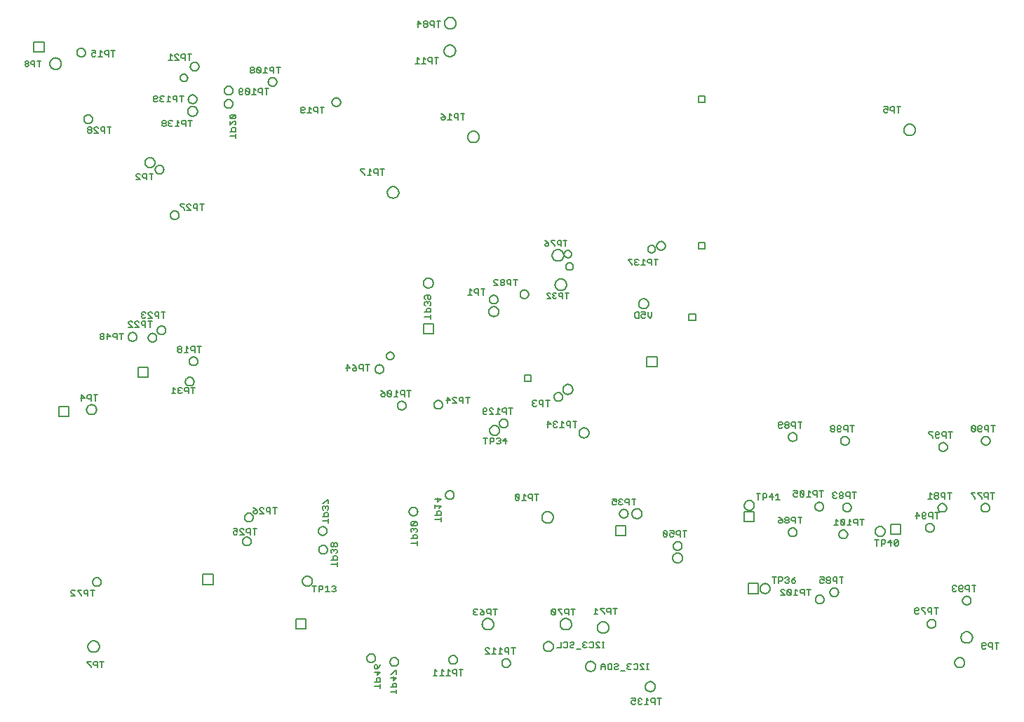
<source format=gbo>
G75*
%MOIN*%
%OFA0B0*%
%FSLAX25Y25*%
%IPPOS*%
%LPD*%
%AMOC8*
5,1,8,0,0,1.08239X$1,22.5*
%
%ADD10C,0.00500*%
%ADD11C,0.00591*%
%ADD12C,0.00600*%
D10*
X0343134Y0228562D02*
X0343609Y0228087D01*
X0344559Y0228087D01*
X0345034Y0228562D01*
X0345034Y0229512D02*
X0344084Y0229987D01*
X0343609Y0229987D01*
X0343134Y0229512D01*
X0343134Y0228562D01*
X0345034Y0229512D02*
X0345034Y0230936D01*
X0343134Y0230936D01*
X0346216Y0230461D02*
X0346216Y0229987D01*
X0346691Y0229512D01*
X0346216Y0229037D01*
X0346216Y0228562D01*
X0346691Y0228087D01*
X0347640Y0228087D01*
X0348115Y0228562D01*
X0349297Y0228087D02*
X0351196Y0228087D01*
X0350247Y0228087D02*
X0350247Y0230936D01*
X0351196Y0229987D01*
X0352378Y0230461D02*
X0352378Y0229512D01*
X0352853Y0229037D01*
X0354278Y0229037D01*
X0354278Y0228087D02*
X0354278Y0230936D01*
X0352853Y0230936D01*
X0352378Y0230461D01*
X0355460Y0230936D02*
X0357359Y0230936D01*
X0356409Y0230936D02*
X0356409Y0228087D01*
X0348115Y0230461D02*
X0347640Y0230936D01*
X0346691Y0230936D01*
X0346216Y0230461D01*
X0346691Y0229512D02*
X0347165Y0229512D01*
X0347305Y0244623D02*
X0349204Y0244623D01*
X0347305Y0246522D01*
X0347305Y0246997D01*
X0347780Y0247472D01*
X0348729Y0247472D01*
X0349204Y0246997D01*
X0350309Y0247472D02*
X0351259Y0247472D01*
X0350784Y0247472D02*
X0350784Y0244623D01*
X0351259Y0244623D02*
X0350309Y0244623D01*
X0346123Y0245098D02*
X0345648Y0244623D01*
X0344698Y0244623D01*
X0344224Y0245098D01*
X0343042Y0245098D02*
X0342567Y0244623D01*
X0341617Y0244623D01*
X0341142Y0245098D01*
X0341142Y0245572D01*
X0341617Y0246047D01*
X0342092Y0246047D01*
X0341617Y0246047D02*
X0341142Y0246522D01*
X0341142Y0246997D01*
X0341617Y0247472D01*
X0342567Y0247472D01*
X0343042Y0246997D01*
X0344224Y0246997D02*
X0344698Y0247472D01*
X0345648Y0247472D01*
X0346123Y0246997D01*
X0346123Y0245098D01*
X0339960Y0244148D02*
X0338061Y0244148D01*
X0336879Y0245098D02*
X0336404Y0244623D01*
X0335454Y0244623D01*
X0334980Y0245098D01*
X0334980Y0245572D01*
X0335454Y0246047D01*
X0336404Y0246047D01*
X0336879Y0246522D01*
X0336879Y0246997D01*
X0336404Y0247472D01*
X0335454Y0247472D01*
X0334980Y0246997D01*
X0333797Y0247472D02*
X0332373Y0247472D01*
X0331898Y0246997D01*
X0331898Y0245098D01*
X0332373Y0244623D01*
X0333797Y0244623D01*
X0333797Y0247472D01*
X0330716Y0246522D02*
X0330716Y0244623D01*
X0330716Y0246047D02*
X0328817Y0246047D01*
X0328817Y0246522D02*
X0328817Y0244623D01*
X0328817Y0246522D02*
X0329766Y0247472D01*
X0330716Y0246522D01*
X0330196Y0254859D02*
X0329246Y0254859D01*
X0329721Y0254859D02*
X0329721Y0257708D01*
X0330196Y0257708D02*
X0329246Y0257708D01*
X0328141Y0257233D02*
X0327666Y0257708D01*
X0326717Y0257708D01*
X0326242Y0257233D01*
X0326242Y0256758D01*
X0328141Y0254859D01*
X0326242Y0254859D01*
X0325060Y0255334D02*
X0324585Y0254859D01*
X0323635Y0254859D01*
X0323161Y0255334D01*
X0321979Y0255334D02*
X0321504Y0254859D01*
X0320554Y0254859D01*
X0320079Y0255334D01*
X0320079Y0255809D01*
X0320554Y0256283D01*
X0321029Y0256283D01*
X0320554Y0256283D02*
X0320079Y0256758D01*
X0320079Y0257233D01*
X0320554Y0257708D01*
X0321504Y0257708D01*
X0321979Y0257233D01*
X0323161Y0257233D02*
X0323635Y0257708D01*
X0324585Y0257708D01*
X0325060Y0257233D01*
X0325060Y0255334D01*
X0318897Y0254384D02*
X0316998Y0254384D01*
X0315816Y0255334D02*
X0315341Y0254859D01*
X0314391Y0254859D01*
X0313917Y0255334D01*
X0313917Y0255809D01*
X0314391Y0256283D01*
X0315341Y0256283D01*
X0315816Y0256758D01*
X0315816Y0257233D01*
X0315341Y0257708D01*
X0314391Y0257708D01*
X0313917Y0257233D01*
X0312734Y0257233D02*
X0312734Y0255334D01*
X0312260Y0254859D01*
X0311310Y0254859D01*
X0310835Y0255334D01*
X0309653Y0254859D02*
X0307754Y0254859D01*
X0309653Y0254859D02*
X0309653Y0257708D01*
X0310835Y0257233D02*
X0311310Y0257708D01*
X0312260Y0257708D01*
X0312734Y0257233D01*
X0309205Y0266223D02*
X0309207Y0266327D01*
X0309213Y0266431D01*
X0309223Y0266535D01*
X0309237Y0266638D01*
X0309254Y0266741D01*
X0309276Y0266842D01*
X0309302Y0266943D01*
X0309331Y0267043D01*
X0309364Y0267142D01*
X0309401Y0267239D01*
X0309441Y0267335D01*
X0309486Y0267430D01*
X0309533Y0267522D01*
X0309585Y0267613D01*
X0309639Y0267702D01*
X0309697Y0267788D01*
X0309758Y0267872D01*
X0309823Y0267954D01*
X0309890Y0268034D01*
X0309961Y0268110D01*
X0310034Y0268184D01*
X0310110Y0268256D01*
X0310189Y0268324D01*
X0310270Y0268389D01*
X0310354Y0268451D01*
X0310440Y0268510D01*
X0310528Y0268565D01*
X0310618Y0268617D01*
X0310710Y0268666D01*
X0310804Y0268711D01*
X0310899Y0268752D01*
X0310996Y0268790D01*
X0311095Y0268824D01*
X0311194Y0268854D01*
X0311295Y0268881D01*
X0311397Y0268904D01*
X0311499Y0268922D01*
X0311602Y0268937D01*
X0311706Y0268948D01*
X0311810Y0268955D01*
X0311914Y0268958D01*
X0312018Y0268957D01*
X0312122Y0268952D01*
X0312226Y0268943D01*
X0312329Y0268930D01*
X0312432Y0268913D01*
X0312534Y0268893D01*
X0312635Y0268868D01*
X0312735Y0268840D01*
X0312835Y0268808D01*
X0312932Y0268772D01*
X0313029Y0268732D01*
X0313123Y0268689D01*
X0313216Y0268642D01*
X0313307Y0268592D01*
X0313397Y0268538D01*
X0313484Y0268481D01*
X0313569Y0268420D01*
X0313651Y0268357D01*
X0313731Y0268290D01*
X0313808Y0268220D01*
X0313883Y0268148D01*
X0313955Y0268072D01*
X0314024Y0267994D01*
X0314090Y0267914D01*
X0314153Y0267831D01*
X0314212Y0267745D01*
X0314269Y0267658D01*
X0314321Y0267568D01*
X0314371Y0267476D01*
X0314417Y0267383D01*
X0314459Y0267288D01*
X0314498Y0267191D01*
X0314533Y0267093D01*
X0314564Y0266994D01*
X0314592Y0266893D01*
X0314615Y0266792D01*
X0314635Y0266689D01*
X0314651Y0266586D01*
X0314663Y0266483D01*
X0314671Y0266379D01*
X0314675Y0266275D01*
X0314675Y0266171D01*
X0314671Y0266067D01*
X0314663Y0265963D01*
X0314651Y0265860D01*
X0314635Y0265757D01*
X0314615Y0265654D01*
X0314592Y0265553D01*
X0314564Y0265452D01*
X0314533Y0265353D01*
X0314498Y0265255D01*
X0314459Y0265158D01*
X0314417Y0265063D01*
X0314371Y0264970D01*
X0314321Y0264878D01*
X0314269Y0264788D01*
X0314212Y0264701D01*
X0314153Y0264615D01*
X0314090Y0264532D01*
X0314024Y0264452D01*
X0313955Y0264374D01*
X0313883Y0264298D01*
X0313808Y0264226D01*
X0313731Y0264156D01*
X0313651Y0264089D01*
X0313569Y0264026D01*
X0313484Y0263965D01*
X0313397Y0263908D01*
X0313308Y0263854D01*
X0313216Y0263804D01*
X0313123Y0263757D01*
X0313029Y0263714D01*
X0312932Y0263674D01*
X0312835Y0263638D01*
X0312735Y0263606D01*
X0312635Y0263578D01*
X0312534Y0263553D01*
X0312432Y0263533D01*
X0312329Y0263516D01*
X0312226Y0263503D01*
X0312122Y0263494D01*
X0312018Y0263489D01*
X0311914Y0263488D01*
X0311810Y0263491D01*
X0311706Y0263498D01*
X0311602Y0263509D01*
X0311499Y0263524D01*
X0311397Y0263542D01*
X0311295Y0263565D01*
X0311194Y0263592D01*
X0311095Y0263622D01*
X0310996Y0263656D01*
X0310899Y0263694D01*
X0310804Y0263735D01*
X0310710Y0263780D01*
X0310618Y0263829D01*
X0310528Y0263881D01*
X0310440Y0263936D01*
X0310354Y0263995D01*
X0310270Y0264057D01*
X0310189Y0264122D01*
X0310110Y0264190D01*
X0310034Y0264262D01*
X0309961Y0264336D01*
X0309890Y0264412D01*
X0309823Y0264492D01*
X0309758Y0264574D01*
X0309697Y0264658D01*
X0309639Y0264744D01*
X0309585Y0264833D01*
X0309533Y0264924D01*
X0309486Y0265016D01*
X0309441Y0265111D01*
X0309401Y0265207D01*
X0309364Y0265304D01*
X0309331Y0265403D01*
X0309302Y0265503D01*
X0309276Y0265604D01*
X0309254Y0265705D01*
X0309237Y0265808D01*
X0309223Y0265911D01*
X0309213Y0266015D01*
X0309207Y0266119D01*
X0309205Y0266223D01*
X0310133Y0270505D02*
X0310133Y0270979D01*
X0308234Y0272879D01*
X0308234Y0273353D01*
X0310133Y0273353D01*
X0311315Y0272879D02*
X0311315Y0271929D01*
X0311790Y0271454D01*
X0313215Y0271454D01*
X0313215Y0270505D02*
X0313215Y0273353D01*
X0311790Y0273353D01*
X0311315Y0272879D01*
X0314397Y0273353D02*
X0316296Y0273353D01*
X0315346Y0273353D02*
X0315346Y0270505D01*
X0307052Y0270979D02*
X0305153Y0272879D01*
X0305153Y0270979D01*
X0305628Y0270505D01*
X0306577Y0270505D01*
X0307052Y0270979D01*
X0307052Y0272879D01*
X0306577Y0273353D01*
X0305628Y0273353D01*
X0305153Y0272879D01*
X0325231Y0270898D02*
X0327131Y0270898D01*
X0326181Y0270898D02*
X0326181Y0273747D01*
X0327131Y0272798D01*
X0328313Y0273272D02*
X0330212Y0271373D01*
X0330212Y0270898D01*
X0331394Y0272323D02*
X0331869Y0271848D01*
X0333293Y0271848D01*
X0333293Y0270898D02*
X0333293Y0273747D01*
X0331869Y0273747D01*
X0331394Y0273272D01*
X0331394Y0272323D01*
X0330212Y0273747D02*
X0328313Y0273747D01*
X0328313Y0273272D01*
X0334476Y0273747D02*
X0336375Y0273747D01*
X0335425Y0273747D02*
X0335425Y0270898D01*
X0326921Y0264648D02*
X0326923Y0264752D01*
X0326929Y0264856D01*
X0326939Y0264960D01*
X0326953Y0265063D01*
X0326970Y0265166D01*
X0326992Y0265267D01*
X0327018Y0265368D01*
X0327047Y0265468D01*
X0327080Y0265567D01*
X0327117Y0265664D01*
X0327157Y0265760D01*
X0327202Y0265855D01*
X0327249Y0265947D01*
X0327301Y0266038D01*
X0327355Y0266127D01*
X0327413Y0266213D01*
X0327474Y0266297D01*
X0327539Y0266379D01*
X0327606Y0266459D01*
X0327677Y0266535D01*
X0327750Y0266609D01*
X0327826Y0266681D01*
X0327905Y0266749D01*
X0327986Y0266814D01*
X0328070Y0266876D01*
X0328156Y0266935D01*
X0328244Y0266990D01*
X0328334Y0267042D01*
X0328426Y0267091D01*
X0328520Y0267136D01*
X0328615Y0267177D01*
X0328712Y0267215D01*
X0328811Y0267249D01*
X0328910Y0267279D01*
X0329011Y0267306D01*
X0329113Y0267329D01*
X0329215Y0267347D01*
X0329318Y0267362D01*
X0329422Y0267373D01*
X0329526Y0267380D01*
X0329630Y0267383D01*
X0329734Y0267382D01*
X0329838Y0267377D01*
X0329942Y0267368D01*
X0330045Y0267355D01*
X0330148Y0267338D01*
X0330250Y0267318D01*
X0330351Y0267293D01*
X0330451Y0267265D01*
X0330551Y0267233D01*
X0330648Y0267197D01*
X0330745Y0267157D01*
X0330839Y0267114D01*
X0330932Y0267067D01*
X0331023Y0267017D01*
X0331113Y0266963D01*
X0331200Y0266906D01*
X0331285Y0266845D01*
X0331367Y0266782D01*
X0331447Y0266715D01*
X0331524Y0266645D01*
X0331599Y0266573D01*
X0331671Y0266497D01*
X0331740Y0266419D01*
X0331806Y0266339D01*
X0331869Y0266256D01*
X0331928Y0266170D01*
X0331985Y0266083D01*
X0332037Y0265993D01*
X0332087Y0265901D01*
X0332133Y0265808D01*
X0332175Y0265713D01*
X0332214Y0265616D01*
X0332249Y0265518D01*
X0332280Y0265419D01*
X0332308Y0265318D01*
X0332331Y0265217D01*
X0332351Y0265114D01*
X0332367Y0265011D01*
X0332379Y0264908D01*
X0332387Y0264804D01*
X0332391Y0264700D01*
X0332391Y0264596D01*
X0332387Y0264492D01*
X0332379Y0264388D01*
X0332367Y0264285D01*
X0332351Y0264182D01*
X0332331Y0264079D01*
X0332308Y0263978D01*
X0332280Y0263877D01*
X0332249Y0263778D01*
X0332214Y0263680D01*
X0332175Y0263583D01*
X0332133Y0263488D01*
X0332087Y0263395D01*
X0332037Y0263303D01*
X0331985Y0263213D01*
X0331928Y0263126D01*
X0331869Y0263040D01*
X0331806Y0262957D01*
X0331740Y0262877D01*
X0331671Y0262799D01*
X0331599Y0262723D01*
X0331524Y0262651D01*
X0331447Y0262581D01*
X0331367Y0262514D01*
X0331285Y0262451D01*
X0331200Y0262390D01*
X0331113Y0262333D01*
X0331024Y0262279D01*
X0330932Y0262229D01*
X0330839Y0262182D01*
X0330745Y0262139D01*
X0330648Y0262099D01*
X0330551Y0262063D01*
X0330451Y0262031D01*
X0330351Y0262003D01*
X0330250Y0261978D01*
X0330148Y0261958D01*
X0330045Y0261941D01*
X0329942Y0261928D01*
X0329838Y0261919D01*
X0329734Y0261914D01*
X0329630Y0261913D01*
X0329526Y0261916D01*
X0329422Y0261923D01*
X0329318Y0261934D01*
X0329215Y0261949D01*
X0329113Y0261967D01*
X0329011Y0261990D01*
X0328910Y0262017D01*
X0328811Y0262047D01*
X0328712Y0262081D01*
X0328615Y0262119D01*
X0328520Y0262160D01*
X0328426Y0262205D01*
X0328334Y0262254D01*
X0328244Y0262306D01*
X0328156Y0262361D01*
X0328070Y0262420D01*
X0327986Y0262482D01*
X0327905Y0262547D01*
X0327826Y0262615D01*
X0327750Y0262687D01*
X0327677Y0262761D01*
X0327606Y0262837D01*
X0327539Y0262917D01*
X0327474Y0262999D01*
X0327413Y0263083D01*
X0327355Y0263169D01*
X0327301Y0263258D01*
X0327249Y0263349D01*
X0327202Y0263441D01*
X0327157Y0263536D01*
X0327117Y0263632D01*
X0327080Y0263729D01*
X0327047Y0263828D01*
X0327018Y0263928D01*
X0326992Y0264029D01*
X0326970Y0264130D01*
X0326953Y0264233D01*
X0326939Y0264336D01*
X0326929Y0264440D01*
X0326923Y0264544D01*
X0326921Y0264648D01*
X0287950Y0254850D02*
X0286050Y0254850D01*
X0287000Y0254850D02*
X0287000Y0252001D01*
X0284868Y0252001D02*
X0284868Y0254850D01*
X0283444Y0254850D01*
X0282969Y0254375D01*
X0282969Y0253425D01*
X0283444Y0252950D01*
X0284868Y0252950D01*
X0281787Y0252001D02*
X0279888Y0252001D01*
X0280837Y0252001D02*
X0280837Y0254850D01*
X0281787Y0253900D01*
X0278705Y0253900D02*
X0277756Y0254850D01*
X0277756Y0252001D01*
X0278705Y0252001D02*
X0276806Y0252001D01*
X0275624Y0252001D02*
X0273725Y0253900D01*
X0273725Y0254375D01*
X0274200Y0254850D01*
X0275149Y0254850D01*
X0275624Y0254375D01*
X0275624Y0252001D02*
X0273725Y0252001D01*
X0281546Y0247719D02*
X0281548Y0247809D01*
X0281554Y0247899D01*
X0281564Y0247988D01*
X0281578Y0248077D01*
X0281595Y0248165D01*
X0281617Y0248252D01*
X0281642Y0248339D01*
X0281671Y0248424D01*
X0281704Y0248508D01*
X0281740Y0248590D01*
X0281780Y0248670D01*
X0281824Y0248749D01*
X0281871Y0248826D01*
X0281921Y0248900D01*
X0281975Y0248973D01*
X0282031Y0249042D01*
X0282091Y0249110D01*
X0282154Y0249174D01*
X0282219Y0249236D01*
X0282287Y0249295D01*
X0282357Y0249351D01*
X0282430Y0249404D01*
X0282505Y0249453D01*
X0282583Y0249499D01*
X0282662Y0249542D01*
X0282743Y0249581D01*
X0282825Y0249617D01*
X0282909Y0249648D01*
X0282995Y0249677D01*
X0283081Y0249701D01*
X0283169Y0249722D01*
X0283257Y0249738D01*
X0283346Y0249751D01*
X0283436Y0249760D01*
X0283526Y0249765D01*
X0283615Y0249766D01*
X0283705Y0249763D01*
X0283795Y0249756D01*
X0283884Y0249745D01*
X0283973Y0249730D01*
X0284061Y0249712D01*
X0284148Y0249689D01*
X0284234Y0249663D01*
X0284319Y0249633D01*
X0284402Y0249599D01*
X0284484Y0249562D01*
X0284564Y0249521D01*
X0284642Y0249477D01*
X0284719Y0249429D01*
X0284793Y0249378D01*
X0284864Y0249323D01*
X0284933Y0249266D01*
X0285000Y0249206D01*
X0285064Y0249142D01*
X0285125Y0249076D01*
X0285183Y0249008D01*
X0285238Y0248937D01*
X0285290Y0248863D01*
X0285339Y0248788D01*
X0285384Y0248710D01*
X0285426Y0248630D01*
X0285464Y0248549D01*
X0285499Y0248466D01*
X0285530Y0248381D01*
X0285557Y0248296D01*
X0285581Y0248209D01*
X0285600Y0248121D01*
X0285616Y0248033D01*
X0285628Y0247943D01*
X0285636Y0247854D01*
X0285640Y0247764D01*
X0285640Y0247674D01*
X0285636Y0247584D01*
X0285628Y0247495D01*
X0285616Y0247405D01*
X0285600Y0247317D01*
X0285581Y0247229D01*
X0285557Y0247142D01*
X0285530Y0247057D01*
X0285499Y0246972D01*
X0285464Y0246889D01*
X0285426Y0246808D01*
X0285384Y0246728D01*
X0285339Y0246650D01*
X0285290Y0246575D01*
X0285238Y0246501D01*
X0285183Y0246430D01*
X0285125Y0246362D01*
X0285064Y0246296D01*
X0285000Y0246232D01*
X0284933Y0246172D01*
X0284864Y0246115D01*
X0284793Y0246060D01*
X0284719Y0246009D01*
X0284642Y0245961D01*
X0284564Y0245917D01*
X0284484Y0245876D01*
X0284402Y0245839D01*
X0284319Y0245805D01*
X0284234Y0245775D01*
X0284148Y0245749D01*
X0284061Y0245726D01*
X0283973Y0245708D01*
X0283884Y0245693D01*
X0283795Y0245682D01*
X0283705Y0245675D01*
X0283615Y0245672D01*
X0283526Y0245673D01*
X0283436Y0245678D01*
X0283346Y0245687D01*
X0283257Y0245700D01*
X0283169Y0245716D01*
X0283081Y0245737D01*
X0282995Y0245761D01*
X0282909Y0245790D01*
X0282825Y0245821D01*
X0282743Y0245857D01*
X0282662Y0245896D01*
X0282583Y0245939D01*
X0282505Y0245985D01*
X0282430Y0246034D01*
X0282357Y0246087D01*
X0282287Y0246143D01*
X0282219Y0246202D01*
X0282154Y0246264D01*
X0282091Y0246328D01*
X0282031Y0246396D01*
X0281975Y0246465D01*
X0281921Y0246538D01*
X0281871Y0246612D01*
X0281824Y0246689D01*
X0281780Y0246768D01*
X0281740Y0246848D01*
X0281704Y0246930D01*
X0281671Y0247014D01*
X0281642Y0247099D01*
X0281617Y0247186D01*
X0281595Y0247273D01*
X0281578Y0247361D01*
X0281564Y0247450D01*
X0281554Y0247539D01*
X0281548Y0247629D01*
X0281546Y0247719D01*
X0263146Y0244613D02*
X0261247Y0244613D01*
X0262197Y0244613D02*
X0262197Y0241764D01*
X0260065Y0241764D02*
X0260065Y0244613D01*
X0258641Y0244613D01*
X0258166Y0244138D01*
X0258166Y0243189D01*
X0258641Y0242714D01*
X0260065Y0242714D01*
X0256984Y0241764D02*
X0255084Y0241764D01*
X0256034Y0241764D02*
X0256034Y0244613D01*
X0256984Y0243664D01*
X0253902Y0243664D02*
X0252953Y0244613D01*
X0252953Y0241764D01*
X0253902Y0241764D02*
X0252003Y0241764D01*
X0250821Y0241764D02*
X0248922Y0241764D01*
X0249871Y0241764D02*
X0249871Y0244613D01*
X0250821Y0243664D01*
X0256349Y0249294D02*
X0256351Y0249384D01*
X0256357Y0249474D01*
X0256367Y0249563D01*
X0256381Y0249652D01*
X0256398Y0249740D01*
X0256420Y0249827D01*
X0256445Y0249914D01*
X0256474Y0249999D01*
X0256507Y0250083D01*
X0256543Y0250165D01*
X0256583Y0250245D01*
X0256627Y0250324D01*
X0256674Y0250401D01*
X0256724Y0250475D01*
X0256778Y0250548D01*
X0256834Y0250617D01*
X0256894Y0250685D01*
X0256957Y0250749D01*
X0257022Y0250811D01*
X0257090Y0250870D01*
X0257160Y0250926D01*
X0257233Y0250979D01*
X0257308Y0251028D01*
X0257386Y0251074D01*
X0257465Y0251117D01*
X0257546Y0251156D01*
X0257628Y0251192D01*
X0257712Y0251223D01*
X0257798Y0251252D01*
X0257884Y0251276D01*
X0257972Y0251297D01*
X0258060Y0251313D01*
X0258149Y0251326D01*
X0258239Y0251335D01*
X0258329Y0251340D01*
X0258418Y0251341D01*
X0258508Y0251338D01*
X0258598Y0251331D01*
X0258687Y0251320D01*
X0258776Y0251305D01*
X0258864Y0251287D01*
X0258951Y0251264D01*
X0259037Y0251238D01*
X0259122Y0251208D01*
X0259205Y0251174D01*
X0259287Y0251137D01*
X0259367Y0251096D01*
X0259445Y0251052D01*
X0259522Y0251004D01*
X0259596Y0250953D01*
X0259667Y0250898D01*
X0259736Y0250841D01*
X0259803Y0250781D01*
X0259867Y0250717D01*
X0259928Y0250651D01*
X0259986Y0250583D01*
X0260041Y0250512D01*
X0260093Y0250438D01*
X0260142Y0250363D01*
X0260187Y0250285D01*
X0260229Y0250205D01*
X0260267Y0250124D01*
X0260302Y0250041D01*
X0260333Y0249956D01*
X0260360Y0249871D01*
X0260384Y0249784D01*
X0260403Y0249696D01*
X0260419Y0249608D01*
X0260431Y0249518D01*
X0260439Y0249429D01*
X0260443Y0249339D01*
X0260443Y0249249D01*
X0260439Y0249159D01*
X0260431Y0249070D01*
X0260419Y0248980D01*
X0260403Y0248892D01*
X0260384Y0248804D01*
X0260360Y0248717D01*
X0260333Y0248632D01*
X0260302Y0248547D01*
X0260267Y0248464D01*
X0260229Y0248383D01*
X0260187Y0248303D01*
X0260142Y0248225D01*
X0260093Y0248150D01*
X0260041Y0248076D01*
X0259986Y0248005D01*
X0259928Y0247937D01*
X0259867Y0247871D01*
X0259803Y0247807D01*
X0259736Y0247747D01*
X0259667Y0247690D01*
X0259596Y0247635D01*
X0259522Y0247584D01*
X0259445Y0247536D01*
X0259367Y0247492D01*
X0259287Y0247451D01*
X0259205Y0247414D01*
X0259122Y0247380D01*
X0259037Y0247350D01*
X0258951Y0247324D01*
X0258864Y0247301D01*
X0258776Y0247283D01*
X0258687Y0247268D01*
X0258598Y0247257D01*
X0258508Y0247250D01*
X0258418Y0247247D01*
X0258329Y0247248D01*
X0258239Y0247253D01*
X0258149Y0247262D01*
X0258060Y0247275D01*
X0257972Y0247291D01*
X0257884Y0247312D01*
X0257798Y0247336D01*
X0257712Y0247365D01*
X0257628Y0247396D01*
X0257546Y0247432D01*
X0257465Y0247471D01*
X0257386Y0247514D01*
X0257308Y0247560D01*
X0257233Y0247609D01*
X0257160Y0247662D01*
X0257090Y0247718D01*
X0257022Y0247777D01*
X0256957Y0247839D01*
X0256894Y0247903D01*
X0256834Y0247971D01*
X0256778Y0248040D01*
X0256724Y0248113D01*
X0256674Y0248187D01*
X0256627Y0248264D01*
X0256583Y0248343D01*
X0256543Y0248423D01*
X0256507Y0248505D01*
X0256474Y0248589D01*
X0256445Y0248674D01*
X0256420Y0248761D01*
X0256398Y0248848D01*
X0256381Y0248936D01*
X0256367Y0249025D01*
X0256357Y0249114D01*
X0256351Y0249204D01*
X0256349Y0249294D01*
X0231480Y0244307D02*
X0231005Y0244307D01*
X0229106Y0242407D01*
X0228631Y0242407D01*
X0228631Y0240751D02*
X0231480Y0240751D01*
X0230055Y0239326D01*
X0230055Y0241225D01*
X0231480Y0242407D02*
X0231480Y0244307D01*
X0228397Y0248310D02*
X0228399Y0248400D01*
X0228405Y0248490D01*
X0228415Y0248579D01*
X0228429Y0248668D01*
X0228446Y0248756D01*
X0228468Y0248843D01*
X0228493Y0248930D01*
X0228522Y0249015D01*
X0228555Y0249099D01*
X0228591Y0249181D01*
X0228631Y0249261D01*
X0228675Y0249340D01*
X0228722Y0249417D01*
X0228772Y0249491D01*
X0228826Y0249564D01*
X0228882Y0249633D01*
X0228942Y0249701D01*
X0229005Y0249765D01*
X0229070Y0249827D01*
X0229138Y0249886D01*
X0229208Y0249942D01*
X0229281Y0249995D01*
X0229356Y0250044D01*
X0229434Y0250090D01*
X0229513Y0250133D01*
X0229594Y0250172D01*
X0229676Y0250208D01*
X0229760Y0250239D01*
X0229846Y0250268D01*
X0229932Y0250292D01*
X0230020Y0250313D01*
X0230108Y0250329D01*
X0230197Y0250342D01*
X0230287Y0250351D01*
X0230377Y0250356D01*
X0230466Y0250357D01*
X0230556Y0250354D01*
X0230646Y0250347D01*
X0230735Y0250336D01*
X0230824Y0250321D01*
X0230912Y0250303D01*
X0230999Y0250280D01*
X0231085Y0250254D01*
X0231170Y0250224D01*
X0231253Y0250190D01*
X0231335Y0250153D01*
X0231415Y0250112D01*
X0231493Y0250068D01*
X0231570Y0250020D01*
X0231644Y0249969D01*
X0231715Y0249914D01*
X0231784Y0249857D01*
X0231851Y0249797D01*
X0231915Y0249733D01*
X0231976Y0249667D01*
X0232034Y0249599D01*
X0232089Y0249528D01*
X0232141Y0249454D01*
X0232190Y0249379D01*
X0232235Y0249301D01*
X0232277Y0249221D01*
X0232315Y0249140D01*
X0232350Y0249057D01*
X0232381Y0248972D01*
X0232408Y0248887D01*
X0232432Y0248800D01*
X0232451Y0248712D01*
X0232467Y0248624D01*
X0232479Y0248534D01*
X0232487Y0248445D01*
X0232491Y0248355D01*
X0232491Y0248265D01*
X0232487Y0248175D01*
X0232479Y0248086D01*
X0232467Y0247996D01*
X0232451Y0247908D01*
X0232432Y0247820D01*
X0232408Y0247733D01*
X0232381Y0247648D01*
X0232350Y0247563D01*
X0232315Y0247480D01*
X0232277Y0247399D01*
X0232235Y0247319D01*
X0232190Y0247241D01*
X0232141Y0247166D01*
X0232089Y0247092D01*
X0232034Y0247021D01*
X0231976Y0246953D01*
X0231915Y0246887D01*
X0231851Y0246823D01*
X0231784Y0246763D01*
X0231715Y0246706D01*
X0231644Y0246651D01*
X0231570Y0246600D01*
X0231493Y0246552D01*
X0231415Y0246508D01*
X0231335Y0246467D01*
X0231253Y0246430D01*
X0231170Y0246396D01*
X0231085Y0246366D01*
X0230999Y0246340D01*
X0230912Y0246317D01*
X0230824Y0246299D01*
X0230735Y0246284D01*
X0230646Y0246273D01*
X0230556Y0246266D01*
X0230466Y0246263D01*
X0230377Y0246264D01*
X0230287Y0246269D01*
X0230197Y0246278D01*
X0230108Y0246291D01*
X0230020Y0246307D01*
X0229932Y0246328D01*
X0229846Y0246352D01*
X0229760Y0246381D01*
X0229676Y0246412D01*
X0229594Y0246448D01*
X0229513Y0246487D01*
X0229434Y0246530D01*
X0229356Y0246576D01*
X0229281Y0246625D01*
X0229208Y0246678D01*
X0229138Y0246734D01*
X0229070Y0246793D01*
X0229005Y0246855D01*
X0228942Y0246919D01*
X0228882Y0246987D01*
X0228826Y0247056D01*
X0228772Y0247129D01*
X0228722Y0247203D01*
X0228675Y0247280D01*
X0228631Y0247359D01*
X0228591Y0247439D01*
X0228555Y0247521D01*
X0228522Y0247605D01*
X0228493Y0247690D01*
X0228468Y0247777D01*
X0228446Y0247864D01*
X0228429Y0247952D01*
X0228415Y0248041D01*
X0228405Y0248130D01*
X0228399Y0248220D01*
X0228397Y0248310D01*
X0223802Y0246866D02*
X0223328Y0245916D01*
X0222378Y0244967D01*
X0222378Y0246391D01*
X0221903Y0246866D01*
X0221428Y0246866D01*
X0220954Y0246391D01*
X0220954Y0245441D01*
X0221428Y0244967D01*
X0222378Y0244967D01*
X0222378Y0243784D02*
X0222378Y0241885D01*
X0223802Y0243310D01*
X0220954Y0243310D01*
X0222378Y0240703D02*
X0221903Y0240228D01*
X0221903Y0238804D01*
X0220954Y0238804D02*
X0223802Y0238804D01*
X0223802Y0240228D01*
X0223328Y0240703D01*
X0222378Y0240703D01*
X0223802Y0237622D02*
X0223802Y0235722D01*
X0223802Y0236672D02*
X0220954Y0236672D01*
X0228631Y0236245D02*
X0231480Y0236245D01*
X0231480Y0237669D01*
X0231005Y0238144D01*
X0230055Y0238144D01*
X0229580Y0237669D01*
X0229580Y0236245D01*
X0231480Y0235063D02*
X0231480Y0233163D01*
X0231480Y0234113D02*
X0228631Y0234113D01*
X0217373Y0250081D02*
X0217375Y0250171D01*
X0217381Y0250261D01*
X0217391Y0250350D01*
X0217405Y0250439D01*
X0217422Y0250527D01*
X0217444Y0250614D01*
X0217469Y0250701D01*
X0217498Y0250786D01*
X0217531Y0250870D01*
X0217567Y0250952D01*
X0217607Y0251032D01*
X0217651Y0251111D01*
X0217698Y0251188D01*
X0217748Y0251262D01*
X0217802Y0251335D01*
X0217858Y0251404D01*
X0217918Y0251472D01*
X0217981Y0251536D01*
X0218046Y0251598D01*
X0218114Y0251657D01*
X0218184Y0251713D01*
X0218257Y0251766D01*
X0218332Y0251815D01*
X0218410Y0251861D01*
X0218489Y0251904D01*
X0218570Y0251943D01*
X0218652Y0251979D01*
X0218736Y0252010D01*
X0218822Y0252039D01*
X0218908Y0252063D01*
X0218996Y0252084D01*
X0219084Y0252100D01*
X0219173Y0252113D01*
X0219263Y0252122D01*
X0219353Y0252127D01*
X0219442Y0252128D01*
X0219532Y0252125D01*
X0219622Y0252118D01*
X0219711Y0252107D01*
X0219800Y0252092D01*
X0219888Y0252074D01*
X0219975Y0252051D01*
X0220061Y0252025D01*
X0220146Y0251995D01*
X0220229Y0251961D01*
X0220311Y0251924D01*
X0220391Y0251883D01*
X0220469Y0251839D01*
X0220546Y0251791D01*
X0220620Y0251740D01*
X0220691Y0251685D01*
X0220760Y0251628D01*
X0220827Y0251568D01*
X0220891Y0251504D01*
X0220952Y0251438D01*
X0221010Y0251370D01*
X0221065Y0251299D01*
X0221117Y0251225D01*
X0221166Y0251150D01*
X0221211Y0251072D01*
X0221253Y0250992D01*
X0221291Y0250911D01*
X0221326Y0250828D01*
X0221357Y0250743D01*
X0221384Y0250658D01*
X0221408Y0250571D01*
X0221427Y0250483D01*
X0221443Y0250395D01*
X0221455Y0250305D01*
X0221463Y0250216D01*
X0221467Y0250126D01*
X0221467Y0250036D01*
X0221463Y0249946D01*
X0221455Y0249857D01*
X0221443Y0249767D01*
X0221427Y0249679D01*
X0221408Y0249591D01*
X0221384Y0249504D01*
X0221357Y0249419D01*
X0221326Y0249334D01*
X0221291Y0249251D01*
X0221253Y0249170D01*
X0221211Y0249090D01*
X0221166Y0249012D01*
X0221117Y0248937D01*
X0221065Y0248863D01*
X0221010Y0248792D01*
X0220952Y0248724D01*
X0220891Y0248658D01*
X0220827Y0248594D01*
X0220760Y0248534D01*
X0220691Y0248477D01*
X0220620Y0248422D01*
X0220546Y0248371D01*
X0220469Y0248323D01*
X0220391Y0248279D01*
X0220311Y0248238D01*
X0220229Y0248201D01*
X0220146Y0248167D01*
X0220061Y0248137D01*
X0219975Y0248111D01*
X0219888Y0248088D01*
X0219800Y0248070D01*
X0219711Y0248055D01*
X0219622Y0248044D01*
X0219532Y0248037D01*
X0219442Y0248034D01*
X0219353Y0248035D01*
X0219263Y0248040D01*
X0219173Y0248049D01*
X0219084Y0248062D01*
X0218996Y0248078D01*
X0218908Y0248099D01*
X0218822Y0248123D01*
X0218736Y0248152D01*
X0218652Y0248183D01*
X0218570Y0248219D01*
X0218489Y0248258D01*
X0218410Y0248301D01*
X0218332Y0248347D01*
X0218257Y0248396D01*
X0218184Y0248449D01*
X0218114Y0248505D01*
X0218046Y0248564D01*
X0217981Y0248626D01*
X0217918Y0248690D01*
X0217858Y0248758D01*
X0217802Y0248827D01*
X0217748Y0248900D01*
X0217698Y0248974D01*
X0217651Y0249051D01*
X0217607Y0249130D01*
X0217567Y0249210D01*
X0217531Y0249292D01*
X0217498Y0249376D01*
X0217469Y0249461D01*
X0217444Y0249548D01*
X0217422Y0249635D01*
X0217405Y0249723D01*
X0217391Y0249812D01*
X0217381Y0249901D01*
X0217375Y0249991D01*
X0217373Y0250081D01*
X0202189Y0281631D02*
X0201239Y0281631D01*
X0200765Y0282105D01*
X0199582Y0281631D02*
X0197683Y0281631D01*
X0198633Y0281631D02*
X0198633Y0284479D01*
X0197683Y0283530D01*
X0196501Y0284005D02*
X0196501Y0283055D01*
X0196026Y0282580D01*
X0194602Y0282580D01*
X0194602Y0281631D02*
X0194602Y0284479D01*
X0196026Y0284479D01*
X0196501Y0284005D01*
X0193420Y0284479D02*
X0191520Y0284479D01*
X0192470Y0284479D02*
X0192470Y0281631D01*
X0200765Y0284005D02*
X0201239Y0284479D01*
X0202189Y0284479D01*
X0202664Y0284005D01*
X0202664Y0283530D01*
X0202189Y0283055D01*
X0202664Y0282580D01*
X0202664Y0282105D01*
X0202189Y0281631D01*
X0202189Y0283055D02*
X0201714Y0283055D01*
X0203228Y0293715D02*
X0203228Y0295614D01*
X0203228Y0294664D02*
X0200379Y0294664D01*
X0200379Y0296796D02*
X0203228Y0296796D01*
X0203228Y0298220D01*
X0202753Y0298695D01*
X0201803Y0298695D01*
X0201328Y0298220D01*
X0201328Y0296796D01*
X0200854Y0299877D02*
X0200379Y0300352D01*
X0200379Y0301302D01*
X0200854Y0301777D01*
X0201328Y0301777D01*
X0201803Y0301302D01*
X0201803Y0300827D01*
X0201803Y0301302D02*
X0202278Y0301777D01*
X0202753Y0301777D01*
X0203228Y0301302D01*
X0203228Y0300352D01*
X0202753Y0299877D01*
X0202753Y0302959D02*
X0202278Y0302959D01*
X0201803Y0303433D01*
X0201803Y0304383D01*
X0201328Y0304858D01*
X0200854Y0304858D01*
X0200379Y0304383D01*
X0200379Y0303433D01*
X0200854Y0302959D01*
X0201328Y0302959D01*
X0201803Y0303433D01*
X0201803Y0304383D02*
X0202278Y0304858D01*
X0202753Y0304858D01*
X0203228Y0304383D01*
X0203228Y0303433D01*
X0202753Y0302959D01*
X0194538Y0301656D02*
X0194540Y0301746D01*
X0194546Y0301836D01*
X0194556Y0301925D01*
X0194570Y0302014D01*
X0194587Y0302102D01*
X0194609Y0302189D01*
X0194634Y0302276D01*
X0194663Y0302361D01*
X0194696Y0302445D01*
X0194732Y0302527D01*
X0194772Y0302607D01*
X0194816Y0302686D01*
X0194863Y0302763D01*
X0194913Y0302837D01*
X0194967Y0302910D01*
X0195023Y0302979D01*
X0195083Y0303047D01*
X0195146Y0303111D01*
X0195211Y0303173D01*
X0195279Y0303232D01*
X0195349Y0303288D01*
X0195422Y0303341D01*
X0195497Y0303390D01*
X0195575Y0303436D01*
X0195654Y0303479D01*
X0195735Y0303518D01*
X0195817Y0303554D01*
X0195901Y0303585D01*
X0195987Y0303614D01*
X0196073Y0303638D01*
X0196161Y0303659D01*
X0196249Y0303675D01*
X0196338Y0303688D01*
X0196428Y0303697D01*
X0196518Y0303702D01*
X0196607Y0303703D01*
X0196697Y0303700D01*
X0196787Y0303693D01*
X0196876Y0303682D01*
X0196965Y0303667D01*
X0197053Y0303649D01*
X0197140Y0303626D01*
X0197226Y0303600D01*
X0197311Y0303570D01*
X0197394Y0303536D01*
X0197476Y0303499D01*
X0197556Y0303458D01*
X0197634Y0303414D01*
X0197711Y0303366D01*
X0197785Y0303315D01*
X0197856Y0303260D01*
X0197925Y0303203D01*
X0197992Y0303143D01*
X0198056Y0303079D01*
X0198117Y0303013D01*
X0198175Y0302945D01*
X0198230Y0302874D01*
X0198282Y0302800D01*
X0198331Y0302725D01*
X0198376Y0302647D01*
X0198418Y0302567D01*
X0198456Y0302486D01*
X0198491Y0302403D01*
X0198522Y0302318D01*
X0198549Y0302233D01*
X0198573Y0302146D01*
X0198592Y0302058D01*
X0198608Y0301970D01*
X0198620Y0301880D01*
X0198628Y0301791D01*
X0198632Y0301701D01*
X0198632Y0301611D01*
X0198628Y0301521D01*
X0198620Y0301432D01*
X0198608Y0301342D01*
X0198592Y0301254D01*
X0198573Y0301166D01*
X0198549Y0301079D01*
X0198522Y0300994D01*
X0198491Y0300909D01*
X0198456Y0300826D01*
X0198418Y0300745D01*
X0198376Y0300665D01*
X0198331Y0300587D01*
X0198282Y0300512D01*
X0198230Y0300438D01*
X0198175Y0300367D01*
X0198117Y0300299D01*
X0198056Y0300233D01*
X0197992Y0300169D01*
X0197925Y0300109D01*
X0197856Y0300052D01*
X0197785Y0299997D01*
X0197711Y0299946D01*
X0197634Y0299898D01*
X0197556Y0299854D01*
X0197476Y0299813D01*
X0197394Y0299776D01*
X0197311Y0299742D01*
X0197226Y0299712D01*
X0197140Y0299686D01*
X0197053Y0299663D01*
X0196965Y0299645D01*
X0196876Y0299630D01*
X0196787Y0299619D01*
X0196697Y0299612D01*
X0196607Y0299609D01*
X0196518Y0299610D01*
X0196428Y0299615D01*
X0196338Y0299624D01*
X0196249Y0299637D01*
X0196161Y0299653D01*
X0196073Y0299674D01*
X0195987Y0299698D01*
X0195901Y0299727D01*
X0195817Y0299758D01*
X0195735Y0299794D01*
X0195654Y0299833D01*
X0195575Y0299876D01*
X0195497Y0299922D01*
X0195422Y0299971D01*
X0195349Y0300024D01*
X0195279Y0300080D01*
X0195211Y0300139D01*
X0195146Y0300201D01*
X0195083Y0300265D01*
X0195023Y0300333D01*
X0194967Y0300402D01*
X0194913Y0300475D01*
X0194863Y0300549D01*
X0194816Y0300626D01*
X0194772Y0300705D01*
X0194732Y0300785D01*
X0194696Y0300867D01*
X0194663Y0300951D01*
X0194634Y0301036D01*
X0194609Y0301123D01*
X0194587Y0301210D01*
X0194570Y0301298D01*
X0194556Y0301387D01*
X0194546Y0301476D01*
X0194540Y0301566D01*
X0194538Y0301656D01*
X0194342Y0310514D02*
X0194344Y0310604D01*
X0194350Y0310694D01*
X0194360Y0310783D01*
X0194374Y0310872D01*
X0194391Y0310960D01*
X0194413Y0311047D01*
X0194438Y0311134D01*
X0194467Y0311219D01*
X0194500Y0311303D01*
X0194536Y0311385D01*
X0194576Y0311465D01*
X0194620Y0311544D01*
X0194667Y0311621D01*
X0194717Y0311695D01*
X0194771Y0311768D01*
X0194827Y0311837D01*
X0194887Y0311905D01*
X0194950Y0311969D01*
X0195015Y0312031D01*
X0195083Y0312090D01*
X0195153Y0312146D01*
X0195226Y0312199D01*
X0195301Y0312248D01*
X0195379Y0312294D01*
X0195458Y0312337D01*
X0195539Y0312376D01*
X0195621Y0312412D01*
X0195705Y0312443D01*
X0195791Y0312472D01*
X0195877Y0312496D01*
X0195965Y0312517D01*
X0196053Y0312533D01*
X0196142Y0312546D01*
X0196232Y0312555D01*
X0196322Y0312560D01*
X0196411Y0312561D01*
X0196501Y0312558D01*
X0196591Y0312551D01*
X0196680Y0312540D01*
X0196769Y0312525D01*
X0196857Y0312507D01*
X0196944Y0312484D01*
X0197030Y0312458D01*
X0197115Y0312428D01*
X0197198Y0312394D01*
X0197280Y0312357D01*
X0197360Y0312316D01*
X0197438Y0312272D01*
X0197515Y0312224D01*
X0197589Y0312173D01*
X0197660Y0312118D01*
X0197729Y0312061D01*
X0197796Y0312001D01*
X0197860Y0311937D01*
X0197921Y0311871D01*
X0197979Y0311803D01*
X0198034Y0311732D01*
X0198086Y0311658D01*
X0198135Y0311583D01*
X0198180Y0311505D01*
X0198222Y0311425D01*
X0198260Y0311344D01*
X0198295Y0311261D01*
X0198326Y0311176D01*
X0198353Y0311091D01*
X0198377Y0311004D01*
X0198396Y0310916D01*
X0198412Y0310828D01*
X0198424Y0310738D01*
X0198432Y0310649D01*
X0198436Y0310559D01*
X0198436Y0310469D01*
X0198432Y0310379D01*
X0198424Y0310290D01*
X0198412Y0310200D01*
X0198396Y0310112D01*
X0198377Y0310024D01*
X0198353Y0309937D01*
X0198326Y0309852D01*
X0198295Y0309767D01*
X0198260Y0309684D01*
X0198222Y0309603D01*
X0198180Y0309523D01*
X0198135Y0309445D01*
X0198086Y0309370D01*
X0198034Y0309296D01*
X0197979Y0309225D01*
X0197921Y0309157D01*
X0197860Y0309091D01*
X0197796Y0309027D01*
X0197729Y0308967D01*
X0197660Y0308910D01*
X0197589Y0308855D01*
X0197515Y0308804D01*
X0197438Y0308756D01*
X0197360Y0308712D01*
X0197280Y0308671D01*
X0197198Y0308634D01*
X0197115Y0308600D01*
X0197030Y0308570D01*
X0196944Y0308544D01*
X0196857Y0308521D01*
X0196769Y0308503D01*
X0196680Y0308488D01*
X0196591Y0308477D01*
X0196501Y0308470D01*
X0196411Y0308467D01*
X0196322Y0308468D01*
X0196232Y0308473D01*
X0196142Y0308482D01*
X0196053Y0308495D01*
X0195965Y0308511D01*
X0195877Y0308532D01*
X0195791Y0308556D01*
X0195705Y0308585D01*
X0195621Y0308616D01*
X0195539Y0308652D01*
X0195458Y0308691D01*
X0195379Y0308734D01*
X0195301Y0308780D01*
X0195226Y0308829D01*
X0195153Y0308882D01*
X0195083Y0308938D01*
X0195015Y0308997D01*
X0194950Y0309059D01*
X0194887Y0309123D01*
X0194827Y0309191D01*
X0194771Y0309260D01*
X0194717Y0309333D01*
X0194667Y0309407D01*
X0194620Y0309484D01*
X0194576Y0309563D01*
X0194536Y0309643D01*
X0194500Y0309725D01*
X0194467Y0309809D01*
X0194438Y0309894D01*
X0194413Y0309981D01*
X0194391Y0310068D01*
X0194374Y0310156D01*
X0194360Y0310245D01*
X0194350Y0310334D01*
X0194344Y0310424D01*
X0194342Y0310514D01*
X0196245Y0315257D02*
X0199094Y0315257D01*
X0199094Y0314308D02*
X0199094Y0316207D01*
X0199094Y0317389D02*
X0199094Y0318814D01*
X0198619Y0319288D01*
X0197669Y0319288D01*
X0197195Y0318814D01*
X0197195Y0317389D01*
X0196245Y0317389D02*
X0199094Y0317389D01*
X0198619Y0320470D02*
X0199094Y0320945D01*
X0199094Y0321895D01*
X0198619Y0322370D01*
X0198144Y0322370D01*
X0197669Y0321895D01*
X0197195Y0322370D01*
X0196720Y0322370D01*
X0196245Y0321895D01*
X0196245Y0320945D01*
X0196720Y0320470D01*
X0197669Y0321420D02*
X0197669Y0321895D01*
X0196720Y0323552D02*
X0196245Y0323552D01*
X0196720Y0323552D02*
X0198619Y0325451D01*
X0199094Y0325451D01*
X0199094Y0323552D01*
X0174564Y0321582D02*
X0172665Y0321582D01*
X0173614Y0321582D02*
X0173614Y0318733D01*
X0171482Y0318733D02*
X0171482Y0321582D01*
X0170058Y0321582D01*
X0169583Y0321107D01*
X0169583Y0320157D01*
X0170058Y0319683D01*
X0171482Y0319683D01*
X0168401Y0318733D02*
X0166502Y0320632D01*
X0166502Y0321107D01*
X0166977Y0321582D01*
X0167926Y0321582D01*
X0168401Y0321107D01*
X0168401Y0318733D02*
X0166502Y0318733D01*
X0165320Y0319208D02*
X0164845Y0318733D01*
X0163895Y0318733D01*
X0163420Y0319208D01*
X0163420Y0319683D01*
X0163895Y0320157D01*
X0165320Y0320157D01*
X0165320Y0319208D01*
X0165320Y0320157D02*
X0164370Y0321107D01*
X0163420Y0321582D01*
X0159302Y0317010D02*
X0159304Y0317100D01*
X0159310Y0317190D01*
X0159320Y0317279D01*
X0159334Y0317368D01*
X0159351Y0317456D01*
X0159373Y0317543D01*
X0159398Y0317630D01*
X0159427Y0317715D01*
X0159460Y0317799D01*
X0159496Y0317881D01*
X0159536Y0317961D01*
X0159580Y0318040D01*
X0159627Y0318117D01*
X0159677Y0318191D01*
X0159731Y0318264D01*
X0159787Y0318333D01*
X0159847Y0318401D01*
X0159910Y0318465D01*
X0159975Y0318527D01*
X0160043Y0318586D01*
X0160113Y0318642D01*
X0160186Y0318695D01*
X0160261Y0318744D01*
X0160339Y0318790D01*
X0160418Y0318833D01*
X0160499Y0318872D01*
X0160581Y0318908D01*
X0160665Y0318939D01*
X0160751Y0318968D01*
X0160837Y0318992D01*
X0160925Y0319013D01*
X0161013Y0319029D01*
X0161102Y0319042D01*
X0161192Y0319051D01*
X0161282Y0319056D01*
X0161371Y0319057D01*
X0161461Y0319054D01*
X0161551Y0319047D01*
X0161640Y0319036D01*
X0161729Y0319021D01*
X0161817Y0319003D01*
X0161904Y0318980D01*
X0161990Y0318954D01*
X0162075Y0318924D01*
X0162158Y0318890D01*
X0162240Y0318853D01*
X0162320Y0318812D01*
X0162398Y0318768D01*
X0162475Y0318720D01*
X0162549Y0318669D01*
X0162620Y0318614D01*
X0162689Y0318557D01*
X0162756Y0318497D01*
X0162820Y0318433D01*
X0162881Y0318367D01*
X0162939Y0318299D01*
X0162994Y0318228D01*
X0163046Y0318154D01*
X0163095Y0318079D01*
X0163140Y0318001D01*
X0163182Y0317921D01*
X0163220Y0317840D01*
X0163255Y0317757D01*
X0163286Y0317672D01*
X0163313Y0317587D01*
X0163337Y0317500D01*
X0163356Y0317412D01*
X0163372Y0317324D01*
X0163384Y0317234D01*
X0163392Y0317145D01*
X0163396Y0317055D01*
X0163396Y0316965D01*
X0163392Y0316875D01*
X0163384Y0316786D01*
X0163372Y0316696D01*
X0163356Y0316608D01*
X0163337Y0316520D01*
X0163313Y0316433D01*
X0163286Y0316348D01*
X0163255Y0316263D01*
X0163220Y0316180D01*
X0163182Y0316099D01*
X0163140Y0316019D01*
X0163095Y0315941D01*
X0163046Y0315866D01*
X0162994Y0315792D01*
X0162939Y0315721D01*
X0162881Y0315653D01*
X0162820Y0315587D01*
X0162756Y0315523D01*
X0162689Y0315463D01*
X0162620Y0315406D01*
X0162549Y0315351D01*
X0162475Y0315300D01*
X0162398Y0315252D01*
X0162320Y0315208D01*
X0162240Y0315167D01*
X0162158Y0315130D01*
X0162075Y0315096D01*
X0161990Y0315066D01*
X0161904Y0315040D01*
X0161817Y0315017D01*
X0161729Y0314999D01*
X0161640Y0314984D01*
X0161551Y0314973D01*
X0161461Y0314966D01*
X0161371Y0314963D01*
X0161282Y0314964D01*
X0161192Y0314969D01*
X0161102Y0314978D01*
X0161013Y0314991D01*
X0160925Y0315007D01*
X0160837Y0315028D01*
X0160751Y0315052D01*
X0160665Y0315081D01*
X0160581Y0315112D01*
X0160499Y0315148D01*
X0160418Y0315187D01*
X0160339Y0315230D01*
X0160261Y0315276D01*
X0160186Y0315325D01*
X0160113Y0315378D01*
X0160043Y0315434D01*
X0159975Y0315493D01*
X0159910Y0315555D01*
X0159847Y0315619D01*
X0159787Y0315687D01*
X0159731Y0315756D01*
X0159677Y0315829D01*
X0159627Y0315903D01*
X0159580Y0315980D01*
X0159536Y0316059D01*
X0159496Y0316139D01*
X0159460Y0316221D01*
X0159427Y0316305D01*
X0159398Y0316390D01*
X0159373Y0316477D01*
X0159351Y0316564D01*
X0159334Y0316652D01*
X0159320Y0316741D01*
X0159310Y0316830D01*
X0159304Y0316920D01*
X0159302Y0317010D01*
X0158477Y0311542D02*
X0158952Y0311068D01*
X0158477Y0311542D02*
X0157528Y0311542D01*
X0157053Y0311068D01*
X0157053Y0310593D01*
X0158952Y0308694D01*
X0157053Y0308694D01*
X0155871Y0309168D02*
X0155396Y0308694D01*
X0154446Y0308694D01*
X0153972Y0309168D01*
X0153972Y0310118D01*
X0154446Y0310593D01*
X0154921Y0310593D01*
X0155871Y0310118D01*
X0155871Y0311542D01*
X0153972Y0311542D01*
X0160134Y0311068D02*
X0160134Y0310118D01*
X0160609Y0309643D01*
X0162034Y0309643D01*
X0162034Y0308694D02*
X0162034Y0311542D01*
X0160609Y0311542D01*
X0160134Y0311068D01*
X0163216Y0311542D02*
X0165115Y0311542D01*
X0164165Y0311542D02*
X0164165Y0308694D01*
X0158318Y0305593D02*
X0158320Y0305683D01*
X0158326Y0305773D01*
X0158336Y0305862D01*
X0158350Y0305951D01*
X0158367Y0306039D01*
X0158389Y0306126D01*
X0158414Y0306213D01*
X0158443Y0306298D01*
X0158476Y0306382D01*
X0158512Y0306464D01*
X0158552Y0306544D01*
X0158596Y0306623D01*
X0158643Y0306700D01*
X0158693Y0306774D01*
X0158747Y0306847D01*
X0158803Y0306916D01*
X0158863Y0306984D01*
X0158926Y0307048D01*
X0158991Y0307110D01*
X0159059Y0307169D01*
X0159129Y0307225D01*
X0159202Y0307278D01*
X0159277Y0307327D01*
X0159355Y0307373D01*
X0159434Y0307416D01*
X0159515Y0307455D01*
X0159597Y0307491D01*
X0159681Y0307522D01*
X0159767Y0307551D01*
X0159853Y0307575D01*
X0159941Y0307596D01*
X0160029Y0307612D01*
X0160118Y0307625D01*
X0160208Y0307634D01*
X0160298Y0307639D01*
X0160387Y0307640D01*
X0160477Y0307637D01*
X0160567Y0307630D01*
X0160656Y0307619D01*
X0160745Y0307604D01*
X0160833Y0307586D01*
X0160920Y0307563D01*
X0161006Y0307537D01*
X0161091Y0307507D01*
X0161174Y0307473D01*
X0161256Y0307436D01*
X0161336Y0307395D01*
X0161414Y0307351D01*
X0161491Y0307303D01*
X0161565Y0307252D01*
X0161636Y0307197D01*
X0161705Y0307140D01*
X0161772Y0307080D01*
X0161836Y0307016D01*
X0161897Y0306950D01*
X0161955Y0306882D01*
X0162010Y0306811D01*
X0162062Y0306737D01*
X0162111Y0306662D01*
X0162156Y0306584D01*
X0162198Y0306504D01*
X0162236Y0306423D01*
X0162271Y0306340D01*
X0162302Y0306255D01*
X0162329Y0306170D01*
X0162353Y0306083D01*
X0162372Y0305995D01*
X0162388Y0305907D01*
X0162400Y0305817D01*
X0162408Y0305728D01*
X0162412Y0305638D01*
X0162412Y0305548D01*
X0162408Y0305458D01*
X0162400Y0305369D01*
X0162388Y0305279D01*
X0162372Y0305191D01*
X0162353Y0305103D01*
X0162329Y0305016D01*
X0162302Y0304931D01*
X0162271Y0304846D01*
X0162236Y0304763D01*
X0162198Y0304682D01*
X0162156Y0304602D01*
X0162111Y0304524D01*
X0162062Y0304449D01*
X0162010Y0304375D01*
X0161955Y0304304D01*
X0161897Y0304236D01*
X0161836Y0304170D01*
X0161772Y0304106D01*
X0161705Y0304046D01*
X0161636Y0303989D01*
X0161565Y0303934D01*
X0161491Y0303883D01*
X0161414Y0303835D01*
X0161336Y0303791D01*
X0161256Y0303750D01*
X0161174Y0303713D01*
X0161091Y0303679D01*
X0161006Y0303649D01*
X0160920Y0303623D01*
X0160833Y0303600D01*
X0160745Y0303582D01*
X0160656Y0303567D01*
X0160567Y0303556D01*
X0160477Y0303549D01*
X0160387Y0303546D01*
X0160298Y0303547D01*
X0160208Y0303552D01*
X0160118Y0303561D01*
X0160029Y0303574D01*
X0159941Y0303590D01*
X0159853Y0303611D01*
X0159767Y0303635D01*
X0159681Y0303664D01*
X0159597Y0303695D01*
X0159515Y0303731D01*
X0159434Y0303770D01*
X0159355Y0303813D01*
X0159277Y0303859D01*
X0159202Y0303908D01*
X0159129Y0303961D01*
X0159059Y0304017D01*
X0158991Y0304076D01*
X0158926Y0304138D01*
X0158863Y0304202D01*
X0158803Y0304270D01*
X0158747Y0304339D01*
X0158693Y0304412D01*
X0158643Y0304486D01*
X0158596Y0304563D01*
X0158552Y0304642D01*
X0158512Y0304722D01*
X0158476Y0304804D01*
X0158443Y0304888D01*
X0158414Y0304973D01*
X0158389Y0305060D01*
X0158367Y0305147D01*
X0158350Y0305235D01*
X0158336Y0305324D01*
X0158326Y0305413D01*
X0158320Y0305503D01*
X0158318Y0305593D01*
X0087058Y0286302D02*
X0087060Y0286392D01*
X0087066Y0286482D01*
X0087076Y0286571D01*
X0087090Y0286660D01*
X0087107Y0286748D01*
X0087129Y0286835D01*
X0087154Y0286922D01*
X0087183Y0287007D01*
X0087216Y0287091D01*
X0087252Y0287173D01*
X0087292Y0287253D01*
X0087336Y0287332D01*
X0087383Y0287409D01*
X0087433Y0287483D01*
X0087487Y0287556D01*
X0087543Y0287625D01*
X0087603Y0287693D01*
X0087666Y0287757D01*
X0087731Y0287819D01*
X0087799Y0287878D01*
X0087869Y0287934D01*
X0087942Y0287987D01*
X0088017Y0288036D01*
X0088095Y0288082D01*
X0088174Y0288125D01*
X0088255Y0288164D01*
X0088337Y0288200D01*
X0088421Y0288231D01*
X0088507Y0288260D01*
X0088593Y0288284D01*
X0088681Y0288305D01*
X0088769Y0288321D01*
X0088858Y0288334D01*
X0088948Y0288343D01*
X0089038Y0288348D01*
X0089127Y0288349D01*
X0089217Y0288346D01*
X0089307Y0288339D01*
X0089396Y0288328D01*
X0089485Y0288313D01*
X0089573Y0288295D01*
X0089660Y0288272D01*
X0089746Y0288246D01*
X0089831Y0288216D01*
X0089914Y0288182D01*
X0089996Y0288145D01*
X0090076Y0288104D01*
X0090154Y0288060D01*
X0090231Y0288012D01*
X0090305Y0287961D01*
X0090376Y0287906D01*
X0090445Y0287849D01*
X0090512Y0287789D01*
X0090576Y0287725D01*
X0090637Y0287659D01*
X0090695Y0287591D01*
X0090750Y0287520D01*
X0090802Y0287446D01*
X0090851Y0287371D01*
X0090896Y0287293D01*
X0090938Y0287213D01*
X0090976Y0287132D01*
X0091011Y0287049D01*
X0091042Y0286964D01*
X0091069Y0286879D01*
X0091093Y0286792D01*
X0091112Y0286704D01*
X0091128Y0286616D01*
X0091140Y0286526D01*
X0091148Y0286437D01*
X0091152Y0286347D01*
X0091152Y0286257D01*
X0091148Y0286167D01*
X0091140Y0286078D01*
X0091128Y0285988D01*
X0091112Y0285900D01*
X0091093Y0285812D01*
X0091069Y0285725D01*
X0091042Y0285640D01*
X0091011Y0285555D01*
X0090976Y0285472D01*
X0090938Y0285391D01*
X0090896Y0285311D01*
X0090851Y0285233D01*
X0090802Y0285158D01*
X0090750Y0285084D01*
X0090695Y0285013D01*
X0090637Y0284945D01*
X0090576Y0284879D01*
X0090512Y0284815D01*
X0090445Y0284755D01*
X0090376Y0284698D01*
X0090305Y0284643D01*
X0090231Y0284592D01*
X0090154Y0284544D01*
X0090076Y0284500D01*
X0089996Y0284459D01*
X0089914Y0284422D01*
X0089831Y0284388D01*
X0089746Y0284358D01*
X0089660Y0284332D01*
X0089573Y0284309D01*
X0089485Y0284291D01*
X0089396Y0284276D01*
X0089307Y0284265D01*
X0089217Y0284258D01*
X0089127Y0284255D01*
X0089038Y0284256D01*
X0088948Y0284261D01*
X0088858Y0284270D01*
X0088769Y0284283D01*
X0088681Y0284299D01*
X0088593Y0284320D01*
X0088507Y0284344D01*
X0088421Y0284373D01*
X0088337Y0284404D01*
X0088255Y0284440D01*
X0088174Y0284479D01*
X0088095Y0284522D01*
X0088017Y0284568D01*
X0087942Y0284617D01*
X0087869Y0284670D01*
X0087799Y0284726D01*
X0087731Y0284785D01*
X0087666Y0284847D01*
X0087603Y0284911D01*
X0087543Y0284979D01*
X0087487Y0285048D01*
X0087433Y0285121D01*
X0087383Y0285195D01*
X0087336Y0285272D01*
X0087292Y0285351D01*
X0087252Y0285431D01*
X0087216Y0285513D01*
X0087183Y0285597D01*
X0087154Y0285682D01*
X0087129Y0285769D01*
X0087107Y0285856D01*
X0087090Y0285944D01*
X0087076Y0286033D01*
X0087066Y0286122D01*
X0087060Y0286212D01*
X0087058Y0286302D01*
X0087000Y0282409D02*
X0087000Y0279560D01*
X0084868Y0279560D02*
X0084868Y0282409D01*
X0083444Y0282409D01*
X0082969Y0281934D01*
X0082969Y0280984D01*
X0083444Y0280509D01*
X0084868Y0280509D01*
X0086050Y0282409D02*
X0087950Y0282409D01*
X0081787Y0282409D02*
X0079888Y0282409D01*
X0079888Y0281934D01*
X0081787Y0280035D01*
X0081787Y0279560D01*
X0078705Y0279560D02*
X0076806Y0281459D01*
X0076806Y0281934D01*
X0077281Y0282409D01*
X0078231Y0282409D01*
X0078705Y0281934D01*
X0078705Y0279560D02*
X0076806Y0279560D01*
X0084795Y0255593D02*
X0084797Y0255697D01*
X0084803Y0255801D01*
X0084813Y0255905D01*
X0084827Y0256008D01*
X0084844Y0256111D01*
X0084866Y0256212D01*
X0084892Y0256313D01*
X0084921Y0256413D01*
X0084954Y0256512D01*
X0084991Y0256609D01*
X0085031Y0256705D01*
X0085076Y0256800D01*
X0085123Y0256892D01*
X0085175Y0256983D01*
X0085229Y0257072D01*
X0085287Y0257158D01*
X0085348Y0257242D01*
X0085413Y0257324D01*
X0085480Y0257404D01*
X0085551Y0257480D01*
X0085624Y0257554D01*
X0085700Y0257626D01*
X0085779Y0257694D01*
X0085860Y0257759D01*
X0085944Y0257821D01*
X0086030Y0257880D01*
X0086118Y0257935D01*
X0086208Y0257987D01*
X0086300Y0258036D01*
X0086394Y0258081D01*
X0086489Y0258122D01*
X0086586Y0258160D01*
X0086685Y0258194D01*
X0086784Y0258224D01*
X0086885Y0258251D01*
X0086987Y0258274D01*
X0087089Y0258292D01*
X0087192Y0258307D01*
X0087296Y0258318D01*
X0087400Y0258325D01*
X0087504Y0258328D01*
X0087608Y0258327D01*
X0087712Y0258322D01*
X0087816Y0258313D01*
X0087919Y0258300D01*
X0088022Y0258283D01*
X0088124Y0258263D01*
X0088225Y0258238D01*
X0088325Y0258210D01*
X0088425Y0258178D01*
X0088522Y0258142D01*
X0088619Y0258102D01*
X0088713Y0258059D01*
X0088806Y0258012D01*
X0088897Y0257962D01*
X0088987Y0257908D01*
X0089074Y0257851D01*
X0089159Y0257790D01*
X0089241Y0257727D01*
X0089321Y0257660D01*
X0089398Y0257590D01*
X0089473Y0257518D01*
X0089545Y0257442D01*
X0089614Y0257364D01*
X0089680Y0257284D01*
X0089743Y0257201D01*
X0089802Y0257115D01*
X0089859Y0257028D01*
X0089911Y0256938D01*
X0089961Y0256846D01*
X0090007Y0256753D01*
X0090049Y0256658D01*
X0090088Y0256561D01*
X0090123Y0256463D01*
X0090154Y0256364D01*
X0090182Y0256263D01*
X0090205Y0256162D01*
X0090225Y0256059D01*
X0090241Y0255956D01*
X0090253Y0255853D01*
X0090261Y0255749D01*
X0090265Y0255645D01*
X0090265Y0255541D01*
X0090261Y0255437D01*
X0090253Y0255333D01*
X0090241Y0255230D01*
X0090225Y0255127D01*
X0090205Y0255024D01*
X0090182Y0254923D01*
X0090154Y0254822D01*
X0090123Y0254723D01*
X0090088Y0254625D01*
X0090049Y0254528D01*
X0090007Y0254433D01*
X0089961Y0254340D01*
X0089911Y0254248D01*
X0089859Y0254158D01*
X0089802Y0254071D01*
X0089743Y0253985D01*
X0089680Y0253902D01*
X0089614Y0253822D01*
X0089545Y0253744D01*
X0089473Y0253668D01*
X0089398Y0253596D01*
X0089321Y0253526D01*
X0089241Y0253459D01*
X0089159Y0253396D01*
X0089074Y0253335D01*
X0088987Y0253278D01*
X0088898Y0253224D01*
X0088806Y0253174D01*
X0088713Y0253127D01*
X0088619Y0253084D01*
X0088522Y0253044D01*
X0088425Y0253008D01*
X0088325Y0252976D01*
X0088225Y0252948D01*
X0088124Y0252923D01*
X0088022Y0252903D01*
X0087919Y0252886D01*
X0087816Y0252873D01*
X0087712Y0252864D01*
X0087608Y0252859D01*
X0087504Y0252858D01*
X0087400Y0252861D01*
X0087296Y0252868D01*
X0087192Y0252879D01*
X0087089Y0252894D01*
X0086987Y0252912D01*
X0086885Y0252935D01*
X0086784Y0252962D01*
X0086685Y0252992D01*
X0086586Y0253026D01*
X0086489Y0253064D01*
X0086394Y0253105D01*
X0086300Y0253150D01*
X0086208Y0253199D01*
X0086118Y0253251D01*
X0086030Y0253306D01*
X0085944Y0253365D01*
X0085860Y0253427D01*
X0085779Y0253492D01*
X0085700Y0253560D01*
X0085624Y0253632D01*
X0085551Y0253706D01*
X0085480Y0253782D01*
X0085413Y0253862D01*
X0085348Y0253944D01*
X0085287Y0254028D01*
X0085229Y0254114D01*
X0085175Y0254203D01*
X0085123Y0254294D01*
X0085076Y0254386D01*
X0085031Y0254481D01*
X0084991Y0254577D01*
X0084954Y0254674D01*
X0084921Y0254773D01*
X0084892Y0254873D01*
X0084866Y0254974D01*
X0084844Y0255075D01*
X0084827Y0255178D01*
X0084813Y0255281D01*
X0084803Y0255385D01*
X0084797Y0255489D01*
X0084795Y0255593D01*
X0084336Y0248456D02*
X0084336Y0247981D01*
X0086236Y0246082D01*
X0086236Y0245607D01*
X0087418Y0247031D02*
X0087893Y0246557D01*
X0089317Y0246557D01*
X0089317Y0245607D02*
X0089317Y0248456D01*
X0087893Y0248456D01*
X0087418Y0247981D01*
X0087418Y0247031D01*
X0086236Y0248456D02*
X0084336Y0248456D01*
X0090499Y0248456D02*
X0092398Y0248456D01*
X0091449Y0248456D02*
X0091449Y0245607D01*
X0238371Y0304704D02*
X0241220Y0304704D01*
X0241220Y0305653D02*
X0241220Y0303754D01*
X0241220Y0306835D02*
X0241220Y0308260D01*
X0240745Y0308735D01*
X0239795Y0308735D01*
X0239320Y0308260D01*
X0239320Y0306835D01*
X0238371Y0306835D02*
X0241220Y0306835D01*
X0240745Y0309917D02*
X0241220Y0310391D01*
X0241220Y0311341D01*
X0240745Y0311816D01*
X0240270Y0311816D01*
X0239795Y0311341D01*
X0239320Y0311816D01*
X0238846Y0311816D01*
X0238371Y0311341D01*
X0238371Y0310391D01*
X0238846Y0309917D01*
X0239795Y0310866D02*
X0239795Y0311341D01*
X0238846Y0312998D02*
X0240745Y0314897D01*
X0238846Y0314897D01*
X0238371Y0314422D01*
X0238371Y0313473D01*
X0238846Y0312998D01*
X0240745Y0312998D01*
X0241220Y0313473D01*
X0241220Y0314422D01*
X0240745Y0314897D01*
X0237452Y0319766D02*
X0237454Y0319856D01*
X0237460Y0319946D01*
X0237470Y0320035D01*
X0237484Y0320124D01*
X0237501Y0320212D01*
X0237523Y0320299D01*
X0237548Y0320386D01*
X0237577Y0320471D01*
X0237610Y0320555D01*
X0237646Y0320637D01*
X0237686Y0320717D01*
X0237730Y0320796D01*
X0237777Y0320873D01*
X0237827Y0320947D01*
X0237881Y0321020D01*
X0237937Y0321089D01*
X0237997Y0321157D01*
X0238060Y0321221D01*
X0238125Y0321283D01*
X0238193Y0321342D01*
X0238263Y0321398D01*
X0238336Y0321451D01*
X0238411Y0321500D01*
X0238489Y0321546D01*
X0238568Y0321589D01*
X0238649Y0321628D01*
X0238731Y0321664D01*
X0238815Y0321695D01*
X0238901Y0321724D01*
X0238987Y0321748D01*
X0239075Y0321769D01*
X0239163Y0321785D01*
X0239252Y0321798D01*
X0239342Y0321807D01*
X0239432Y0321812D01*
X0239521Y0321813D01*
X0239611Y0321810D01*
X0239701Y0321803D01*
X0239790Y0321792D01*
X0239879Y0321777D01*
X0239967Y0321759D01*
X0240054Y0321736D01*
X0240140Y0321710D01*
X0240225Y0321680D01*
X0240308Y0321646D01*
X0240390Y0321609D01*
X0240470Y0321568D01*
X0240548Y0321524D01*
X0240625Y0321476D01*
X0240699Y0321425D01*
X0240770Y0321370D01*
X0240839Y0321313D01*
X0240906Y0321253D01*
X0240970Y0321189D01*
X0241031Y0321123D01*
X0241089Y0321055D01*
X0241144Y0320984D01*
X0241196Y0320910D01*
X0241245Y0320835D01*
X0241290Y0320757D01*
X0241332Y0320677D01*
X0241370Y0320596D01*
X0241405Y0320513D01*
X0241436Y0320428D01*
X0241463Y0320343D01*
X0241487Y0320256D01*
X0241506Y0320168D01*
X0241522Y0320080D01*
X0241534Y0319990D01*
X0241542Y0319901D01*
X0241546Y0319811D01*
X0241546Y0319721D01*
X0241542Y0319631D01*
X0241534Y0319542D01*
X0241522Y0319452D01*
X0241506Y0319364D01*
X0241487Y0319276D01*
X0241463Y0319189D01*
X0241436Y0319104D01*
X0241405Y0319019D01*
X0241370Y0318936D01*
X0241332Y0318855D01*
X0241290Y0318775D01*
X0241245Y0318697D01*
X0241196Y0318622D01*
X0241144Y0318548D01*
X0241089Y0318477D01*
X0241031Y0318409D01*
X0240970Y0318343D01*
X0240906Y0318279D01*
X0240839Y0318219D01*
X0240770Y0318162D01*
X0240699Y0318107D01*
X0240625Y0318056D01*
X0240548Y0318008D01*
X0240470Y0317964D01*
X0240390Y0317923D01*
X0240308Y0317886D01*
X0240225Y0317852D01*
X0240140Y0317822D01*
X0240054Y0317796D01*
X0239967Y0317773D01*
X0239879Y0317755D01*
X0239790Y0317740D01*
X0239701Y0317729D01*
X0239611Y0317722D01*
X0239521Y0317719D01*
X0239432Y0317720D01*
X0239342Y0317725D01*
X0239252Y0317734D01*
X0239163Y0317747D01*
X0239075Y0317763D01*
X0238987Y0317784D01*
X0238901Y0317808D01*
X0238815Y0317837D01*
X0238731Y0317868D01*
X0238649Y0317904D01*
X0238568Y0317943D01*
X0238489Y0317986D01*
X0238411Y0318032D01*
X0238336Y0318081D01*
X0238263Y0318134D01*
X0238193Y0318190D01*
X0238125Y0318249D01*
X0238060Y0318311D01*
X0237997Y0318375D01*
X0237937Y0318443D01*
X0237881Y0318512D01*
X0237827Y0318585D01*
X0237777Y0318659D01*
X0237730Y0318736D01*
X0237686Y0318815D01*
X0237646Y0318895D01*
X0237610Y0318977D01*
X0237577Y0319061D01*
X0237548Y0319146D01*
X0237523Y0319233D01*
X0237501Y0319320D01*
X0237484Y0319408D01*
X0237470Y0319497D01*
X0237460Y0319586D01*
X0237454Y0319676D01*
X0237452Y0319766D01*
X0249694Y0321216D02*
X0249694Y0323115D01*
X0249694Y0322165D02*
X0252543Y0322165D01*
X0251593Y0321216D01*
X0252068Y0320034D02*
X0251118Y0320034D01*
X0250643Y0319559D01*
X0250643Y0318134D01*
X0249694Y0318134D02*
X0252543Y0318134D01*
X0252543Y0319559D01*
X0252068Y0320034D01*
X0252543Y0316952D02*
X0252543Y0315053D01*
X0252543Y0316003D02*
X0249694Y0316003D01*
X0251118Y0324297D02*
X0251118Y0326196D01*
X0249694Y0325722D02*
X0252543Y0325722D01*
X0251118Y0324297D01*
X0254775Y0327640D02*
X0254777Y0327730D01*
X0254783Y0327820D01*
X0254793Y0327909D01*
X0254807Y0327998D01*
X0254824Y0328086D01*
X0254846Y0328173D01*
X0254871Y0328260D01*
X0254900Y0328345D01*
X0254933Y0328429D01*
X0254969Y0328511D01*
X0255009Y0328591D01*
X0255053Y0328670D01*
X0255100Y0328747D01*
X0255150Y0328821D01*
X0255204Y0328894D01*
X0255260Y0328963D01*
X0255320Y0329031D01*
X0255383Y0329095D01*
X0255448Y0329157D01*
X0255516Y0329216D01*
X0255586Y0329272D01*
X0255659Y0329325D01*
X0255734Y0329374D01*
X0255812Y0329420D01*
X0255891Y0329463D01*
X0255972Y0329502D01*
X0256054Y0329538D01*
X0256138Y0329569D01*
X0256224Y0329598D01*
X0256310Y0329622D01*
X0256398Y0329643D01*
X0256486Y0329659D01*
X0256575Y0329672D01*
X0256665Y0329681D01*
X0256755Y0329686D01*
X0256844Y0329687D01*
X0256934Y0329684D01*
X0257024Y0329677D01*
X0257113Y0329666D01*
X0257202Y0329651D01*
X0257290Y0329633D01*
X0257377Y0329610D01*
X0257463Y0329584D01*
X0257548Y0329554D01*
X0257631Y0329520D01*
X0257713Y0329483D01*
X0257793Y0329442D01*
X0257871Y0329398D01*
X0257948Y0329350D01*
X0258022Y0329299D01*
X0258093Y0329244D01*
X0258162Y0329187D01*
X0258229Y0329127D01*
X0258293Y0329063D01*
X0258354Y0328997D01*
X0258412Y0328929D01*
X0258467Y0328858D01*
X0258519Y0328784D01*
X0258568Y0328709D01*
X0258613Y0328631D01*
X0258655Y0328551D01*
X0258693Y0328470D01*
X0258728Y0328387D01*
X0258759Y0328302D01*
X0258786Y0328217D01*
X0258810Y0328130D01*
X0258829Y0328042D01*
X0258845Y0327954D01*
X0258857Y0327864D01*
X0258865Y0327775D01*
X0258869Y0327685D01*
X0258869Y0327595D01*
X0258865Y0327505D01*
X0258857Y0327416D01*
X0258845Y0327326D01*
X0258829Y0327238D01*
X0258810Y0327150D01*
X0258786Y0327063D01*
X0258759Y0326978D01*
X0258728Y0326893D01*
X0258693Y0326810D01*
X0258655Y0326729D01*
X0258613Y0326649D01*
X0258568Y0326571D01*
X0258519Y0326496D01*
X0258467Y0326422D01*
X0258412Y0326351D01*
X0258354Y0326283D01*
X0258293Y0326217D01*
X0258229Y0326153D01*
X0258162Y0326093D01*
X0258093Y0326036D01*
X0258022Y0325981D01*
X0257948Y0325930D01*
X0257871Y0325882D01*
X0257793Y0325838D01*
X0257713Y0325797D01*
X0257631Y0325760D01*
X0257548Y0325726D01*
X0257463Y0325696D01*
X0257377Y0325670D01*
X0257290Y0325647D01*
X0257202Y0325629D01*
X0257113Y0325614D01*
X0257024Y0325603D01*
X0256934Y0325596D01*
X0256844Y0325593D01*
X0256755Y0325594D01*
X0256665Y0325599D01*
X0256575Y0325608D01*
X0256486Y0325621D01*
X0256398Y0325637D01*
X0256310Y0325658D01*
X0256224Y0325682D01*
X0256138Y0325711D01*
X0256054Y0325742D01*
X0255972Y0325778D01*
X0255891Y0325817D01*
X0255812Y0325860D01*
X0255734Y0325906D01*
X0255659Y0325955D01*
X0255586Y0326008D01*
X0255516Y0326064D01*
X0255448Y0326123D01*
X0255383Y0326185D01*
X0255320Y0326249D01*
X0255260Y0326317D01*
X0255204Y0326386D01*
X0255150Y0326459D01*
X0255100Y0326533D01*
X0255053Y0326610D01*
X0255009Y0326689D01*
X0254969Y0326769D01*
X0254933Y0326851D01*
X0254900Y0326935D01*
X0254871Y0327020D01*
X0254846Y0327107D01*
X0254824Y0327194D01*
X0254807Y0327282D01*
X0254793Y0327371D01*
X0254783Y0327460D01*
X0254777Y0327550D01*
X0254775Y0327640D01*
X0273769Y0351906D02*
X0273769Y0354755D01*
X0272820Y0354755D02*
X0274719Y0354755D01*
X0275901Y0354755D02*
X0277325Y0354755D01*
X0277800Y0354280D01*
X0277800Y0353331D01*
X0277325Y0352856D01*
X0275901Y0352856D01*
X0275901Y0351906D02*
X0275901Y0354755D01*
X0278982Y0354280D02*
X0279457Y0354755D01*
X0280407Y0354755D01*
X0280882Y0354280D01*
X0280882Y0353805D01*
X0280407Y0353331D01*
X0280882Y0352856D01*
X0280882Y0352381D01*
X0280407Y0351906D01*
X0279457Y0351906D01*
X0278982Y0352381D01*
X0279932Y0353331D02*
X0280407Y0353331D01*
X0282064Y0353331D02*
X0283963Y0353331D01*
X0283488Y0354755D02*
X0282064Y0353331D01*
X0283488Y0354755D02*
X0283488Y0351906D01*
X0280365Y0361696D02*
X0280367Y0361786D01*
X0280373Y0361876D01*
X0280383Y0361965D01*
X0280397Y0362054D01*
X0280414Y0362142D01*
X0280436Y0362229D01*
X0280461Y0362316D01*
X0280490Y0362401D01*
X0280523Y0362485D01*
X0280559Y0362567D01*
X0280599Y0362647D01*
X0280643Y0362726D01*
X0280690Y0362803D01*
X0280740Y0362877D01*
X0280794Y0362950D01*
X0280850Y0363019D01*
X0280910Y0363087D01*
X0280973Y0363151D01*
X0281038Y0363213D01*
X0281106Y0363272D01*
X0281176Y0363328D01*
X0281249Y0363381D01*
X0281324Y0363430D01*
X0281402Y0363476D01*
X0281481Y0363519D01*
X0281562Y0363558D01*
X0281644Y0363594D01*
X0281728Y0363625D01*
X0281814Y0363654D01*
X0281900Y0363678D01*
X0281988Y0363699D01*
X0282076Y0363715D01*
X0282165Y0363728D01*
X0282255Y0363737D01*
X0282345Y0363742D01*
X0282434Y0363743D01*
X0282524Y0363740D01*
X0282614Y0363733D01*
X0282703Y0363722D01*
X0282792Y0363707D01*
X0282880Y0363689D01*
X0282967Y0363666D01*
X0283053Y0363640D01*
X0283138Y0363610D01*
X0283221Y0363576D01*
X0283303Y0363539D01*
X0283383Y0363498D01*
X0283461Y0363454D01*
X0283538Y0363406D01*
X0283612Y0363355D01*
X0283683Y0363300D01*
X0283752Y0363243D01*
X0283819Y0363183D01*
X0283883Y0363119D01*
X0283944Y0363053D01*
X0284002Y0362985D01*
X0284057Y0362914D01*
X0284109Y0362840D01*
X0284158Y0362765D01*
X0284203Y0362687D01*
X0284245Y0362607D01*
X0284283Y0362526D01*
X0284318Y0362443D01*
X0284349Y0362358D01*
X0284376Y0362273D01*
X0284400Y0362186D01*
X0284419Y0362098D01*
X0284435Y0362010D01*
X0284447Y0361920D01*
X0284455Y0361831D01*
X0284459Y0361741D01*
X0284459Y0361651D01*
X0284455Y0361561D01*
X0284447Y0361472D01*
X0284435Y0361382D01*
X0284419Y0361294D01*
X0284400Y0361206D01*
X0284376Y0361119D01*
X0284349Y0361034D01*
X0284318Y0360949D01*
X0284283Y0360866D01*
X0284245Y0360785D01*
X0284203Y0360705D01*
X0284158Y0360627D01*
X0284109Y0360552D01*
X0284057Y0360478D01*
X0284002Y0360407D01*
X0283944Y0360339D01*
X0283883Y0360273D01*
X0283819Y0360209D01*
X0283752Y0360149D01*
X0283683Y0360092D01*
X0283612Y0360037D01*
X0283538Y0359986D01*
X0283461Y0359938D01*
X0283383Y0359894D01*
X0283303Y0359853D01*
X0283221Y0359816D01*
X0283138Y0359782D01*
X0283053Y0359752D01*
X0282967Y0359726D01*
X0282880Y0359703D01*
X0282792Y0359685D01*
X0282703Y0359670D01*
X0282614Y0359659D01*
X0282524Y0359652D01*
X0282434Y0359649D01*
X0282345Y0359650D01*
X0282255Y0359655D01*
X0282165Y0359664D01*
X0282076Y0359677D01*
X0281988Y0359693D01*
X0281900Y0359714D01*
X0281814Y0359738D01*
X0281728Y0359767D01*
X0281644Y0359798D01*
X0281562Y0359834D01*
X0281481Y0359873D01*
X0281402Y0359916D01*
X0281324Y0359962D01*
X0281249Y0360011D01*
X0281176Y0360064D01*
X0281106Y0360120D01*
X0281038Y0360179D01*
X0280973Y0360241D01*
X0280910Y0360305D01*
X0280850Y0360373D01*
X0280794Y0360442D01*
X0280740Y0360515D01*
X0280690Y0360589D01*
X0280643Y0360666D01*
X0280599Y0360745D01*
X0280559Y0360825D01*
X0280523Y0360907D01*
X0280490Y0360991D01*
X0280461Y0361076D01*
X0280436Y0361163D01*
X0280414Y0361250D01*
X0280397Y0361338D01*
X0280383Y0361427D01*
X0280373Y0361516D01*
X0280367Y0361606D01*
X0280365Y0361696D01*
X0280606Y0365977D02*
X0278707Y0365977D01*
X0279656Y0365977D02*
X0279656Y0368826D01*
X0280606Y0367876D01*
X0281788Y0367401D02*
X0282263Y0366927D01*
X0283687Y0366927D01*
X0283687Y0365977D02*
X0283687Y0368826D01*
X0282263Y0368826D01*
X0281788Y0368351D01*
X0281788Y0367401D01*
X0284869Y0368826D02*
X0286769Y0368826D01*
X0285819Y0368826D02*
X0285819Y0365977D01*
X0277524Y0365977D02*
X0275625Y0367876D01*
X0275625Y0368351D01*
X0276100Y0368826D01*
X0277050Y0368826D01*
X0277524Y0368351D01*
X0277524Y0365977D02*
X0275625Y0365977D01*
X0274443Y0366452D02*
X0273968Y0365977D01*
X0273019Y0365977D01*
X0272544Y0366452D01*
X0272544Y0368351D01*
X0273019Y0368826D01*
X0273968Y0368826D01*
X0274443Y0368351D01*
X0274443Y0367876D01*
X0273968Y0367401D01*
X0272544Y0367401D01*
X0265310Y0371300D02*
X0265310Y0374149D01*
X0266259Y0374149D02*
X0264360Y0374149D01*
X0263178Y0374149D02*
X0261754Y0374149D01*
X0261279Y0373674D01*
X0261279Y0372724D01*
X0261754Y0372249D01*
X0263178Y0372249D01*
X0263178Y0371300D02*
X0263178Y0374149D01*
X0260097Y0373674D02*
X0259622Y0374149D01*
X0258672Y0374149D01*
X0258197Y0373674D01*
X0258197Y0373199D01*
X0260097Y0371300D01*
X0258197Y0371300D01*
X0257015Y0372724D02*
X0255116Y0372724D01*
X0255591Y0371300D02*
X0255591Y0374149D01*
X0257015Y0372724D01*
X0249263Y0370554D02*
X0249265Y0370644D01*
X0249271Y0370734D01*
X0249281Y0370823D01*
X0249295Y0370912D01*
X0249312Y0371000D01*
X0249334Y0371087D01*
X0249359Y0371174D01*
X0249388Y0371259D01*
X0249421Y0371343D01*
X0249457Y0371425D01*
X0249497Y0371505D01*
X0249541Y0371584D01*
X0249588Y0371661D01*
X0249638Y0371735D01*
X0249692Y0371808D01*
X0249748Y0371877D01*
X0249808Y0371945D01*
X0249871Y0372009D01*
X0249936Y0372071D01*
X0250004Y0372130D01*
X0250074Y0372186D01*
X0250147Y0372239D01*
X0250222Y0372288D01*
X0250300Y0372334D01*
X0250379Y0372377D01*
X0250460Y0372416D01*
X0250542Y0372452D01*
X0250626Y0372483D01*
X0250712Y0372512D01*
X0250798Y0372536D01*
X0250886Y0372557D01*
X0250974Y0372573D01*
X0251063Y0372586D01*
X0251153Y0372595D01*
X0251243Y0372600D01*
X0251332Y0372601D01*
X0251422Y0372598D01*
X0251512Y0372591D01*
X0251601Y0372580D01*
X0251690Y0372565D01*
X0251778Y0372547D01*
X0251865Y0372524D01*
X0251951Y0372498D01*
X0252036Y0372468D01*
X0252119Y0372434D01*
X0252201Y0372397D01*
X0252281Y0372356D01*
X0252359Y0372312D01*
X0252436Y0372264D01*
X0252510Y0372213D01*
X0252581Y0372158D01*
X0252650Y0372101D01*
X0252717Y0372041D01*
X0252781Y0371977D01*
X0252842Y0371911D01*
X0252900Y0371843D01*
X0252955Y0371772D01*
X0253007Y0371698D01*
X0253056Y0371623D01*
X0253101Y0371545D01*
X0253143Y0371465D01*
X0253181Y0371384D01*
X0253216Y0371301D01*
X0253247Y0371216D01*
X0253274Y0371131D01*
X0253298Y0371044D01*
X0253317Y0370956D01*
X0253333Y0370868D01*
X0253345Y0370778D01*
X0253353Y0370689D01*
X0253357Y0370599D01*
X0253357Y0370509D01*
X0253353Y0370419D01*
X0253345Y0370330D01*
X0253333Y0370240D01*
X0253317Y0370152D01*
X0253298Y0370064D01*
X0253274Y0369977D01*
X0253247Y0369892D01*
X0253216Y0369807D01*
X0253181Y0369724D01*
X0253143Y0369643D01*
X0253101Y0369563D01*
X0253056Y0369485D01*
X0253007Y0369410D01*
X0252955Y0369336D01*
X0252900Y0369265D01*
X0252842Y0369197D01*
X0252781Y0369131D01*
X0252717Y0369067D01*
X0252650Y0369007D01*
X0252581Y0368950D01*
X0252510Y0368895D01*
X0252436Y0368844D01*
X0252359Y0368796D01*
X0252281Y0368752D01*
X0252201Y0368711D01*
X0252119Y0368674D01*
X0252036Y0368640D01*
X0251951Y0368610D01*
X0251865Y0368584D01*
X0251778Y0368561D01*
X0251690Y0368543D01*
X0251601Y0368528D01*
X0251512Y0368517D01*
X0251422Y0368510D01*
X0251332Y0368507D01*
X0251243Y0368508D01*
X0251153Y0368513D01*
X0251063Y0368522D01*
X0250974Y0368535D01*
X0250886Y0368551D01*
X0250798Y0368572D01*
X0250712Y0368596D01*
X0250626Y0368625D01*
X0250542Y0368656D01*
X0250460Y0368692D01*
X0250379Y0368731D01*
X0250300Y0368774D01*
X0250222Y0368820D01*
X0250147Y0368869D01*
X0250074Y0368922D01*
X0250004Y0368978D01*
X0249936Y0369037D01*
X0249871Y0369099D01*
X0249808Y0369163D01*
X0249748Y0369231D01*
X0249692Y0369300D01*
X0249638Y0369373D01*
X0249588Y0369447D01*
X0249541Y0369524D01*
X0249497Y0369603D01*
X0249457Y0369683D01*
X0249421Y0369765D01*
X0249388Y0369849D01*
X0249359Y0369934D01*
X0249334Y0370021D01*
X0249312Y0370108D01*
X0249295Y0370196D01*
X0249281Y0370285D01*
X0249271Y0370374D01*
X0249265Y0370464D01*
X0249263Y0370554D01*
X0237394Y0374442D02*
X0237394Y0377290D01*
X0238343Y0377290D02*
X0236444Y0377290D01*
X0235262Y0377290D02*
X0233837Y0377290D01*
X0233363Y0376816D01*
X0233363Y0375866D01*
X0233837Y0375391D01*
X0235262Y0375391D01*
X0235262Y0374442D02*
X0235262Y0377290D01*
X0232181Y0376341D02*
X0231231Y0377290D01*
X0231231Y0374442D01*
X0232181Y0374442D02*
X0230281Y0374442D01*
X0229099Y0374916D02*
X0227200Y0376816D01*
X0227200Y0374916D01*
X0227675Y0374442D01*
X0228624Y0374442D01*
X0229099Y0374916D01*
X0229099Y0376816D01*
X0228624Y0377290D01*
X0227675Y0377290D01*
X0227200Y0376816D01*
X0226018Y0375866D02*
X0224593Y0375866D01*
X0224119Y0375391D01*
X0224119Y0374916D01*
X0224593Y0374442D01*
X0225543Y0374442D01*
X0226018Y0374916D01*
X0226018Y0375866D01*
X0225068Y0376816D01*
X0224119Y0377290D01*
X0231940Y0370160D02*
X0231942Y0370250D01*
X0231948Y0370340D01*
X0231958Y0370429D01*
X0231972Y0370518D01*
X0231989Y0370606D01*
X0232011Y0370693D01*
X0232036Y0370780D01*
X0232065Y0370865D01*
X0232098Y0370949D01*
X0232134Y0371031D01*
X0232174Y0371111D01*
X0232218Y0371190D01*
X0232265Y0371267D01*
X0232315Y0371341D01*
X0232369Y0371414D01*
X0232425Y0371483D01*
X0232485Y0371551D01*
X0232548Y0371615D01*
X0232613Y0371677D01*
X0232681Y0371736D01*
X0232751Y0371792D01*
X0232824Y0371845D01*
X0232899Y0371894D01*
X0232977Y0371940D01*
X0233056Y0371983D01*
X0233137Y0372022D01*
X0233219Y0372058D01*
X0233303Y0372089D01*
X0233389Y0372118D01*
X0233475Y0372142D01*
X0233563Y0372163D01*
X0233651Y0372179D01*
X0233740Y0372192D01*
X0233830Y0372201D01*
X0233920Y0372206D01*
X0234009Y0372207D01*
X0234099Y0372204D01*
X0234189Y0372197D01*
X0234278Y0372186D01*
X0234367Y0372171D01*
X0234455Y0372153D01*
X0234542Y0372130D01*
X0234628Y0372104D01*
X0234713Y0372074D01*
X0234796Y0372040D01*
X0234878Y0372003D01*
X0234958Y0371962D01*
X0235036Y0371918D01*
X0235113Y0371870D01*
X0235187Y0371819D01*
X0235258Y0371764D01*
X0235327Y0371707D01*
X0235394Y0371647D01*
X0235458Y0371583D01*
X0235519Y0371517D01*
X0235577Y0371449D01*
X0235632Y0371378D01*
X0235684Y0371304D01*
X0235733Y0371229D01*
X0235778Y0371151D01*
X0235820Y0371071D01*
X0235858Y0370990D01*
X0235893Y0370907D01*
X0235924Y0370822D01*
X0235951Y0370737D01*
X0235975Y0370650D01*
X0235994Y0370562D01*
X0236010Y0370474D01*
X0236022Y0370384D01*
X0236030Y0370295D01*
X0236034Y0370205D01*
X0236034Y0370115D01*
X0236030Y0370025D01*
X0236022Y0369936D01*
X0236010Y0369846D01*
X0235994Y0369758D01*
X0235975Y0369670D01*
X0235951Y0369583D01*
X0235924Y0369498D01*
X0235893Y0369413D01*
X0235858Y0369330D01*
X0235820Y0369249D01*
X0235778Y0369169D01*
X0235733Y0369091D01*
X0235684Y0369016D01*
X0235632Y0368942D01*
X0235577Y0368871D01*
X0235519Y0368803D01*
X0235458Y0368737D01*
X0235394Y0368673D01*
X0235327Y0368613D01*
X0235258Y0368556D01*
X0235187Y0368501D01*
X0235113Y0368450D01*
X0235036Y0368402D01*
X0234958Y0368358D01*
X0234878Y0368317D01*
X0234796Y0368280D01*
X0234713Y0368246D01*
X0234628Y0368216D01*
X0234542Y0368190D01*
X0234455Y0368167D01*
X0234367Y0368149D01*
X0234278Y0368134D01*
X0234189Y0368123D01*
X0234099Y0368116D01*
X0234009Y0368113D01*
X0233920Y0368114D01*
X0233830Y0368119D01*
X0233740Y0368128D01*
X0233651Y0368141D01*
X0233563Y0368157D01*
X0233475Y0368178D01*
X0233389Y0368202D01*
X0233303Y0368231D01*
X0233219Y0368262D01*
X0233137Y0368298D01*
X0233056Y0368337D01*
X0232977Y0368380D01*
X0232899Y0368426D01*
X0232824Y0368475D01*
X0232751Y0368528D01*
X0232681Y0368584D01*
X0232613Y0368643D01*
X0232548Y0368705D01*
X0232485Y0368769D01*
X0232425Y0368837D01*
X0232369Y0368906D01*
X0232315Y0368979D01*
X0232265Y0369053D01*
X0232218Y0369130D01*
X0232174Y0369209D01*
X0232134Y0369289D01*
X0232098Y0369371D01*
X0232065Y0369455D01*
X0232036Y0369540D01*
X0232011Y0369627D01*
X0231989Y0369714D01*
X0231972Y0369802D01*
X0231958Y0369891D01*
X0231948Y0369980D01*
X0231942Y0370070D01*
X0231940Y0370160D01*
X0221310Y0387483D02*
X0221312Y0387573D01*
X0221318Y0387663D01*
X0221328Y0387752D01*
X0221342Y0387841D01*
X0221359Y0387929D01*
X0221381Y0388016D01*
X0221406Y0388103D01*
X0221435Y0388188D01*
X0221468Y0388272D01*
X0221504Y0388354D01*
X0221544Y0388434D01*
X0221588Y0388513D01*
X0221635Y0388590D01*
X0221685Y0388664D01*
X0221739Y0388737D01*
X0221795Y0388806D01*
X0221855Y0388874D01*
X0221918Y0388938D01*
X0221983Y0389000D01*
X0222051Y0389059D01*
X0222121Y0389115D01*
X0222194Y0389168D01*
X0222269Y0389217D01*
X0222347Y0389263D01*
X0222426Y0389306D01*
X0222507Y0389345D01*
X0222589Y0389381D01*
X0222673Y0389412D01*
X0222759Y0389441D01*
X0222845Y0389465D01*
X0222933Y0389486D01*
X0223021Y0389502D01*
X0223110Y0389515D01*
X0223200Y0389524D01*
X0223290Y0389529D01*
X0223379Y0389530D01*
X0223469Y0389527D01*
X0223559Y0389520D01*
X0223648Y0389509D01*
X0223737Y0389494D01*
X0223825Y0389476D01*
X0223912Y0389453D01*
X0223998Y0389427D01*
X0224083Y0389397D01*
X0224166Y0389363D01*
X0224248Y0389326D01*
X0224328Y0389285D01*
X0224406Y0389241D01*
X0224483Y0389193D01*
X0224557Y0389142D01*
X0224628Y0389087D01*
X0224697Y0389030D01*
X0224764Y0388970D01*
X0224828Y0388906D01*
X0224889Y0388840D01*
X0224947Y0388772D01*
X0225002Y0388701D01*
X0225054Y0388627D01*
X0225103Y0388552D01*
X0225148Y0388474D01*
X0225190Y0388394D01*
X0225228Y0388313D01*
X0225263Y0388230D01*
X0225294Y0388145D01*
X0225321Y0388060D01*
X0225345Y0387973D01*
X0225364Y0387885D01*
X0225380Y0387797D01*
X0225392Y0387707D01*
X0225400Y0387618D01*
X0225404Y0387528D01*
X0225404Y0387438D01*
X0225400Y0387348D01*
X0225392Y0387259D01*
X0225380Y0387169D01*
X0225364Y0387081D01*
X0225345Y0386993D01*
X0225321Y0386906D01*
X0225294Y0386821D01*
X0225263Y0386736D01*
X0225228Y0386653D01*
X0225190Y0386572D01*
X0225148Y0386492D01*
X0225103Y0386414D01*
X0225054Y0386339D01*
X0225002Y0386265D01*
X0224947Y0386194D01*
X0224889Y0386126D01*
X0224828Y0386060D01*
X0224764Y0385996D01*
X0224697Y0385936D01*
X0224628Y0385879D01*
X0224557Y0385824D01*
X0224483Y0385773D01*
X0224406Y0385725D01*
X0224328Y0385681D01*
X0224248Y0385640D01*
X0224166Y0385603D01*
X0224083Y0385569D01*
X0223998Y0385539D01*
X0223912Y0385513D01*
X0223825Y0385490D01*
X0223737Y0385472D01*
X0223648Y0385457D01*
X0223559Y0385446D01*
X0223469Y0385439D01*
X0223379Y0385436D01*
X0223290Y0385437D01*
X0223200Y0385442D01*
X0223110Y0385451D01*
X0223021Y0385464D01*
X0222933Y0385480D01*
X0222845Y0385501D01*
X0222759Y0385525D01*
X0222673Y0385554D01*
X0222589Y0385585D01*
X0222507Y0385621D01*
X0222426Y0385660D01*
X0222347Y0385703D01*
X0222269Y0385749D01*
X0222194Y0385798D01*
X0222121Y0385851D01*
X0222051Y0385907D01*
X0221983Y0385966D01*
X0221918Y0386028D01*
X0221855Y0386092D01*
X0221795Y0386160D01*
X0221739Y0386229D01*
X0221685Y0386302D01*
X0221635Y0386376D01*
X0221588Y0386453D01*
X0221544Y0386532D01*
X0221504Y0386612D01*
X0221468Y0386694D01*
X0221435Y0386778D01*
X0221406Y0386863D01*
X0221381Y0386950D01*
X0221359Y0387037D01*
X0221342Y0387125D01*
X0221328Y0387214D01*
X0221318Y0387303D01*
X0221312Y0387393D01*
X0221310Y0387483D01*
X0218658Y0389495D02*
X0216759Y0389495D01*
X0217709Y0389495D02*
X0217709Y0386646D01*
X0215577Y0386646D02*
X0215577Y0389495D01*
X0214152Y0389495D01*
X0213678Y0389020D01*
X0213678Y0388071D01*
X0214152Y0387596D01*
X0215577Y0387596D01*
X0212496Y0388071D02*
X0211071Y0388071D01*
X0210596Y0387596D01*
X0210596Y0387121D01*
X0211071Y0386646D01*
X0212021Y0386646D01*
X0212496Y0387121D01*
X0212496Y0388071D01*
X0211546Y0389020D01*
X0210596Y0389495D01*
X0209414Y0388071D02*
X0207515Y0388071D01*
X0207990Y0389495D02*
X0209414Y0388071D01*
X0207990Y0389495D02*
X0207990Y0386646D01*
X0244867Y0412381D02*
X0247716Y0412381D01*
X0247716Y0413330D02*
X0247716Y0411431D01*
X0247716Y0414512D02*
X0247716Y0415937D01*
X0247241Y0416412D01*
X0246291Y0416412D01*
X0245817Y0415937D01*
X0245817Y0414512D01*
X0244867Y0414512D02*
X0247716Y0414512D01*
X0247241Y0417594D02*
X0247716Y0418069D01*
X0247716Y0419018D01*
X0247241Y0419493D01*
X0246766Y0419493D01*
X0246291Y0419018D01*
X0245817Y0419493D01*
X0245342Y0419493D01*
X0244867Y0419018D01*
X0244867Y0418069D01*
X0245342Y0417594D01*
X0246291Y0418543D02*
X0246291Y0419018D01*
X0246766Y0420675D02*
X0246291Y0421150D01*
X0246291Y0422574D01*
X0245342Y0422574D02*
X0247241Y0422574D01*
X0247716Y0422100D01*
X0247716Y0421150D01*
X0247241Y0420675D01*
X0246766Y0420675D01*
X0245342Y0420675D02*
X0244867Y0421150D01*
X0244867Y0422100D01*
X0245342Y0422574D01*
X0265439Y0422772D02*
X0267338Y0422772D01*
X0266388Y0422772D02*
X0266388Y0425621D01*
X0267338Y0424672D01*
X0268520Y0425146D02*
X0268520Y0424197D01*
X0268995Y0423722D01*
X0270419Y0423722D01*
X0270419Y0422772D02*
X0270419Y0425621D01*
X0268995Y0425621D01*
X0268520Y0425146D01*
X0271602Y0425621D02*
X0273501Y0425621D01*
X0272551Y0425621D02*
X0272551Y0422772D01*
X0275641Y0420554D02*
X0275643Y0420644D01*
X0275649Y0420734D01*
X0275659Y0420823D01*
X0275673Y0420912D01*
X0275690Y0421000D01*
X0275712Y0421087D01*
X0275737Y0421174D01*
X0275766Y0421259D01*
X0275799Y0421343D01*
X0275835Y0421425D01*
X0275875Y0421505D01*
X0275919Y0421584D01*
X0275966Y0421661D01*
X0276016Y0421735D01*
X0276070Y0421808D01*
X0276126Y0421877D01*
X0276186Y0421945D01*
X0276249Y0422009D01*
X0276314Y0422071D01*
X0276382Y0422130D01*
X0276452Y0422186D01*
X0276525Y0422239D01*
X0276600Y0422288D01*
X0276678Y0422334D01*
X0276757Y0422377D01*
X0276838Y0422416D01*
X0276920Y0422452D01*
X0277004Y0422483D01*
X0277090Y0422512D01*
X0277176Y0422536D01*
X0277264Y0422557D01*
X0277352Y0422573D01*
X0277441Y0422586D01*
X0277531Y0422595D01*
X0277621Y0422600D01*
X0277710Y0422601D01*
X0277800Y0422598D01*
X0277890Y0422591D01*
X0277979Y0422580D01*
X0278068Y0422565D01*
X0278156Y0422547D01*
X0278243Y0422524D01*
X0278329Y0422498D01*
X0278414Y0422468D01*
X0278497Y0422434D01*
X0278579Y0422397D01*
X0278659Y0422356D01*
X0278737Y0422312D01*
X0278814Y0422264D01*
X0278888Y0422213D01*
X0278959Y0422158D01*
X0279028Y0422101D01*
X0279095Y0422041D01*
X0279159Y0421977D01*
X0279220Y0421911D01*
X0279278Y0421843D01*
X0279333Y0421772D01*
X0279385Y0421698D01*
X0279434Y0421623D01*
X0279479Y0421545D01*
X0279521Y0421465D01*
X0279559Y0421384D01*
X0279594Y0421301D01*
X0279625Y0421216D01*
X0279652Y0421131D01*
X0279676Y0421044D01*
X0279695Y0420956D01*
X0279711Y0420868D01*
X0279723Y0420778D01*
X0279731Y0420689D01*
X0279735Y0420599D01*
X0279735Y0420509D01*
X0279731Y0420419D01*
X0279723Y0420330D01*
X0279711Y0420240D01*
X0279695Y0420152D01*
X0279676Y0420064D01*
X0279652Y0419977D01*
X0279625Y0419892D01*
X0279594Y0419807D01*
X0279559Y0419724D01*
X0279521Y0419643D01*
X0279479Y0419563D01*
X0279434Y0419485D01*
X0279385Y0419410D01*
X0279333Y0419336D01*
X0279278Y0419265D01*
X0279220Y0419197D01*
X0279159Y0419131D01*
X0279095Y0419067D01*
X0279028Y0419007D01*
X0278959Y0418950D01*
X0278888Y0418895D01*
X0278814Y0418844D01*
X0278737Y0418796D01*
X0278659Y0418752D01*
X0278579Y0418711D01*
X0278497Y0418674D01*
X0278414Y0418640D01*
X0278329Y0418610D01*
X0278243Y0418584D01*
X0278156Y0418561D01*
X0278068Y0418543D01*
X0277979Y0418528D01*
X0277890Y0418517D01*
X0277800Y0418510D01*
X0277710Y0418507D01*
X0277621Y0418508D01*
X0277531Y0418513D01*
X0277441Y0418522D01*
X0277352Y0418535D01*
X0277264Y0418551D01*
X0277176Y0418572D01*
X0277090Y0418596D01*
X0277004Y0418625D01*
X0276920Y0418656D01*
X0276838Y0418692D01*
X0276757Y0418731D01*
X0276678Y0418774D01*
X0276600Y0418820D01*
X0276525Y0418869D01*
X0276452Y0418922D01*
X0276382Y0418978D01*
X0276314Y0419037D01*
X0276249Y0419099D01*
X0276186Y0419163D01*
X0276126Y0419231D01*
X0276070Y0419300D01*
X0276016Y0419373D01*
X0275966Y0419447D01*
X0275919Y0419524D01*
X0275875Y0419603D01*
X0275835Y0419683D01*
X0275799Y0419765D01*
X0275766Y0419849D01*
X0275737Y0419934D01*
X0275712Y0420021D01*
X0275690Y0420108D01*
X0275673Y0420196D01*
X0275659Y0420285D01*
X0275649Y0420374D01*
X0275643Y0420464D01*
X0275641Y0420554D01*
X0277790Y0427198D02*
X0279690Y0427198D01*
X0277790Y0429097D01*
X0277790Y0429572D01*
X0278265Y0430046D01*
X0279215Y0430046D01*
X0279690Y0429572D01*
X0280872Y0429572D02*
X0280872Y0429097D01*
X0281347Y0428622D01*
X0282296Y0428622D01*
X0282771Y0429097D01*
X0282771Y0429572D01*
X0282296Y0430046D01*
X0281347Y0430046D01*
X0280872Y0429572D01*
X0281347Y0428622D02*
X0280872Y0428147D01*
X0280872Y0427672D01*
X0281347Y0427198D01*
X0282296Y0427198D01*
X0282771Y0427672D01*
X0282771Y0428147D01*
X0282296Y0428622D01*
X0283953Y0428622D02*
X0284428Y0428147D01*
X0285852Y0428147D01*
X0285852Y0427198D02*
X0285852Y0430046D01*
X0284428Y0430046D01*
X0283953Y0429572D01*
X0283953Y0428622D01*
X0287035Y0430046D02*
X0288934Y0430046D01*
X0287984Y0430046D02*
X0287984Y0427198D01*
X0290208Y0423113D02*
X0290210Y0423203D01*
X0290216Y0423293D01*
X0290226Y0423382D01*
X0290240Y0423471D01*
X0290257Y0423559D01*
X0290279Y0423646D01*
X0290304Y0423733D01*
X0290333Y0423818D01*
X0290366Y0423902D01*
X0290402Y0423984D01*
X0290442Y0424064D01*
X0290486Y0424143D01*
X0290533Y0424220D01*
X0290583Y0424294D01*
X0290637Y0424367D01*
X0290693Y0424436D01*
X0290753Y0424504D01*
X0290816Y0424568D01*
X0290881Y0424630D01*
X0290949Y0424689D01*
X0291019Y0424745D01*
X0291092Y0424798D01*
X0291167Y0424847D01*
X0291245Y0424893D01*
X0291324Y0424936D01*
X0291405Y0424975D01*
X0291487Y0425011D01*
X0291571Y0425042D01*
X0291657Y0425071D01*
X0291743Y0425095D01*
X0291831Y0425116D01*
X0291919Y0425132D01*
X0292008Y0425145D01*
X0292098Y0425154D01*
X0292188Y0425159D01*
X0292277Y0425160D01*
X0292367Y0425157D01*
X0292457Y0425150D01*
X0292546Y0425139D01*
X0292635Y0425124D01*
X0292723Y0425106D01*
X0292810Y0425083D01*
X0292896Y0425057D01*
X0292981Y0425027D01*
X0293064Y0424993D01*
X0293146Y0424956D01*
X0293226Y0424915D01*
X0293304Y0424871D01*
X0293381Y0424823D01*
X0293455Y0424772D01*
X0293526Y0424717D01*
X0293595Y0424660D01*
X0293662Y0424600D01*
X0293726Y0424536D01*
X0293787Y0424470D01*
X0293845Y0424402D01*
X0293900Y0424331D01*
X0293952Y0424257D01*
X0294001Y0424182D01*
X0294046Y0424104D01*
X0294088Y0424024D01*
X0294126Y0423943D01*
X0294161Y0423860D01*
X0294192Y0423775D01*
X0294219Y0423690D01*
X0294243Y0423603D01*
X0294262Y0423515D01*
X0294278Y0423427D01*
X0294290Y0423337D01*
X0294298Y0423248D01*
X0294302Y0423158D01*
X0294302Y0423068D01*
X0294298Y0422978D01*
X0294290Y0422889D01*
X0294278Y0422799D01*
X0294262Y0422711D01*
X0294243Y0422623D01*
X0294219Y0422536D01*
X0294192Y0422451D01*
X0294161Y0422366D01*
X0294126Y0422283D01*
X0294088Y0422202D01*
X0294046Y0422122D01*
X0294001Y0422044D01*
X0293952Y0421969D01*
X0293900Y0421895D01*
X0293845Y0421824D01*
X0293787Y0421756D01*
X0293726Y0421690D01*
X0293662Y0421626D01*
X0293595Y0421566D01*
X0293526Y0421509D01*
X0293455Y0421454D01*
X0293381Y0421403D01*
X0293304Y0421355D01*
X0293226Y0421311D01*
X0293146Y0421270D01*
X0293064Y0421233D01*
X0292981Y0421199D01*
X0292896Y0421169D01*
X0292810Y0421143D01*
X0292723Y0421120D01*
X0292635Y0421102D01*
X0292546Y0421087D01*
X0292457Y0421076D01*
X0292367Y0421069D01*
X0292277Y0421066D01*
X0292188Y0421067D01*
X0292098Y0421072D01*
X0292008Y0421081D01*
X0291919Y0421094D01*
X0291831Y0421110D01*
X0291743Y0421131D01*
X0291657Y0421155D01*
X0291571Y0421184D01*
X0291487Y0421215D01*
X0291405Y0421251D01*
X0291324Y0421290D01*
X0291245Y0421333D01*
X0291167Y0421379D01*
X0291092Y0421428D01*
X0291019Y0421481D01*
X0290949Y0421537D01*
X0290881Y0421596D01*
X0290816Y0421658D01*
X0290753Y0421722D01*
X0290693Y0421790D01*
X0290637Y0421859D01*
X0290583Y0421932D01*
X0290533Y0422006D01*
X0290486Y0422083D01*
X0290442Y0422162D01*
X0290402Y0422242D01*
X0290366Y0422324D01*
X0290333Y0422408D01*
X0290304Y0422493D01*
X0290279Y0422580D01*
X0290257Y0422667D01*
X0290240Y0422755D01*
X0290226Y0422844D01*
X0290216Y0422933D01*
X0290210Y0423023D01*
X0290208Y0423113D01*
X0306843Y0427640D02*
X0306845Y0427744D01*
X0306851Y0427848D01*
X0306861Y0427952D01*
X0306875Y0428055D01*
X0306892Y0428158D01*
X0306914Y0428259D01*
X0306940Y0428360D01*
X0306969Y0428460D01*
X0307002Y0428559D01*
X0307039Y0428656D01*
X0307079Y0428752D01*
X0307124Y0428847D01*
X0307171Y0428939D01*
X0307223Y0429030D01*
X0307277Y0429119D01*
X0307335Y0429205D01*
X0307396Y0429289D01*
X0307461Y0429371D01*
X0307528Y0429451D01*
X0307599Y0429527D01*
X0307672Y0429601D01*
X0307748Y0429673D01*
X0307827Y0429741D01*
X0307908Y0429806D01*
X0307992Y0429868D01*
X0308078Y0429927D01*
X0308166Y0429982D01*
X0308256Y0430034D01*
X0308348Y0430083D01*
X0308442Y0430128D01*
X0308537Y0430169D01*
X0308634Y0430207D01*
X0308733Y0430241D01*
X0308832Y0430271D01*
X0308933Y0430298D01*
X0309035Y0430321D01*
X0309137Y0430339D01*
X0309240Y0430354D01*
X0309344Y0430365D01*
X0309448Y0430372D01*
X0309552Y0430375D01*
X0309656Y0430374D01*
X0309760Y0430369D01*
X0309864Y0430360D01*
X0309967Y0430347D01*
X0310070Y0430330D01*
X0310172Y0430310D01*
X0310273Y0430285D01*
X0310373Y0430257D01*
X0310473Y0430225D01*
X0310570Y0430189D01*
X0310667Y0430149D01*
X0310761Y0430106D01*
X0310854Y0430059D01*
X0310945Y0430009D01*
X0311035Y0429955D01*
X0311122Y0429898D01*
X0311207Y0429837D01*
X0311289Y0429774D01*
X0311369Y0429707D01*
X0311446Y0429637D01*
X0311521Y0429565D01*
X0311593Y0429489D01*
X0311662Y0429411D01*
X0311728Y0429331D01*
X0311791Y0429248D01*
X0311850Y0429162D01*
X0311907Y0429075D01*
X0311959Y0428985D01*
X0312009Y0428893D01*
X0312055Y0428800D01*
X0312097Y0428705D01*
X0312136Y0428608D01*
X0312171Y0428510D01*
X0312202Y0428411D01*
X0312230Y0428310D01*
X0312253Y0428209D01*
X0312273Y0428106D01*
X0312289Y0428003D01*
X0312301Y0427900D01*
X0312309Y0427796D01*
X0312313Y0427692D01*
X0312313Y0427588D01*
X0312309Y0427484D01*
X0312301Y0427380D01*
X0312289Y0427277D01*
X0312273Y0427174D01*
X0312253Y0427071D01*
X0312230Y0426970D01*
X0312202Y0426869D01*
X0312171Y0426770D01*
X0312136Y0426672D01*
X0312097Y0426575D01*
X0312055Y0426480D01*
X0312009Y0426387D01*
X0311959Y0426295D01*
X0311907Y0426205D01*
X0311850Y0426118D01*
X0311791Y0426032D01*
X0311728Y0425949D01*
X0311662Y0425869D01*
X0311593Y0425791D01*
X0311521Y0425715D01*
X0311446Y0425643D01*
X0311369Y0425573D01*
X0311289Y0425506D01*
X0311207Y0425443D01*
X0311122Y0425382D01*
X0311035Y0425325D01*
X0310946Y0425271D01*
X0310854Y0425221D01*
X0310761Y0425174D01*
X0310667Y0425131D01*
X0310570Y0425091D01*
X0310473Y0425055D01*
X0310373Y0425023D01*
X0310273Y0424995D01*
X0310172Y0424970D01*
X0310070Y0424950D01*
X0309967Y0424933D01*
X0309864Y0424920D01*
X0309760Y0424911D01*
X0309656Y0424906D01*
X0309552Y0424905D01*
X0309448Y0424908D01*
X0309344Y0424915D01*
X0309240Y0424926D01*
X0309137Y0424941D01*
X0309035Y0424959D01*
X0308933Y0424982D01*
X0308832Y0425009D01*
X0308733Y0425039D01*
X0308634Y0425073D01*
X0308537Y0425111D01*
X0308442Y0425152D01*
X0308348Y0425197D01*
X0308256Y0425246D01*
X0308166Y0425298D01*
X0308078Y0425353D01*
X0307992Y0425412D01*
X0307908Y0425474D01*
X0307827Y0425539D01*
X0307748Y0425607D01*
X0307672Y0425679D01*
X0307599Y0425753D01*
X0307528Y0425829D01*
X0307461Y0425909D01*
X0307396Y0425991D01*
X0307335Y0426075D01*
X0307277Y0426161D01*
X0307223Y0426250D01*
X0307171Y0426341D01*
X0307124Y0426433D01*
X0307079Y0426528D01*
X0307039Y0426624D01*
X0307002Y0426721D01*
X0306969Y0426820D01*
X0306940Y0426920D01*
X0306914Y0427021D01*
X0306892Y0427122D01*
X0306875Y0427225D01*
X0306861Y0427328D01*
X0306851Y0427432D01*
X0306845Y0427536D01*
X0306843Y0427640D01*
X0305465Y0441617D02*
X0305467Y0441721D01*
X0305473Y0441825D01*
X0305483Y0441929D01*
X0305497Y0442032D01*
X0305514Y0442135D01*
X0305536Y0442236D01*
X0305562Y0442337D01*
X0305591Y0442437D01*
X0305624Y0442536D01*
X0305661Y0442633D01*
X0305701Y0442729D01*
X0305746Y0442824D01*
X0305793Y0442916D01*
X0305845Y0443007D01*
X0305899Y0443096D01*
X0305957Y0443182D01*
X0306018Y0443266D01*
X0306083Y0443348D01*
X0306150Y0443428D01*
X0306221Y0443504D01*
X0306294Y0443578D01*
X0306370Y0443650D01*
X0306449Y0443718D01*
X0306530Y0443783D01*
X0306614Y0443845D01*
X0306700Y0443904D01*
X0306788Y0443959D01*
X0306878Y0444011D01*
X0306970Y0444060D01*
X0307064Y0444105D01*
X0307159Y0444146D01*
X0307256Y0444184D01*
X0307355Y0444218D01*
X0307454Y0444248D01*
X0307555Y0444275D01*
X0307657Y0444298D01*
X0307759Y0444316D01*
X0307862Y0444331D01*
X0307966Y0444342D01*
X0308070Y0444349D01*
X0308174Y0444352D01*
X0308278Y0444351D01*
X0308382Y0444346D01*
X0308486Y0444337D01*
X0308589Y0444324D01*
X0308692Y0444307D01*
X0308794Y0444287D01*
X0308895Y0444262D01*
X0308995Y0444234D01*
X0309095Y0444202D01*
X0309192Y0444166D01*
X0309289Y0444126D01*
X0309383Y0444083D01*
X0309476Y0444036D01*
X0309567Y0443986D01*
X0309657Y0443932D01*
X0309744Y0443875D01*
X0309829Y0443814D01*
X0309911Y0443751D01*
X0309991Y0443684D01*
X0310068Y0443614D01*
X0310143Y0443542D01*
X0310215Y0443466D01*
X0310284Y0443388D01*
X0310350Y0443308D01*
X0310413Y0443225D01*
X0310472Y0443139D01*
X0310529Y0443052D01*
X0310581Y0442962D01*
X0310631Y0442870D01*
X0310677Y0442777D01*
X0310719Y0442682D01*
X0310758Y0442585D01*
X0310793Y0442487D01*
X0310824Y0442388D01*
X0310852Y0442287D01*
X0310875Y0442186D01*
X0310895Y0442083D01*
X0310911Y0441980D01*
X0310923Y0441877D01*
X0310931Y0441773D01*
X0310935Y0441669D01*
X0310935Y0441565D01*
X0310931Y0441461D01*
X0310923Y0441357D01*
X0310911Y0441254D01*
X0310895Y0441151D01*
X0310875Y0441048D01*
X0310852Y0440947D01*
X0310824Y0440846D01*
X0310793Y0440747D01*
X0310758Y0440649D01*
X0310719Y0440552D01*
X0310677Y0440457D01*
X0310631Y0440364D01*
X0310581Y0440272D01*
X0310529Y0440182D01*
X0310472Y0440095D01*
X0310413Y0440009D01*
X0310350Y0439926D01*
X0310284Y0439846D01*
X0310215Y0439768D01*
X0310143Y0439692D01*
X0310068Y0439620D01*
X0309991Y0439550D01*
X0309911Y0439483D01*
X0309829Y0439420D01*
X0309744Y0439359D01*
X0309657Y0439302D01*
X0309568Y0439248D01*
X0309476Y0439198D01*
X0309383Y0439151D01*
X0309289Y0439108D01*
X0309192Y0439068D01*
X0309095Y0439032D01*
X0308995Y0439000D01*
X0308895Y0438972D01*
X0308794Y0438947D01*
X0308692Y0438927D01*
X0308589Y0438910D01*
X0308486Y0438897D01*
X0308382Y0438888D01*
X0308278Y0438883D01*
X0308174Y0438882D01*
X0308070Y0438885D01*
X0307966Y0438892D01*
X0307862Y0438903D01*
X0307759Y0438918D01*
X0307657Y0438936D01*
X0307555Y0438959D01*
X0307454Y0438986D01*
X0307355Y0439016D01*
X0307256Y0439050D01*
X0307159Y0439088D01*
X0307064Y0439129D01*
X0306970Y0439174D01*
X0306878Y0439223D01*
X0306788Y0439275D01*
X0306700Y0439330D01*
X0306614Y0439389D01*
X0306530Y0439451D01*
X0306449Y0439516D01*
X0306370Y0439584D01*
X0306294Y0439656D01*
X0306221Y0439730D01*
X0306150Y0439806D01*
X0306083Y0439886D01*
X0306018Y0439968D01*
X0305957Y0440052D01*
X0305899Y0440138D01*
X0305845Y0440227D01*
X0305793Y0440318D01*
X0305746Y0440410D01*
X0305701Y0440505D01*
X0305661Y0440601D01*
X0305624Y0440698D01*
X0305591Y0440797D01*
X0305562Y0440897D01*
X0305536Y0440998D01*
X0305514Y0441099D01*
X0305497Y0441202D01*
X0305483Y0441305D01*
X0305473Y0441409D01*
X0305467Y0441513D01*
X0305465Y0441617D01*
X0341560Y0439794D02*
X0341560Y0439320D01*
X0343459Y0437420D01*
X0343459Y0436946D01*
X0344641Y0437420D02*
X0345116Y0436946D01*
X0346065Y0436946D01*
X0346540Y0437420D01*
X0347722Y0436946D02*
X0349622Y0436946D01*
X0348672Y0436946D02*
X0348672Y0439794D01*
X0349622Y0438845D01*
X0350804Y0439320D02*
X0350804Y0438370D01*
X0351278Y0437895D01*
X0352703Y0437895D01*
X0352703Y0436946D02*
X0352703Y0439794D01*
X0351278Y0439794D01*
X0350804Y0439320D01*
X0353885Y0439794D02*
X0355784Y0439794D01*
X0354835Y0439794D02*
X0354835Y0436946D01*
X0346540Y0439320D02*
X0346065Y0439794D01*
X0345116Y0439794D01*
X0344641Y0439320D01*
X0344641Y0438845D01*
X0345116Y0438370D01*
X0344641Y0437895D01*
X0344641Y0437420D01*
X0345116Y0438370D02*
X0345591Y0438370D01*
X0343459Y0439794D02*
X0341560Y0439794D01*
X0355168Y0446144D02*
X0355170Y0446234D01*
X0355176Y0446324D01*
X0355186Y0446413D01*
X0355200Y0446502D01*
X0355217Y0446590D01*
X0355239Y0446677D01*
X0355264Y0446764D01*
X0355293Y0446849D01*
X0355326Y0446933D01*
X0355362Y0447015D01*
X0355402Y0447095D01*
X0355446Y0447174D01*
X0355493Y0447251D01*
X0355543Y0447325D01*
X0355597Y0447398D01*
X0355653Y0447467D01*
X0355713Y0447535D01*
X0355776Y0447599D01*
X0355841Y0447661D01*
X0355909Y0447720D01*
X0355979Y0447776D01*
X0356052Y0447829D01*
X0356127Y0447878D01*
X0356205Y0447924D01*
X0356284Y0447967D01*
X0356365Y0448006D01*
X0356447Y0448042D01*
X0356531Y0448073D01*
X0356617Y0448102D01*
X0356703Y0448126D01*
X0356791Y0448147D01*
X0356879Y0448163D01*
X0356968Y0448176D01*
X0357058Y0448185D01*
X0357148Y0448190D01*
X0357237Y0448191D01*
X0357327Y0448188D01*
X0357417Y0448181D01*
X0357506Y0448170D01*
X0357595Y0448155D01*
X0357683Y0448137D01*
X0357770Y0448114D01*
X0357856Y0448088D01*
X0357941Y0448058D01*
X0358024Y0448024D01*
X0358106Y0447987D01*
X0358186Y0447946D01*
X0358264Y0447902D01*
X0358341Y0447854D01*
X0358415Y0447803D01*
X0358486Y0447748D01*
X0358555Y0447691D01*
X0358622Y0447631D01*
X0358686Y0447567D01*
X0358747Y0447501D01*
X0358805Y0447433D01*
X0358860Y0447362D01*
X0358912Y0447288D01*
X0358961Y0447213D01*
X0359006Y0447135D01*
X0359048Y0447055D01*
X0359086Y0446974D01*
X0359121Y0446891D01*
X0359152Y0446806D01*
X0359179Y0446721D01*
X0359203Y0446634D01*
X0359222Y0446546D01*
X0359238Y0446458D01*
X0359250Y0446368D01*
X0359258Y0446279D01*
X0359262Y0446189D01*
X0359262Y0446099D01*
X0359258Y0446009D01*
X0359250Y0445920D01*
X0359238Y0445830D01*
X0359222Y0445742D01*
X0359203Y0445654D01*
X0359179Y0445567D01*
X0359152Y0445482D01*
X0359121Y0445397D01*
X0359086Y0445314D01*
X0359048Y0445233D01*
X0359006Y0445153D01*
X0358961Y0445075D01*
X0358912Y0445000D01*
X0358860Y0444926D01*
X0358805Y0444855D01*
X0358747Y0444787D01*
X0358686Y0444721D01*
X0358622Y0444657D01*
X0358555Y0444597D01*
X0358486Y0444540D01*
X0358415Y0444485D01*
X0358341Y0444434D01*
X0358264Y0444386D01*
X0358186Y0444342D01*
X0358106Y0444301D01*
X0358024Y0444264D01*
X0357941Y0444230D01*
X0357856Y0444200D01*
X0357770Y0444174D01*
X0357683Y0444151D01*
X0357595Y0444133D01*
X0357506Y0444118D01*
X0357417Y0444107D01*
X0357327Y0444100D01*
X0357237Y0444097D01*
X0357148Y0444098D01*
X0357058Y0444103D01*
X0356968Y0444112D01*
X0356879Y0444125D01*
X0356791Y0444141D01*
X0356703Y0444162D01*
X0356617Y0444186D01*
X0356531Y0444215D01*
X0356447Y0444246D01*
X0356365Y0444282D01*
X0356284Y0444321D01*
X0356205Y0444364D01*
X0356127Y0444410D01*
X0356052Y0444459D01*
X0355979Y0444512D01*
X0355909Y0444568D01*
X0355841Y0444627D01*
X0355776Y0444689D01*
X0355713Y0444753D01*
X0355653Y0444821D01*
X0355597Y0444890D01*
X0355543Y0444963D01*
X0355493Y0445037D01*
X0355446Y0445114D01*
X0355402Y0445193D01*
X0355362Y0445273D01*
X0355326Y0445355D01*
X0355293Y0445439D01*
X0355264Y0445524D01*
X0355239Y0445611D01*
X0355217Y0445698D01*
X0355200Y0445786D01*
X0355186Y0445875D01*
X0355176Y0445964D01*
X0355170Y0446054D01*
X0355168Y0446144D01*
X0352831Y0414598D02*
X0352831Y0412698D01*
X0351882Y0411749D01*
X0350932Y0412698D01*
X0350932Y0414598D01*
X0349750Y0414598D02*
X0349750Y0413173D01*
X0348801Y0413648D01*
X0348326Y0413648D01*
X0347851Y0413173D01*
X0347851Y0412223D01*
X0348326Y0411749D01*
X0349275Y0411749D01*
X0349750Y0412223D01*
X0349750Y0414598D02*
X0347851Y0414598D01*
X0346669Y0414598D02*
X0345244Y0414598D01*
X0344770Y0414123D01*
X0344770Y0412223D01*
X0345244Y0411749D01*
X0346669Y0411749D01*
X0346669Y0414598D01*
X0306349Y0374294D02*
X0306351Y0374384D01*
X0306357Y0374474D01*
X0306367Y0374563D01*
X0306381Y0374652D01*
X0306398Y0374740D01*
X0306420Y0374827D01*
X0306445Y0374914D01*
X0306474Y0374999D01*
X0306507Y0375083D01*
X0306543Y0375165D01*
X0306583Y0375245D01*
X0306627Y0375324D01*
X0306674Y0375401D01*
X0306724Y0375475D01*
X0306778Y0375548D01*
X0306834Y0375617D01*
X0306894Y0375685D01*
X0306957Y0375749D01*
X0307022Y0375811D01*
X0307090Y0375870D01*
X0307160Y0375926D01*
X0307233Y0375979D01*
X0307308Y0376028D01*
X0307386Y0376074D01*
X0307465Y0376117D01*
X0307546Y0376156D01*
X0307628Y0376192D01*
X0307712Y0376223D01*
X0307798Y0376252D01*
X0307884Y0376276D01*
X0307972Y0376297D01*
X0308060Y0376313D01*
X0308149Y0376326D01*
X0308239Y0376335D01*
X0308329Y0376340D01*
X0308418Y0376341D01*
X0308508Y0376338D01*
X0308598Y0376331D01*
X0308687Y0376320D01*
X0308776Y0376305D01*
X0308864Y0376287D01*
X0308951Y0376264D01*
X0309037Y0376238D01*
X0309122Y0376208D01*
X0309205Y0376174D01*
X0309287Y0376137D01*
X0309367Y0376096D01*
X0309445Y0376052D01*
X0309522Y0376004D01*
X0309596Y0375953D01*
X0309667Y0375898D01*
X0309736Y0375841D01*
X0309803Y0375781D01*
X0309867Y0375717D01*
X0309928Y0375651D01*
X0309986Y0375583D01*
X0310041Y0375512D01*
X0310093Y0375438D01*
X0310142Y0375363D01*
X0310187Y0375285D01*
X0310229Y0375205D01*
X0310267Y0375124D01*
X0310302Y0375041D01*
X0310333Y0374956D01*
X0310360Y0374871D01*
X0310384Y0374784D01*
X0310403Y0374696D01*
X0310419Y0374608D01*
X0310431Y0374518D01*
X0310439Y0374429D01*
X0310443Y0374339D01*
X0310443Y0374249D01*
X0310439Y0374159D01*
X0310431Y0374070D01*
X0310419Y0373980D01*
X0310403Y0373892D01*
X0310384Y0373804D01*
X0310360Y0373717D01*
X0310333Y0373632D01*
X0310302Y0373547D01*
X0310267Y0373464D01*
X0310229Y0373383D01*
X0310187Y0373303D01*
X0310142Y0373225D01*
X0310093Y0373150D01*
X0310041Y0373076D01*
X0309986Y0373005D01*
X0309928Y0372937D01*
X0309867Y0372871D01*
X0309803Y0372807D01*
X0309736Y0372747D01*
X0309667Y0372690D01*
X0309596Y0372635D01*
X0309522Y0372584D01*
X0309445Y0372536D01*
X0309367Y0372492D01*
X0309287Y0372451D01*
X0309205Y0372414D01*
X0309122Y0372380D01*
X0309037Y0372350D01*
X0308951Y0372324D01*
X0308864Y0372301D01*
X0308776Y0372283D01*
X0308687Y0372268D01*
X0308598Y0372257D01*
X0308508Y0372250D01*
X0308418Y0372247D01*
X0308329Y0372248D01*
X0308239Y0372253D01*
X0308149Y0372262D01*
X0308060Y0372275D01*
X0307972Y0372291D01*
X0307884Y0372312D01*
X0307798Y0372336D01*
X0307712Y0372365D01*
X0307628Y0372396D01*
X0307546Y0372432D01*
X0307465Y0372471D01*
X0307386Y0372514D01*
X0307308Y0372560D01*
X0307233Y0372609D01*
X0307160Y0372662D01*
X0307090Y0372718D01*
X0307022Y0372777D01*
X0306957Y0372839D01*
X0306894Y0372903D01*
X0306834Y0372971D01*
X0306778Y0373040D01*
X0306724Y0373113D01*
X0306674Y0373187D01*
X0306627Y0373264D01*
X0306583Y0373343D01*
X0306543Y0373423D01*
X0306507Y0373505D01*
X0306474Y0373589D01*
X0306445Y0373674D01*
X0306420Y0373761D01*
X0306398Y0373848D01*
X0306381Y0373936D01*
X0306367Y0374025D01*
X0306357Y0374114D01*
X0306351Y0374204D01*
X0306349Y0374294D01*
X0304209Y0372668D02*
X0302310Y0372668D01*
X0303260Y0372668D02*
X0303260Y0369820D01*
X0301128Y0369820D02*
X0301128Y0372668D01*
X0299704Y0372668D01*
X0299229Y0372194D01*
X0299229Y0371244D01*
X0299704Y0370769D01*
X0301128Y0370769D01*
X0298047Y0370294D02*
X0297572Y0369820D01*
X0296622Y0369820D01*
X0296147Y0370294D01*
X0296147Y0370769D01*
X0296622Y0371244D01*
X0297097Y0371244D01*
X0296622Y0371244D02*
X0296147Y0371719D01*
X0296147Y0372194D01*
X0296622Y0372668D01*
X0297572Y0372668D01*
X0298047Y0372194D01*
X0303452Y0362629D02*
X0304876Y0361205D01*
X0302977Y0361205D01*
X0303452Y0362629D02*
X0303452Y0359780D01*
X0306058Y0360255D02*
X0306533Y0359780D01*
X0307483Y0359780D01*
X0307957Y0360255D01*
X0309140Y0359780D02*
X0311039Y0359780D01*
X0310089Y0359780D02*
X0310089Y0362629D01*
X0311039Y0361679D01*
X0312221Y0361205D02*
X0312696Y0360730D01*
X0314120Y0360730D01*
X0314120Y0359780D02*
X0314120Y0362629D01*
X0312696Y0362629D01*
X0312221Y0362154D01*
X0312221Y0361205D01*
X0315302Y0362629D02*
X0317202Y0362629D01*
X0316252Y0362629D02*
X0316252Y0359780D01*
X0307957Y0362154D02*
X0307483Y0362629D01*
X0306533Y0362629D01*
X0306058Y0362154D01*
X0306058Y0361679D01*
X0306533Y0361205D01*
X0306058Y0360730D01*
X0306058Y0360255D01*
X0306533Y0361205D02*
X0307008Y0361205D01*
X0299091Y0327983D02*
X0297192Y0327983D01*
X0298142Y0327983D02*
X0298142Y0325135D01*
X0296010Y0325135D02*
X0296010Y0327983D01*
X0294586Y0327983D01*
X0294111Y0327509D01*
X0294111Y0326559D01*
X0294586Y0326084D01*
X0296010Y0326084D01*
X0292929Y0325135D02*
X0291029Y0325135D01*
X0291979Y0325135D02*
X0291979Y0327983D01*
X0292929Y0327034D01*
X0289847Y0327509D02*
X0289847Y0325609D01*
X0287948Y0327509D01*
X0287948Y0325609D01*
X0288423Y0325135D01*
X0289372Y0325135D01*
X0289847Y0325609D01*
X0289847Y0327509D02*
X0289372Y0327983D01*
X0288423Y0327983D01*
X0287948Y0327509D01*
X0300543Y0317010D02*
X0300545Y0317114D01*
X0300551Y0317218D01*
X0300561Y0317322D01*
X0300575Y0317425D01*
X0300592Y0317528D01*
X0300614Y0317629D01*
X0300640Y0317730D01*
X0300669Y0317830D01*
X0300702Y0317929D01*
X0300739Y0318026D01*
X0300779Y0318122D01*
X0300824Y0318217D01*
X0300871Y0318309D01*
X0300923Y0318400D01*
X0300977Y0318489D01*
X0301035Y0318575D01*
X0301096Y0318659D01*
X0301161Y0318741D01*
X0301228Y0318821D01*
X0301299Y0318897D01*
X0301372Y0318971D01*
X0301448Y0319043D01*
X0301527Y0319111D01*
X0301608Y0319176D01*
X0301692Y0319238D01*
X0301778Y0319297D01*
X0301866Y0319352D01*
X0301956Y0319404D01*
X0302048Y0319453D01*
X0302142Y0319498D01*
X0302237Y0319539D01*
X0302334Y0319577D01*
X0302433Y0319611D01*
X0302532Y0319641D01*
X0302633Y0319668D01*
X0302735Y0319691D01*
X0302837Y0319709D01*
X0302940Y0319724D01*
X0303044Y0319735D01*
X0303148Y0319742D01*
X0303252Y0319745D01*
X0303356Y0319744D01*
X0303460Y0319739D01*
X0303564Y0319730D01*
X0303667Y0319717D01*
X0303770Y0319700D01*
X0303872Y0319680D01*
X0303973Y0319655D01*
X0304073Y0319627D01*
X0304173Y0319595D01*
X0304270Y0319559D01*
X0304367Y0319519D01*
X0304461Y0319476D01*
X0304554Y0319429D01*
X0304645Y0319379D01*
X0304735Y0319325D01*
X0304822Y0319268D01*
X0304907Y0319207D01*
X0304989Y0319144D01*
X0305069Y0319077D01*
X0305146Y0319007D01*
X0305221Y0318935D01*
X0305293Y0318859D01*
X0305362Y0318781D01*
X0305428Y0318701D01*
X0305491Y0318618D01*
X0305550Y0318532D01*
X0305607Y0318445D01*
X0305659Y0318355D01*
X0305709Y0318263D01*
X0305755Y0318170D01*
X0305797Y0318075D01*
X0305836Y0317978D01*
X0305871Y0317880D01*
X0305902Y0317781D01*
X0305930Y0317680D01*
X0305953Y0317579D01*
X0305973Y0317476D01*
X0305989Y0317373D01*
X0306001Y0317270D01*
X0306009Y0317166D01*
X0306013Y0317062D01*
X0306013Y0316958D01*
X0306009Y0316854D01*
X0306001Y0316750D01*
X0305989Y0316647D01*
X0305973Y0316544D01*
X0305953Y0316441D01*
X0305930Y0316340D01*
X0305902Y0316239D01*
X0305871Y0316140D01*
X0305836Y0316042D01*
X0305797Y0315945D01*
X0305755Y0315850D01*
X0305709Y0315757D01*
X0305659Y0315665D01*
X0305607Y0315575D01*
X0305550Y0315488D01*
X0305491Y0315402D01*
X0305428Y0315319D01*
X0305362Y0315239D01*
X0305293Y0315161D01*
X0305221Y0315085D01*
X0305146Y0315013D01*
X0305069Y0314943D01*
X0304989Y0314876D01*
X0304907Y0314813D01*
X0304822Y0314752D01*
X0304735Y0314695D01*
X0304646Y0314641D01*
X0304554Y0314591D01*
X0304461Y0314544D01*
X0304367Y0314501D01*
X0304270Y0314461D01*
X0304173Y0314425D01*
X0304073Y0314393D01*
X0303973Y0314365D01*
X0303872Y0314340D01*
X0303770Y0314320D01*
X0303667Y0314303D01*
X0303564Y0314290D01*
X0303460Y0314281D01*
X0303356Y0314276D01*
X0303252Y0314275D01*
X0303148Y0314278D01*
X0303044Y0314285D01*
X0302940Y0314296D01*
X0302837Y0314311D01*
X0302735Y0314329D01*
X0302633Y0314352D01*
X0302532Y0314379D01*
X0302433Y0314409D01*
X0302334Y0314443D01*
X0302237Y0314481D01*
X0302142Y0314522D01*
X0302048Y0314567D01*
X0301956Y0314616D01*
X0301866Y0314668D01*
X0301778Y0314723D01*
X0301692Y0314782D01*
X0301608Y0314844D01*
X0301527Y0314909D01*
X0301448Y0314977D01*
X0301372Y0315049D01*
X0301299Y0315123D01*
X0301228Y0315199D01*
X0301161Y0315279D01*
X0301096Y0315361D01*
X0301035Y0315445D01*
X0300977Y0315531D01*
X0300923Y0315620D01*
X0300871Y0315711D01*
X0300824Y0315803D01*
X0300779Y0315898D01*
X0300739Y0315994D01*
X0300702Y0316091D01*
X0300669Y0316190D01*
X0300640Y0316290D01*
X0300614Y0316391D01*
X0300592Y0316492D01*
X0300575Y0316595D01*
X0300561Y0316698D01*
X0300551Y0316802D01*
X0300545Y0316906D01*
X0300543Y0317010D01*
X0334011Y0323444D02*
X0334486Y0322969D01*
X0335435Y0322969D01*
X0335910Y0323444D01*
X0335910Y0324394D02*
X0334961Y0324868D01*
X0334486Y0324868D01*
X0334011Y0324394D01*
X0334011Y0323444D01*
X0335910Y0324394D02*
X0335910Y0325818D01*
X0334011Y0325818D01*
X0337092Y0325343D02*
X0337092Y0324868D01*
X0337567Y0324394D01*
X0337092Y0323919D01*
X0337092Y0323444D01*
X0337567Y0322969D01*
X0338517Y0322969D01*
X0338992Y0323444D01*
X0338042Y0324394D02*
X0337567Y0324394D01*
X0337092Y0325343D02*
X0337567Y0325818D01*
X0338517Y0325818D01*
X0338992Y0325343D01*
X0340174Y0325343D02*
X0340174Y0324394D01*
X0340649Y0323919D01*
X0342073Y0323919D01*
X0342073Y0322969D02*
X0342073Y0325818D01*
X0340649Y0325818D01*
X0340174Y0325343D01*
X0343255Y0325818D02*
X0345154Y0325818D01*
X0344205Y0325818D02*
X0344205Y0322969D01*
X0337452Y0318782D02*
X0337454Y0318872D01*
X0337460Y0318962D01*
X0337470Y0319051D01*
X0337484Y0319140D01*
X0337501Y0319228D01*
X0337523Y0319315D01*
X0337548Y0319402D01*
X0337577Y0319487D01*
X0337610Y0319571D01*
X0337646Y0319653D01*
X0337686Y0319733D01*
X0337730Y0319812D01*
X0337777Y0319889D01*
X0337827Y0319963D01*
X0337881Y0320036D01*
X0337937Y0320105D01*
X0337997Y0320173D01*
X0338060Y0320237D01*
X0338125Y0320299D01*
X0338193Y0320358D01*
X0338263Y0320414D01*
X0338336Y0320467D01*
X0338411Y0320516D01*
X0338489Y0320562D01*
X0338568Y0320605D01*
X0338649Y0320644D01*
X0338731Y0320680D01*
X0338815Y0320711D01*
X0338901Y0320740D01*
X0338987Y0320764D01*
X0339075Y0320785D01*
X0339163Y0320801D01*
X0339252Y0320814D01*
X0339342Y0320823D01*
X0339432Y0320828D01*
X0339521Y0320829D01*
X0339611Y0320826D01*
X0339701Y0320819D01*
X0339790Y0320808D01*
X0339879Y0320793D01*
X0339967Y0320775D01*
X0340054Y0320752D01*
X0340140Y0320726D01*
X0340225Y0320696D01*
X0340308Y0320662D01*
X0340390Y0320625D01*
X0340470Y0320584D01*
X0340548Y0320540D01*
X0340625Y0320492D01*
X0340699Y0320441D01*
X0340770Y0320386D01*
X0340839Y0320329D01*
X0340906Y0320269D01*
X0340970Y0320205D01*
X0341031Y0320139D01*
X0341089Y0320071D01*
X0341144Y0320000D01*
X0341196Y0319926D01*
X0341245Y0319851D01*
X0341290Y0319773D01*
X0341332Y0319693D01*
X0341370Y0319612D01*
X0341405Y0319529D01*
X0341436Y0319444D01*
X0341463Y0319359D01*
X0341487Y0319272D01*
X0341506Y0319184D01*
X0341522Y0319096D01*
X0341534Y0319006D01*
X0341542Y0318917D01*
X0341546Y0318827D01*
X0341546Y0318737D01*
X0341542Y0318647D01*
X0341534Y0318558D01*
X0341522Y0318468D01*
X0341506Y0318380D01*
X0341487Y0318292D01*
X0341463Y0318205D01*
X0341436Y0318120D01*
X0341405Y0318035D01*
X0341370Y0317952D01*
X0341332Y0317871D01*
X0341290Y0317791D01*
X0341245Y0317713D01*
X0341196Y0317638D01*
X0341144Y0317564D01*
X0341089Y0317493D01*
X0341031Y0317425D01*
X0340970Y0317359D01*
X0340906Y0317295D01*
X0340839Y0317235D01*
X0340770Y0317178D01*
X0340699Y0317123D01*
X0340625Y0317072D01*
X0340548Y0317024D01*
X0340470Y0316980D01*
X0340390Y0316939D01*
X0340308Y0316902D01*
X0340225Y0316868D01*
X0340140Y0316838D01*
X0340054Y0316812D01*
X0339967Y0316789D01*
X0339879Y0316771D01*
X0339790Y0316756D01*
X0339701Y0316745D01*
X0339611Y0316738D01*
X0339521Y0316735D01*
X0339432Y0316736D01*
X0339342Y0316741D01*
X0339252Y0316750D01*
X0339163Y0316763D01*
X0339075Y0316779D01*
X0338987Y0316800D01*
X0338901Y0316824D01*
X0338815Y0316853D01*
X0338731Y0316884D01*
X0338649Y0316920D01*
X0338568Y0316959D01*
X0338489Y0317002D01*
X0338411Y0317048D01*
X0338336Y0317097D01*
X0338263Y0317150D01*
X0338193Y0317206D01*
X0338125Y0317265D01*
X0338060Y0317327D01*
X0337997Y0317391D01*
X0337937Y0317459D01*
X0337881Y0317528D01*
X0337827Y0317601D01*
X0337777Y0317675D01*
X0337730Y0317752D01*
X0337686Y0317831D01*
X0337646Y0317911D01*
X0337610Y0317993D01*
X0337577Y0318077D01*
X0337548Y0318162D01*
X0337523Y0318249D01*
X0337501Y0318336D01*
X0337484Y0318424D01*
X0337470Y0318513D01*
X0337460Y0318602D01*
X0337454Y0318692D01*
X0337452Y0318782D01*
X0358302Y0310083D02*
X0360202Y0308184D01*
X0359727Y0307709D01*
X0358777Y0307709D01*
X0358302Y0308184D01*
X0358302Y0310083D01*
X0358777Y0310558D01*
X0359727Y0310558D01*
X0360202Y0310083D01*
X0360202Y0308184D01*
X0361384Y0308184D02*
X0361858Y0307709D01*
X0362808Y0307709D01*
X0363283Y0308184D01*
X0363283Y0309134D02*
X0362333Y0309609D01*
X0361858Y0309609D01*
X0361384Y0309134D01*
X0361384Y0308184D01*
X0363283Y0309134D02*
X0363283Y0310558D01*
X0361384Y0310558D01*
X0364465Y0310083D02*
X0364465Y0309134D01*
X0364940Y0308659D01*
X0366364Y0308659D01*
X0366364Y0307709D02*
X0366364Y0310558D01*
X0364940Y0310558D01*
X0364465Y0310083D01*
X0367546Y0310558D02*
X0369446Y0310558D01*
X0368496Y0310558D02*
X0368496Y0307709D01*
X0363042Y0303428D02*
X0363044Y0303518D01*
X0363050Y0303608D01*
X0363060Y0303697D01*
X0363074Y0303786D01*
X0363091Y0303874D01*
X0363113Y0303961D01*
X0363138Y0304048D01*
X0363167Y0304133D01*
X0363200Y0304217D01*
X0363236Y0304299D01*
X0363276Y0304379D01*
X0363320Y0304458D01*
X0363367Y0304535D01*
X0363417Y0304609D01*
X0363471Y0304682D01*
X0363527Y0304751D01*
X0363587Y0304819D01*
X0363650Y0304883D01*
X0363715Y0304945D01*
X0363783Y0305004D01*
X0363853Y0305060D01*
X0363926Y0305113D01*
X0364001Y0305162D01*
X0364079Y0305208D01*
X0364158Y0305251D01*
X0364239Y0305290D01*
X0364321Y0305326D01*
X0364405Y0305357D01*
X0364491Y0305386D01*
X0364577Y0305410D01*
X0364665Y0305431D01*
X0364753Y0305447D01*
X0364842Y0305460D01*
X0364932Y0305469D01*
X0365022Y0305474D01*
X0365111Y0305475D01*
X0365201Y0305472D01*
X0365291Y0305465D01*
X0365380Y0305454D01*
X0365469Y0305439D01*
X0365557Y0305421D01*
X0365644Y0305398D01*
X0365730Y0305372D01*
X0365815Y0305342D01*
X0365898Y0305308D01*
X0365980Y0305271D01*
X0366060Y0305230D01*
X0366138Y0305186D01*
X0366215Y0305138D01*
X0366289Y0305087D01*
X0366360Y0305032D01*
X0366429Y0304975D01*
X0366496Y0304915D01*
X0366560Y0304851D01*
X0366621Y0304785D01*
X0366679Y0304717D01*
X0366734Y0304646D01*
X0366786Y0304572D01*
X0366835Y0304497D01*
X0366880Y0304419D01*
X0366922Y0304339D01*
X0366960Y0304258D01*
X0366995Y0304175D01*
X0367026Y0304090D01*
X0367053Y0304005D01*
X0367077Y0303918D01*
X0367096Y0303830D01*
X0367112Y0303742D01*
X0367124Y0303652D01*
X0367132Y0303563D01*
X0367136Y0303473D01*
X0367136Y0303383D01*
X0367132Y0303293D01*
X0367124Y0303204D01*
X0367112Y0303114D01*
X0367096Y0303026D01*
X0367077Y0302938D01*
X0367053Y0302851D01*
X0367026Y0302766D01*
X0366995Y0302681D01*
X0366960Y0302598D01*
X0366922Y0302517D01*
X0366880Y0302437D01*
X0366835Y0302359D01*
X0366786Y0302284D01*
X0366734Y0302210D01*
X0366679Y0302139D01*
X0366621Y0302071D01*
X0366560Y0302005D01*
X0366496Y0301941D01*
X0366429Y0301881D01*
X0366360Y0301824D01*
X0366289Y0301769D01*
X0366215Y0301718D01*
X0366138Y0301670D01*
X0366060Y0301626D01*
X0365980Y0301585D01*
X0365898Y0301548D01*
X0365815Y0301514D01*
X0365730Y0301484D01*
X0365644Y0301458D01*
X0365557Y0301435D01*
X0365469Y0301417D01*
X0365380Y0301402D01*
X0365291Y0301391D01*
X0365201Y0301384D01*
X0365111Y0301381D01*
X0365022Y0301382D01*
X0364932Y0301387D01*
X0364842Y0301396D01*
X0364753Y0301409D01*
X0364665Y0301425D01*
X0364577Y0301446D01*
X0364491Y0301470D01*
X0364405Y0301499D01*
X0364321Y0301530D01*
X0364239Y0301566D01*
X0364158Y0301605D01*
X0364079Y0301648D01*
X0364001Y0301694D01*
X0363926Y0301743D01*
X0363853Y0301796D01*
X0363783Y0301852D01*
X0363715Y0301911D01*
X0363650Y0301973D01*
X0363587Y0302037D01*
X0363527Y0302105D01*
X0363471Y0302174D01*
X0363417Y0302247D01*
X0363367Y0302321D01*
X0363320Y0302398D01*
X0363276Y0302477D01*
X0363236Y0302557D01*
X0363200Y0302639D01*
X0363167Y0302723D01*
X0363138Y0302808D01*
X0363113Y0302895D01*
X0363091Y0302982D01*
X0363074Y0303070D01*
X0363060Y0303159D01*
X0363050Y0303248D01*
X0363044Y0303338D01*
X0363042Y0303428D01*
X0403494Y0325331D02*
X0403494Y0328180D01*
X0404443Y0328180D02*
X0402544Y0328180D01*
X0405625Y0328180D02*
X0407050Y0328180D01*
X0407525Y0327705D01*
X0407525Y0326756D01*
X0407050Y0326281D01*
X0405625Y0326281D01*
X0405625Y0325331D02*
X0405625Y0328180D01*
X0408707Y0326756D02*
X0410606Y0326756D01*
X0411788Y0327231D02*
X0412738Y0328180D01*
X0412738Y0325331D01*
X0413687Y0325331D02*
X0411788Y0325331D01*
X0410131Y0325331D02*
X0410131Y0328180D01*
X0408707Y0326756D01*
X0413027Y0317054D02*
X0413976Y0316579D01*
X0414926Y0315630D01*
X0413502Y0315630D01*
X0413027Y0315155D01*
X0413027Y0314680D01*
X0413502Y0314205D01*
X0414451Y0314205D01*
X0414926Y0314680D01*
X0414926Y0315630D01*
X0416108Y0316105D02*
X0416583Y0315630D01*
X0417533Y0315630D01*
X0418007Y0316105D01*
X0418007Y0316579D01*
X0417533Y0317054D01*
X0416583Y0317054D01*
X0416108Y0316579D01*
X0416108Y0316105D01*
X0416583Y0315630D02*
X0416108Y0315155D01*
X0416108Y0314680D01*
X0416583Y0314205D01*
X0417533Y0314205D01*
X0418007Y0314680D01*
X0418007Y0315155D01*
X0417533Y0315630D01*
X0419189Y0315630D02*
X0419664Y0315155D01*
X0421089Y0315155D01*
X0421089Y0314205D02*
X0421089Y0317054D01*
X0419664Y0317054D01*
X0419189Y0316579D01*
X0419189Y0315630D01*
X0422271Y0317054D02*
X0424170Y0317054D01*
X0423220Y0317054D02*
X0423220Y0314205D01*
X0417767Y0309924D02*
X0417769Y0310014D01*
X0417775Y0310104D01*
X0417785Y0310193D01*
X0417799Y0310282D01*
X0417816Y0310370D01*
X0417838Y0310457D01*
X0417863Y0310544D01*
X0417892Y0310629D01*
X0417925Y0310713D01*
X0417961Y0310795D01*
X0418001Y0310875D01*
X0418045Y0310954D01*
X0418092Y0311031D01*
X0418142Y0311105D01*
X0418196Y0311178D01*
X0418252Y0311247D01*
X0418312Y0311315D01*
X0418375Y0311379D01*
X0418440Y0311441D01*
X0418508Y0311500D01*
X0418578Y0311556D01*
X0418651Y0311609D01*
X0418726Y0311658D01*
X0418804Y0311704D01*
X0418883Y0311747D01*
X0418964Y0311786D01*
X0419046Y0311822D01*
X0419130Y0311853D01*
X0419216Y0311882D01*
X0419302Y0311906D01*
X0419390Y0311927D01*
X0419478Y0311943D01*
X0419567Y0311956D01*
X0419657Y0311965D01*
X0419747Y0311970D01*
X0419836Y0311971D01*
X0419926Y0311968D01*
X0420016Y0311961D01*
X0420105Y0311950D01*
X0420194Y0311935D01*
X0420282Y0311917D01*
X0420369Y0311894D01*
X0420455Y0311868D01*
X0420540Y0311838D01*
X0420623Y0311804D01*
X0420705Y0311767D01*
X0420785Y0311726D01*
X0420863Y0311682D01*
X0420940Y0311634D01*
X0421014Y0311583D01*
X0421085Y0311528D01*
X0421154Y0311471D01*
X0421221Y0311411D01*
X0421285Y0311347D01*
X0421346Y0311281D01*
X0421404Y0311213D01*
X0421459Y0311142D01*
X0421511Y0311068D01*
X0421560Y0310993D01*
X0421605Y0310915D01*
X0421647Y0310835D01*
X0421685Y0310754D01*
X0421720Y0310671D01*
X0421751Y0310586D01*
X0421778Y0310501D01*
X0421802Y0310414D01*
X0421821Y0310326D01*
X0421837Y0310238D01*
X0421849Y0310148D01*
X0421857Y0310059D01*
X0421861Y0309969D01*
X0421861Y0309879D01*
X0421857Y0309789D01*
X0421849Y0309700D01*
X0421837Y0309610D01*
X0421821Y0309522D01*
X0421802Y0309434D01*
X0421778Y0309347D01*
X0421751Y0309262D01*
X0421720Y0309177D01*
X0421685Y0309094D01*
X0421647Y0309013D01*
X0421605Y0308933D01*
X0421560Y0308855D01*
X0421511Y0308780D01*
X0421459Y0308706D01*
X0421404Y0308635D01*
X0421346Y0308567D01*
X0421285Y0308501D01*
X0421221Y0308437D01*
X0421154Y0308377D01*
X0421085Y0308320D01*
X0421014Y0308265D01*
X0420940Y0308214D01*
X0420863Y0308166D01*
X0420785Y0308122D01*
X0420705Y0308081D01*
X0420623Y0308044D01*
X0420540Y0308010D01*
X0420455Y0307980D01*
X0420369Y0307954D01*
X0420282Y0307931D01*
X0420194Y0307913D01*
X0420105Y0307898D01*
X0420016Y0307887D01*
X0419926Y0307880D01*
X0419836Y0307877D01*
X0419747Y0307878D01*
X0419657Y0307883D01*
X0419567Y0307892D01*
X0419478Y0307905D01*
X0419390Y0307921D01*
X0419302Y0307942D01*
X0419216Y0307966D01*
X0419130Y0307995D01*
X0419046Y0308026D01*
X0418964Y0308062D01*
X0418883Y0308101D01*
X0418804Y0308144D01*
X0418726Y0308190D01*
X0418651Y0308239D01*
X0418578Y0308292D01*
X0418508Y0308348D01*
X0418440Y0308407D01*
X0418375Y0308469D01*
X0418312Y0308533D01*
X0418252Y0308601D01*
X0418196Y0308670D01*
X0418142Y0308743D01*
X0418092Y0308817D01*
X0418045Y0308894D01*
X0418001Y0308973D01*
X0417961Y0309053D01*
X0417925Y0309135D01*
X0417892Y0309219D01*
X0417863Y0309304D01*
X0417838Y0309391D01*
X0417816Y0309478D01*
X0417799Y0309566D01*
X0417785Y0309655D01*
X0417775Y0309744D01*
X0417769Y0309834D01*
X0417767Y0309924D01*
X0420656Y0326804D02*
X0421606Y0326804D01*
X0422081Y0327279D01*
X0422081Y0328228D02*
X0421131Y0328703D01*
X0420656Y0328703D01*
X0420182Y0328228D01*
X0420182Y0327279D01*
X0420656Y0326804D01*
X0422081Y0328228D02*
X0422081Y0329653D01*
X0420182Y0329653D01*
X0423263Y0329178D02*
X0425162Y0327279D01*
X0424687Y0326804D01*
X0423738Y0326804D01*
X0423263Y0327279D01*
X0423263Y0329178D01*
X0423738Y0329653D01*
X0424687Y0329653D01*
X0425162Y0329178D01*
X0425162Y0327279D01*
X0426344Y0326804D02*
X0428244Y0326804D01*
X0427294Y0326804D02*
X0427294Y0329653D01*
X0428244Y0328703D01*
X0429426Y0328228D02*
X0429900Y0327753D01*
X0431325Y0327753D01*
X0431325Y0326804D02*
X0431325Y0329653D01*
X0429900Y0329653D01*
X0429426Y0329178D01*
X0429426Y0328228D01*
X0432507Y0329653D02*
X0434406Y0329653D01*
X0433457Y0329653D02*
X0433457Y0326804D01*
X0430365Y0322129D02*
X0430367Y0322219D01*
X0430373Y0322309D01*
X0430383Y0322398D01*
X0430397Y0322487D01*
X0430414Y0322575D01*
X0430436Y0322662D01*
X0430461Y0322749D01*
X0430490Y0322834D01*
X0430523Y0322918D01*
X0430559Y0323000D01*
X0430599Y0323080D01*
X0430643Y0323159D01*
X0430690Y0323236D01*
X0430740Y0323310D01*
X0430794Y0323383D01*
X0430850Y0323452D01*
X0430910Y0323520D01*
X0430973Y0323584D01*
X0431038Y0323646D01*
X0431106Y0323705D01*
X0431176Y0323761D01*
X0431249Y0323814D01*
X0431324Y0323863D01*
X0431402Y0323909D01*
X0431481Y0323952D01*
X0431562Y0323991D01*
X0431644Y0324027D01*
X0431728Y0324058D01*
X0431814Y0324087D01*
X0431900Y0324111D01*
X0431988Y0324132D01*
X0432076Y0324148D01*
X0432165Y0324161D01*
X0432255Y0324170D01*
X0432345Y0324175D01*
X0432434Y0324176D01*
X0432524Y0324173D01*
X0432614Y0324166D01*
X0432703Y0324155D01*
X0432792Y0324140D01*
X0432880Y0324122D01*
X0432967Y0324099D01*
X0433053Y0324073D01*
X0433138Y0324043D01*
X0433221Y0324009D01*
X0433303Y0323972D01*
X0433383Y0323931D01*
X0433461Y0323887D01*
X0433538Y0323839D01*
X0433612Y0323788D01*
X0433683Y0323733D01*
X0433752Y0323676D01*
X0433819Y0323616D01*
X0433883Y0323552D01*
X0433944Y0323486D01*
X0434002Y0323418D01*
X0434057Y0323347D01*
X0434109Y0323273D01*
X0434158Y0323198D01*
X0434203Y0323120D01*
X0434245Y0323040D01*
X0434283Y0322959D01*
X0434318Y0322876D01*
X0434349Y0322791D01*
X0434376Y0322706D01*
X0434400Y0322619D01*
X0434419Y0322531D01*
X0434435Y0322443D01*
X0434447Y0322353D01*
X0434455Y0322264D01*
X0434459Y0322174D01*
X0434459Y0322084D01*
X0434455Y0321994D01*
X0434447Y0321905D01*
X0434435Y0321815D01*
X0434419Y0321727D01*
X0434400Y0321639D01*
X0434376Y0321552D01*
X0434349Y0321467D01*
X0434318Y0321382D01*
X0434283Y0321299D01*
X0434245Y0321218D01*
X0434203Y0321138D01*
X0434158Y0321060D01*
X0434109Y0320985D01*
X0434057Y0320911D01*
X0434002Y0320840D01*
X0433944Y0320772D01*
X0433883Y0320706D01*
X0433819Y0320642D01*
X0433752Y0320582D01*
X0433683Y0320525D01*
X0433612Y0320470D01*
X0433538Y0320419D01*
X0433461Y0320371D01*
X0433383Y0320327D01*
X0433303Y0320286D01*
X0433221Y0320249D01*
X0433138Y0320215D01*
X0433053Y0320185D01*
X0432967Y0320159D01*
X0432880Y0320136D01*
X0432792Y0320118D01*
X0432703Y0320103D01*
X0432614Y0320092D01*
X0432524Y0320085D01*
X0432434Y0320082D01*
X0432345Y0320083D01*
X0432255Y0320088D01*
X0432165Y0320097D01*
X0432076Y0320110D01*
X0431988Y0320126D01*
X0431900Y0320147D01*
X0431814Y0320171D01*
X0431728Y0320200D01*
X0431644Y0320231D01*
X0431562Y0320267D01*
X0431481Y0320306D01*
X0431402Y0320349D01*
X0431324Y0320395D01*
X0431249Y0320444D01*
X0431176Y0320497D01*
X0431106Y0320553D01*
X0431038Y0320612D01*
X0430973Y0320674D01*
X0430910Y0320738D01*
X0430850Y0320806D01*
X0430794Y0320875D01*
X0430740Y0320948D01*
X0430690Y0321022D01*
X0430643Y0321099D01*
X0430599Y0321178D01*
X0430559Y0321258D01*
X0430523Y0321340D01*
X0430490Y0321424D01*
X0430461Y0321509D01*
X0430436Y0321596D01*
X0430414Y0321683D01*
X0430397Y0321771D01*
X0430383Y0321860D01*
X0430373Y0321949D01*
X0430367Y0322039D01*
X0430365Y0322129D01*
X0438814Y0326491D02*
X0439289Y0326016D01*
X0440239Y0326016D01*
X0440713Y0326491D01*
X0441895Y0326491D02*
X0442370Y0326016D01*
X0443320Y0326016D01*
X0443795Y0326491D01*
X0443795Y0326966D01*
X0443320Y0327441D01*
X0442370Y0327441D01*
X0441895Y0326966D01*
X0441895Y0326491D01*
X0442370Y0327441D02*
X0441895Y0327916D01*
X0441895Y0328390D01*
X0442370Y0328865D01*
X0443320Y0328865D01*
X0443795Y0328390D01*
X0443795Y0327916D01*
X0443320Y0327441D01*
X0444977Y0327441D02*
X0445452Y0326966D01*
X0446876Y0326966D01*
X0446876Y0326016D02*
X0446876Y0328865D01*
X0445452Y0328865D01*
X0444977Y0328390D01*
X0444977Y0327441D01*
X0448058Y0328865D02*
X0449957Y0328865D01*
X0449008Y0328865D02*
X0449008Y0326016D01*
X0443554Y0321735D02*
X0443556Y0321825D01*
X0443562Y0321915D01*
X0443572Y0322004D01*
X0443586Y0322093D01*
X0443603Y0322181D01*
X0443625Y0322268D01*
X0443650Y0322355D01*
X0443679Y0322440D01*
X0443712Y0322524D01*
X0443748Y0322606D01*
X0443788Y0322686D01*
X0443832Y0322765D01*
X0443879Y0322842D01*
X0443929Y0322916D01*
X0443983Y0322989D01*
X0444039Y0323058D01*
X0444099Y0323126D01*
X0444162Y0323190D01*
X0444227Y0323252D01*
X0444295Y0323311D01*
X0444365Y0323367D01*
X0444438Y0323420D01*
X0444513Y0323469D01*
X0444591Y0323515D01*
X0444670Y0323558D01*
X0444751Y0323597D01*
X0444833Y0323633D01*
X0444917Y0323664D01*
X0445003Y0323693D01*
X0445089Y0323717D01*
X0445177Y0323738D01*
X0445265Y0323754D01*
X0445354Y0323767D01*
X0445444Y0323776D01*
X0445534Y0323781D01*
X0445623Y0323782D01*
X0445713Y0323779D01*
X0445803Y0323772D01*
X0445892Y0323761D01*
X0445981Y0323746D01*
X0446069Y0323728D01*
X0446156Y0323705D01*
X0446242Y0323679D01*
X0446327Y0323649D01*
X0446410Y0323615D01*
X0446492Y0323578D01*
X0446572Y0323537D01*
X0446650Y0323493D01*
X0446727Y0323445D01*
X0446801Y0323394D01*
X0446872Y0323339D01*
X0446941Y0323282D01*
X0447008Y0323222D01*
X0447072Y0323158D01*
X0447133Y0323092D01*
X0447191Y0323024D01*
X0447246Y0322953D01*
X0447298Y0322879D01*
X0447347Y0322804D01*
X0447392Y0322726D01*
X0447434Y0322646D01*
X0447472Y0322565D01*
X0447507Y0322482D01*
X0447538Y0322397D01*
X0447565Y0322312D01*
X0447589Y0322225D01*
X0447608Y0322137D01*
X0447624Y0322049D01*
X0447636Y0321959D01*
X0447644Y0321870D01*
X0447648Y0321780D01*
X0447648Y0321690D01*
X0447644Y0321600D01*
X0447636Y0321511D01*
X0447624Y0321421D01*
X0447608Y0321333D01*
X0447589Y0321245D01*
X0447565Y0321158D01*
X0447538Y0321073D01*
X0447507Y0320988D01*
X0447472Y0320905D01*
X0447434Y0320824D01*
X0447392Y0320744D01*
X0447347Y0320666D01*
X0447298Y0320591D01*
X0447246Y0320517D01*
X0447191Y0320446D01*
X0447133Y0320378D01*
X0447072Y0320312D01*
X0447008Y0320248D01*
X0446941Y0320188D01*
X0446872Y0320131D01*
X0446801Y0320076D01*
X0446727Y0320025D01*
X0446650Y0319977D01*
X0446572Y0319933D01*
X0446492Y0319892D01*
X0446410Y0319855D01*
X0446327Y0319821D01*
X0446242Y0319791D01*
X0446156Y0319765D01*
X0446069Y0319742D01*
X0445981Y0319724D01*
X0445892Y0319709D01*
X0445803Y0319698D01*
X0445713Y0319691D01*
X0445623Y0319688D01*
X0445534Y0319689D01*
X0445444Y0319694D01*
X0445354Y0319703D01*
X0445265Y0319716D01*
X0445177Y0319732D01*
X0445089Y0319753D01*
X0445003Y0319777D01*
X0444917Y0319806D01*
X0444833Y0319837D01*
X0444751Y0319873D01*
X0444670Y0319912D01*
X0444591Y0319955D01*
X0444513Y0320001D01*
X0444438Y0320050D01*
X0444365Y0320103D01*
X0444295Y0320159D01*
X0444227Y0320218D01*
X0444162Y0320280D01*
X0444099Y0320344D01*
X0444039Y0320412D01*
X0443983Y0320481D01*
X0443929Y0320554D01*
X0443879Y0320628D01*
X0443832Y0320705D01*
X0443788Y0320784D01*
X0443748Y0320864D01*
X0443712Y0320946D01*
X0443679Y0321030D01*
X0443650Y0321115D01*
X0443625Y0321202D01*
X0443603Y0321289D01*
X0443586Y0321377D01*
X0443572Y0321466D01*
X0443562Y0321555D01*
X0443556Y0321645D01*
X0443554Y0321735D01*
X0443979Y0316070D02*
X0443029Y0316070D01*
X0442554Y0315595D01*
X0444454Y0313696D01*
X0443979Y0313221D01*
X0443029Y0313221D01*
X0442554Y0313696D01*
X0442554Y0315595D01*
X0441372Y0315120D02*
X0440423Y0316070D01*
X0440423Y0313221D01*
X0441372Y0313221D02*
X0439473Y0313221D01*
X0444454Y0313696D02*
X0444454Y0315595D01*
X0443979Y0316070D01*
X0446585Y0316070D02*
X0446585Y0313221D01*
X0445636Y0313221D02*
X0447535Y0313221D01*
X0448717Y0314646D02*
X0449192Y0314171D01*
X0450616Y0314171D01*
X0450616Y0313221D02*
X0450616Y0316070D01*
X0449192Y0316070D01*
X0448717Y0315595D01*
X0448717Y0314646D01*
X0447535Y0315120D02*
X0446585Y0316070D01*
X0451798Y0316070D02*
X0453698Y0316070D01*
X0452748Y0316070D02*
X0452748Y0313221D01*
X0458843Y0306330D02*
X0460743Y0306330D01*
X0459793Y0306330D02*
X0459793Y0303481D01*
X0461925Y0303481D02*
X0461925Y0306330D01*
X0463349Y0306330D01*
X0463824Y0305855D01*
X0463824Y0304905D01*
X0463349Y0304431D01*
X0461925Y0304431D01*
X0465006Y0304905D02*
X0466905Y0304905D01*
X0466430Y0303481D02*
X0466430Y0306330D01*
X0465006Y0304905D01*
X0468087Y0303956D02*
X0469987Y0305855D01*
X0469987Y0303956D01*
X0469512Y0303481D01*
X0468562Y0303481D01*
X0468087Y0303956D01*
X0468087Y0305855D01*
X0468562Y0306330D01*
X0469512Y0306330D01*
X0469987Y0305855D01*
X0478659Y0316371D02*
X0478659Y0319220D01*
X0480083Y0317795D01*
X0478184Y0317795D01*
X0481266Y0317795D02*
X0482690Y0317795D01*
X0483165Y0318270D01*
X0483165Y0318745D01*
X0482690Y0319220D01*
X0481740Y0319220D01*
X0481266Y0318745D01*
X0481266Y0316846D01*
X0481740Y0316371D01*
X0482690Y0316371D01*
X0483165Y0316846D01*
X0484347Y0317795D02*
X0484822Y0317320D01*
X0486246Y0317320D01*
X0486246Y0316371D02*
X0486246Y0319220D01*
X0484822Y0319220D01*
X0484347Y0318745D01*
X0484347Y0317795D01*
X0487428Y0319220D02*
X0489328Y0319220D01*
X0488378Y0319220D02*
X0488378Y0316371D01*
X0482924Y0312089D02*
X0482926Y0312179D01*
X0482932Y0312269D01*
X0482942Y0312358D01*
X0482956Y0312447D01*
X0482973Y0312535D01*
X0482995Y0312622D01*
X0483020Y0312709D01*
X0483049Y0312794D01*
X0483082Y0312878D01*
X0483118Y0312960D01*
X0483158Y0313040D01*
X0483202Y0313119D01*
X0483249Y0313196D01*
X0483299Y0313270D01*
X0483353Y0313343D01*
X0483409Y0313412D01*
X0483469Y0313480D01*
X0483532Y0313544D01*
X0483597Y0313606D01*
X0483665Y0313665D01*
X0483735Y0313721D01*
X0483808Y0313774D01*
X0483883Y0313823D01*
X0483961Y0313869D01*
X0484040Y0313912D01*
X0484121Y0313951D01*
X0484203Y0313987D01*
X0484287Y0314018D01*
X0484373Y0314047D01*
X0484459Y0314071D01*
X0484547Y0314092D01*
X0484635Y0314108D01*
X0484724Y0314121D01*
X0484814Y0314130D01*
X0484904Y0314135D01*
X0484993Y0314136D01*
X0485083Y0314133D01*
X0485173Y0314126D01*
X0485262Y0314115D01*
X0485351Y0314100D01*
X0485439Y0314082D01*
X0485526Y0314059D01*
X0485612Y0314033D01*
X0485697Y0314003D01*
X0485780Y0313969D01*
X0485862Y0313932D01*
X0485942Y0313891D01*
X0486020Y0313847D01*
X0486097Y0313799D01*
X0486171Y0313748D01*
X0486242Y0313693D01*
X0486311Y0313636D01*
X0486378Y0313576D01*
X0486442Y0313512D01*
X0486503Y0313446D01*
X0486561Y0313378D01*
X0486616Y0313307D01*
X0486668Y0313233D01*
X0486717Y0313158D01*
X0486762Y0313080D01*
X0486804Y0313000D01*
X0486842Y0312919D01*
X0486877Y0312836D01*
X0486908Y0312751D01*
X0486935Y0312666D01*
X0486959Y0312579D01*
X0486978Y0312491D01*
X0486994Y0312403D01*
X0487006Y0312313D01*
X0487014Y0312224D01*
X0487018Y0312134D01*
X0487018Y0312044D01*
X0487014Y0311954D01*
X0487006Y0311865D01*
X0486994Y0311775D01*
X0486978Y0311687D01*
X0486959Y0311599D01*
X0486935Y0311512D01*
X0486908Y0311427D01*
X0486877Y0311342D01*
X0486842Y0311259D01*
X0486804Y0311178D01*
X0486762Y0311098D01*
X0486717Y0311020D01*
X0486668Y0310945D01*
X0486616Y0310871D01*
X0486561Y0310800D01*
X0486503Y0310732D01*
X0486442Y0310666D01*
X0486378Y0310602D01*
X0486311Y0310542D01*
X0486242Y0310485D01*
X0486171Y0310430D01*
X0486097Y0310379D01*
X0486020Y0310331D01*
X0485942Y0310287D01*
X0485862Y0310246D01*
X0485780Y0310209D01*
X0485697Y0310175D01*
X0485612Y0310145D01*
X0485526Y0310119D01*
X0485439Y0310096D01*
X0485351Y0310078D01*
X0485262Y0310063D01*
X0485173Y0310052D01*
X0485083Y0310045D01*
X0484993Y0310042D01*
X0484904Y0310043D01*
X0484814Y0310048D01*
X0484724Y0310057D01*
X0484635Y0310070D01*
X0484547Y0310086D01*
X0484459Y0310107D01*
X0484373Y0310131D01*
X0484287Y0310160D01*
X0484203Y0310191D01*
X0484121Y0310227D01*
X0484040Y0310266D01*
X0483961Y0310309D01*
X0483883Y0310355D01*
X0483808Y0310404D01*
X0483735Y0310457D01*
X0483665Y0310513D01*
X0483597Y0310572D01*
X0483532Y0310634D01*
X0483469Y0310698D01*
X0483409Y0310766D01*
X0483353Y0310835D01*
X0483299Y0310908D01*
X0483249Y0310982D01*
X0483202Y0311059D01*
X0483158Y0311138D01*
X0483118Y0311218D01*
X0483082Y0311300D01*
X0483049Y0311384D01*
X0483020Y0311469D01*
X0482995Y0311556D01*
X0482973Y0311643D01*
X0482956Y0311731D01*
X0482942Y0311820D01*
X0482932Y0311909D01*
X0482926Y0311999D01*
X0482924Y0312089D01*
X0488830Y0321538D02*
X0488832Y0321628D01*
X0488838Y0321718D01*
X0488848Y0321807D01*
X0488862Y0321896D01*
X0488879Y0321984D01*
X0488901Y0322071D01*
X0488926Y0322158D01*
X0488955Y0322243D01*
X0488988Y0322327D01*
X0489024Y0322409D01*
X0489064Y0322489D01*
X0489108Y0322568D01*
X0489155Y0322645D01*
X0489205Y0322719D01*
X0489259Y0322792D01*
X0489315Y0322861D01*
X0489375Y0322929D01*
X0489438Y0322993D01*
X0489503Y0323055D01*
X0489571Y0323114D01*
X0489641Y0323170D01*
X0489714Y0323223D01*
X0489789Y0323272D01*
X0489867Y0323318D01*
X0489946Y0323361D01*
X0490027Y0323400D01*
X0490109Y0323436D01*
X0490193Y0323467D01*
X0490279Y0323496D01*
X0490365Y0323520D01*
X0490453Y0323541D01*
X0490541Y0323557D01*
X0490630Y0323570D01*
X0490720Y0323579D01*
X0490810Y0323584D01*
X0490899Y0323585D01*
X0490989Y0323582D01*
X0491079Y0323575D01*
X0491168Y0323564D01*
X0491257Y0323549D01*
X0491345Y0323531D01*
X0491432Y0323508D01*
X0491518Y0323482D01*
X0491603Y0323452D01*
X0491686Y0323418D01*
X0491768Y0323381D01*
X0491848Y0323340D01*
X0491926Y0323296D01*
X0492003Y0323248D01*
X0492077Y0323197D01*
X0492148Y0323142D01*
X0492217Y0323085D01*
X0492284Y0323025D01*
X0492348Y0322961D01*
X0492409Y0322895D01*
X0492467Y0322827D01*
X0492522Y0322756D01*
X0492574Y0322682D01*
X0492623Y0322607D01*
X0492668Y0322529D01*
X0492710Y0322449D01*
X0492748Y0322368D01*
X0492783Y0322285D01*
X0492814Y0322200D01*
X0492841Y0322115D01*
X0492865Y0322028D01*
X0492884Y0321940D01*
X0492900Y0321852D01*
X0492912Y0321762D01*
X0492920Y0321673D01*
X0492924Y0321583D01*
X0492924Y0321493D01*
X0492920Y0321403D01*
X0492912Y0321314D01*
X0492900Y0321224D01*
X0492884Y0321136D01*
X0492865Y0321048D01*
X0492841Y0320961D01*
X0492814Y0320876D01*
X0492783Y0320791D01*
X0492748Y0320708D01*
X0492710Y0320627D01*
X0492668Y0320547D01*
X0492623Y0320469D01*
X0492574Y0320394D01*
X0492522Y0320320D01*
X0492467Y0320249D01*
X0492409Y0320181D01*
X0492348Y0320115D01*
X0492284Y0320051D01*
X0492217Y0319991D01*
X0492148Y0319934D01*
X0492077Y0319879D01*
X0492003Y0319828D01*
X0491926Y0319780D01*
X0491848Y0319736D01*
X0491768Y0319695D01*
X0491686Y0319658D01*
X0491603Y0319624D01*
X0491518Y0319594D01*
X0491432Y0319568D01*
X0491345Y0319545D01*
X0491257Y0319527D01*
X0491168Y0319512D01*
X0491079Y0319501D01*
X0490989Y0319494D01*
X0490899Y0319491D01*
X0490810Y0319492D01*
X0490720Y0319497D01*
X0490630Y0319506D01*
X0490541Y0319519D01*
X0490453Y0319535D01*
X0490365Y0319556D01*
X0490279Y0319580D01*
X0490193Y0319609D01*
X0490109Y0319640D01*
X0490027Y0319676D01*
X0489946Y0319715D01*
X0489867Y0319758D01*
X0489789Y0319804D01*
X0489714Y0319853D01*
X0489641Y0319906D01*
X0489571Y0319962D01*
X0489503Y0320021D01*
X0489438Y0320083D01*
X0489375Y0320147D01*
X0489315Y0320215D01*
X0489259Y0320284D01*
X0489205Y0320357D01*
X0489155Y0320431D01*
X0489108Y0320508D01*
X0489064Y0320587D01*
X0489024Y0320667D01*
X0488988Y0320749D01*
X0488955Y0320833D01*
X0488926Y0320918D01*
X0488901Y0321005D01*
X0488879Y0321092D01*
X0488862Y0321180D01*
X0488848Y0321269D01*
X0488838Y0321358D01*
X0488832Y0321448D01*
X0488830Y0321538D01*
X0488596Y0325820D02*
X0489070Y0326294D01*
X0489070Y0326769D01*
X0488596Y0327244D01*
X0487646Y0327244D01*
X0487171Y0326769D01*
X0487171Y0326294D01*
X0487646Y0325820D01*
X0488596Y0325820D01*
X0488596Y0327244D02*
X0489070Y0327719D01*
X0489070Y0328194D01*
X0488596Y0328668D01*
X0487646Y0328668D01*
X0487171Y0328194D01*
X0487171Y0327719D01*
X0487646Y0327244D01*
X0485989Y0327719D02*
X0485039Y0328668D01*
X0485039Y0325820D01*
X0484090Y0325820D02*
X0485989Y0325820D01*
X0490252Y0327244D02*
X0490727Y0326769D01*
X0492152Y0326769D01*
X0492152Y0325820D02*
X0492152Y0328668D01*
X0490727Y0328668D01*
X0490252Y0328194D01*
X0490252Y0327244D01*
X0493334Y0328668D02*
X0495233Y0328668D01*
X0494283Y0328668D02*
X0494283Y0325820D01*
X0504562Y0328194D02*
X0506461Y0326294D01*
X0506461Y0325820D01*
X0507644Y0328194D02*
X0509543Y0326294D01*
X0509543Y0325820D01*
X0510725Y0327244D02*
X0511200Y0326769D01*
X0512624Y0326769D01*
X0512624Y0325820D02*
X0512624Y0328668D01*
X0511200Y0328668D01*
X0510725Y0328194D01*
X0510725Y0327244D01*
X0509543Y0328668D02*
X0507644Y0328668D01*
X0507644Y0328194D01*
X0506461Y0328668D02*
X0504562Y0328668D01*
X0504562Y0328194D01*
X0513806Y0328668D02*
X0515706Y0328668D01*
X0514756Y0328668D02*
X0514756Y0325820D01*
X0509302Y0321538D02*
X0509304Y0321628D01*
X0509310Y0321718D01*
X0509320Y0321807D01*
X0509334Y0321896D01*
X0509351Y0321984D01*
X0509373Y0322071D01*
X0509398Y0322158D01*
X0509427Y0322243D01*
X0509460Y0322327D01*
X0509496Y0322409D01*
X0509536Y0322489D01*
X0509580Y0322568D01*
X0509627Y0322645D01*
X0509677Y0322719D01*
X0509731Y0322792D01*
X0509787Y0322861D01*
X0509847Y0322929D01*
X0509910Y0322993D01*
X0509975Y0323055D01*
X0510043Y0323114D01*
X0510113Y0323170D01*
X0510186Y0323223D01*
X0510261Y0323272D01*
X0510339Y0323318D01*
X0510418Y0323361D01*
X0510499Y0323400D01*
X0510581Y0323436D01*
X0510665Y0323467D01*
X0510751Y0323496D01*
X0510837Y0323520D01*
X0510925Y0323541D01*
X0511013Y0323557D01*
X0511102Y0323570D01*
X0511192Y0323579D01*
X0511282Y0323584D01*
X0511371Y0323585D01*
X0511461Y0323582D01*
X0511551Y0323575D01*
X0511640Y0323564D01*
X0511729Y0323549D01*
X0511817Y0323531D01*
X0511904Y0323508D01*
X0511990Y0323482D01*
X0512075Y0323452D01*
X0512158Y0323418D01*
X0512240Y0323381D01*
X0512320Y0323340D01*
X0512398Y0323296D01*
X0512475Y0323248D01*
X0512549Y0323197D01*
X0512620Y0323142D01*
X0512689Y0323085D01*
X0512756Y0323025D01*
X0512820Y0322961D01*
X0512881Y0322895D01*
X0512939Y0322827D01*
X0512994Y0322756D01*
X0513046Y0322682D01*
X0513095Y0322607D01*
X0513140Y0322529D01*
X0513182Y0322449D01*
X0513220Y0322368D01*
X0513255Y0322285D01*
X0513286Y0322200D01*
X0513313Y0322115D01*
X0513337Y0322028D01*
X0513356Y0321940D01*
X0513372Y0321852D01*
X0513384Y0321762D01*
X0513392Y0321673D01*
X0513396Y0321583D01*
X0513396Y0321493D01*
X0513392Y0321403D01*
X0513384Y0321314D01*
X0513372Y0321224D01*
X0513356Y0321136D01*
X0513337Y0321048D01*
X0513313Y0320961D01*
X0513286Y0320876D01*
X0513255Y0320791D01*
X0513220Y0320708D01*
X0513182Y0320627D01*
X0513140Y0320547D01*
X0513095Y0320469D01*
X0513046Y0320394D01*
X0512994Y0320320D01*
X0512939Y0320249D01*
X0512881Y0320181D01*
X0512820Y0320115D01*
X0512756Y0320051D01*
X0512689Y0319991D01*
X0512620Y0319934D01*
X0512549Y0319879D01*
X0512475Y0319828D01*
X0512398Y0319780D01*
X0512320Y0319736D01*
X0512240Y0319695D01*
X0512158Y0319658D01*
X0512075Y0319624D01*
X0511990Y0319594D01*
X0511904Y0319568D01*
X0511817Y0319545D01*
X0511729Y0319527D01*
X0511640Y0319512D01*
X0511551Y0319501D01*
X0511461Y0319494D01*
X0511371Y0319491D01*
X0511282Y0319492D01*
X0511192Y0319497D01*
X0511102Y0319506D01*
X0511013Y0319519D01*
X0510925Y0319535D01*
X0510837Y0319556D01*
X0510751Y0319580D01*
X0510665Y0319609D01*
X0510581Y0319640D01*
X0510499Y0319676D01*
X0510418Y0319715D01*
X0510339Y0319758D01*
X0510261Y0319804D01*
X0510186Y0319853D01*
X0510113Y0319906D01*
X0510043Y0319962D01*
X0509975Y0320021D01*
X0509910Y0320083D01*
X0509847Y0320147D01*
X0509787Y0320215D01*
X0509731Y0320284D01*
X0509677Y0320357D01*
X0509627Y0320431D01*
X0509580Y0320508D01*
X0509536Y0320587D01*
X0509496Y0320667D01*
X0509460Y0320749D01*
X0509427Y0320833D01*
X0509398Y0320918D01*
X0509373Y0321005D01*
X0509351Y0321092D01*
X0509334Y0321180D01*
X0509320Y0321269D01*
X0509310Y0321358D01*
X0509304Y0321448D01*
X0509302Y0321538D01*
X0489223Y0350475D02*
X0489225Y0350565D01*
X0489231Y0350655D01*
X0489241Y0350744D01*
X0489255Y0350833D01*
X0489272Y0350921D01*
X0489294Y0351008D01*
X0489319Y0351095D01*
X0489348Y0351180D01*
X0489381Y0351264D01*
X0489417Y0351346D01*
X0489457Y0351426D01*
X0489501Y0351505D01*
X0489548Y0351582D01*
X0489598Y0351656D01*
X0489652Y0351729D01*
X0489708Y0351798D01*
X0489768Y0351866D01*
X0489831Y0351930D01*
X0489896Y0351992D01*
X0489964Y0352051D01*
X0490034Y0352107D01*
X0490107Y0352160D01*
X0490182Y0352209D01*
X0490260Y0352255D01*
X0490339Y0352298D01*
X0490420Y0352337D01*
X0490502Y0352373D01*
X0490586Y0352404D01*
X0490672Y0352433D01*
X0490758Y0352457D01*
X0490846Y0352478D01*
X0490934Y0352494D01*
X0491023Y0352507D01*
X0491113Y0352516D01*
X0491203Y0352521D01*
X0491292Y0352522D01*
X0491382Y0352519D01*
X0491472Y0352512D01*
X0491561Y0352501D01*
X0491650Y0352486D01*
X0491738Y0352468D01*
X0491825Y0352445D01*
X0491911Y0352419D01*
X0491996Y0352389D01*
X0492079Y0352355D01*
X0492161Y0352318D01*
X0492241Y0352277D01*
X0492319Y0352233D01*
X0492396Y0352185D01*
X0492470Y0352134D01*
X0492541Y0352079D01*
X0492610Y0352022D01*
X0492677Y0351962D01*
X0492741Y0351898D01*
X0492802Y0351832D01*
X0492860Y0351764D01*
X0492915Y0351693D01*
X0492967Y0351619D01*
X0493016Y0351544D01*
X0493061Y0351466D01*
X0493103Y0351386D01*
X0493141Y0351305D01*
X0493176Y0351222D01*
X0493207Y0351137D01*
X0493234Y0351052D01*
X0493258Y0350965D01*
X0493277Y0350877D01*
X0493293Y0350789D01*
X0493305Y0350699D01*
X0493313Y0350610D01*
X0493317Y0350520D01*
X0493317Y0350430D01*
X0493313Y0350340D01*
X0493305Y0350251D01*
X0493293Y0350161D01*
X0493277Y0350073D01*
X0493258Y0349985D01*
X0493234Y0349898D01*
X0493207Y0349813D01*
X0493176Y0349728D01*
X0493141Y0349645D01*
X0493103Y0349564D01*
X0493061Y0349484D01*
X0493016Y0349406D01*
X0492967Y0349331D01*
X0492915Y0349257D01*
X0492860Y0349186D01*
X0492802Y0349118D01*
X0492741Y0349052D01*
X0492677Y0348988D01*
X0492610Y0348928D01*
X0492541Y0348871D01*
X0492470Y0348816D01*
X0492396Y0348765D01*
X0492319Y0348717D01*
X0492241Y0348673D01*
X0492161Y0348632D01*
X0492079Y0348595D01*
X0491996Y0348561D01*
X0491911Y0348531D01*
X0491825Y0348505D01*
X0491738Y0348482D01*
X0491650Y0348464D01*
X0491561Y0348449D01*
X0491472Y0348438D01*
X0491382Y0348431D01*
X0491292Y0348428D01*
X0491203Y0348429D01*
X0491113Y0348434D01*
X0491023Y0348443D01*
X0490934Y0348456D01*
X0490846Y0348472D01*
X0490758Y0348493D01*
X0490672Y0348517D01*
X0490586Y0348546D01*
X0490502Y0348577D01*
X0490420Y0348613D01*
X0490339Y0348652D01*
X0490260Y0348695D01*
X0490182Y0348741D01*
X0490107Y0348790D01*
X0490034Y0348843D01*
X0489964Y0348899D01*
X0489896Y0348958D01*
X0489831Y0349020D01*
X0489768Y0349084D01*
X0489708Y0349152D01*
X0489652Y0349221D01*
X0489598Y0349294D01*
X0489548Y0349368D01*
X0489501Y0349445D01*
X0489457Y0349524D01*
X0489417Y0349604D01*
X0489381Y0349686D01*
X0489348Y0349770D01*
X0489319Y0349855D01*
X0489294Y0349942D01*
X0489272Y0350029D01*
X0489255Y0350117D01*
X0489241Y0350206D01*
X0489231Y0350295D01*
X0489225Y0350385D01*
X0489223Y0350475D01*
X0488989Y0354757D02*
X0488040Y0354757D01*
X0487565Y0355231D01*
X0487565Y0357131D01*
X0488040Y0357605D01*
X0488989Y0357605D01*
X0489464Y0357131D01*
X0489464Y0356656D01*
X0488989Y0356181D01*
X0487565Y0356181D01*
X0486383Y0355231D02*
X0486383Y0354757D01*
X0486383Y0355231D02*
X0484483Y0357131D01*
X0484483Y0357605D01*
X0486383Y0357605D01*
X0488989Y0354757D02*
X0489464Y0355231D01*
X0490646Y0356181D02*
X0491121Y0355706D01*
X0492545Y0355706D01*
X0492545Y0354757D02*
X0492545Y0357605D01*
X0491121Y0357605D01*
X0490646Y0357131D01*
X0490646Y0356181D01*
X0493728Y0357605D02*
X0495627Y0357605D01*
X0494677Y0357605D02*
X0494677Y0354757D01*
X0504759Y0358184D02*
X0504759Y0360083D01*
X0506658Y0358184D01*
X0506183Y0357709D01*
X0505234Y0357709D01*
X0504759Y0358184D01*
X0506658Y0358184D02*
X0506658Y0360083D01*
X0506183Y0360558D01*
X0505234Y0360558D01*
X0504759Y0360083D01*
X0507840Y0360083D02*
X0508315Y0360558D01*
X0509265Y0360558D01*
X0509740Y0360083D01*
X0509740Y0359609D01*
X0509265Y0359134D01*
X0507840Y0359134D01*
X0507840Y0360083D02*
X0507840Y0358184D01*
X0508315Y0357709D01*
X0509265Y0357709D01*
X0509740Y0358184D01*
X0510922Y0359134D02*
X0511397Y0358659D01*
X0512821Y0358659D01*
X0512821Y0357709D02*
X0512821Y0360558D01*
X0511397Y0360558D01*
X0510922Y0360083D01*
X0510922Y0359134D01*
X0514003Y0360558D02*
X0515902Y0360558D01*
X0514953Y0360558D02*
X0514953Y0357709D01*
X0509499Y0353428D02*
X0509501Y0353518D01*
X0509507Y0353608D01*
X0509517Y0353697D01*
X0509531Y0353786D01*
X0509548Y0353874D01*
X0509570Y0353961D01*
X0509595Y0354048D01*
X0509624Y0354133D01*
X0509657Y0354217D01*
X0509693Y0354299D01*
X0509733Y0354379D01*
X0509777Y0354458D01*
X0509824Y0354535D01*
X0509874Y0354609D01*
X0509928Y0354682D01*
X0509984Y0354751D01*
X0510044Y0354819D01*
X0510107Y0354883D01*
X0510172Y0354945D01*
X0510240Y0355004D01*
X0510310Y0355060D01*
X0510383Y0355113D01*
X0510458Y0355162D01*
X0510536Y0355208D01*
X0510615Y0355251D01*
X0510696Y0355290D01*
X0510778Y0355326D01*
X0510862Y0355357D01*
X0510948Y0355386D01*
X0511034Y0355410D01*
X0511122Y0355431D01*
X0511210Y0355447D01*
X0511299Y0355460D01*
X0511389Y0355469D01*
X0511479Y0355474D01*
X0511568Y0355475D01*
X0511658Y0355472D01*
X0511748Y0355465D01*
X0511837Y0355454D01*
X0511926Y0355439D01*
X0512014Y0355421D01*
X0512101Y0355398D01*
X0512187Y0355372D01*
X0512272Y0355342D01*
X0512355Y0355308D01*
X0512437Y0355271D01*
X0512517Y0355230D01*
X0512595Y0355186D01*
X0512672Y0355138D01*
X0512746Y0355087D01*
X0512817Y0355032D01*
X0512886Y0354975D01*
X0512953Y0354915D01*
X0513017Y0354851D01*
X0513078Y0354785D01*
X0513136Y0354717D01*
X0513191Y0354646D01*
X0513243Y0354572D01*
X0513292Y0354497D01*
X0513337Y0354419D01*
X0513379Y0354339D01*
X0513417Y0354258D01*
X0513452Y0354175D01*
X0513483Y0354090D01*
X0513510Y0354005D01*
X0513534Y0353918D01*
X0513553Y0353830D01*
X0513569Y0353742D01*
X0513581Y0353652D01*
X0513589Y0353563D01*
X0513593Y0353473D01*
X0513593Y0353383D01*
X0513589Y0353293D01*
X0513581Y0353204D01*
X0513569Y0353114D01*
X0513553Y0353026D01*
X0513534Y0352938D01*
X0513510Y0352851D01*
X0513483Y0352766D01*
X0513452Y0352681D01*
X0513417Y0352598D01*
X0513379Y0352517D01*
X0513337Y0352437D01*
X0513292Y0352359D01*
X0513243Y0352284D01*
X0513191Y0352210D01*
X0513136Y0352139D01*
X0513078Y0352071D01*
X0513017Y0352005D01*
X0512953Y0351941D01*
X0512886Y0351881D01*
X0512817Y0351824D01*
X0512746Y0351769D01*
X0512672Y0351718D01*
X0512595Y0351670D01*
X0512517Y0351626D01*
X0512437Y0351585D01*
X0512355Y0351548D01*
X0512272Y0351514D01*
X0512187Y0351484D01*
X0512101Y0351458D01*
X0512014Y0351435D01*
X0511926Y0351417D01*
X0511837Y0351402D01*
X0511748Y0351391D01*
X0511658Y0351384D01*
X0511568Y0351381D01*
X0511479Y0351382D01*
X0511389Y0351387D01*
X0511299Y0351396D01*
X0511210Y0351409D01*
X0511122Y0351425D01*
X0511034Y0351446D01*
X0510948Y0351470D01*
X0510862Y0351499D01*
X0510778Y0351530D01*
X0510696Y0351566D01*
X0510615Y0351605D01*
X0510536Y0351648D01*
X0510458Y0351694D01*
X0510383Y0351743D01*
X0510310Y0351796D01*
X0510240Y0351852D01*
X0510172Y0351911D01*
X0510107Y0351973D01*
X0510044Y0352037D01*
X0509984Y0352105D01*
X0509928Y0352174D01*
X0509874Y0352247D01*
X0509824Y0352321D01*
X0509777Y0352398D01*
X0509733Y0352477D01*
X0509693Y0352557D01*
X0509657Y0352639D01*
X0509624Y0352723D01*
X0509595Y0352808D01*
X0509570Y0352895D01*
X0509548Y0352982D01*
X0509531Y0353070D01*
X0509517Y0353159D01*
X0509507Y0353248D01*
X0509501Y0353338D01*
X0509499Y0353428D01*
X0448973Y0360558D02*
X0447074Y0360558D01*
X0448024Y0360558D02*
X0448024Y0357709D01*
X0445892Y0357709D02*
X0445892Y0360558D01*
X0444467Y0360558D01*
X0443993Y0360083D01*
X0443993Y0359134D01*
X0444467Y0358659D01*
X0445892Y0358659D01*
X0442810Y0358184D02*
X0442336Y0357709D01*
X0441386Y0357709D01*
X0440911Y0358184D01*
X0440911Y0360083D01*
X0441386Y0360558D01*
X0442336Y0360558D01*
X0442810Y0360083D01*
X0442810Y0359609D01*
X0442336Y0359134D01*
X0440911Y0359134D01*
X0439729Y0359609D02*
X0439729Y0360083D01*
X0439254Y0360558D01*
X0438305Y0360558D01*
X0437830Y0360083D01*
X0437830Y0359609D01*
X0438305Y0359134D01*
X0439254Y0359134D01*
X0439729Y0359609D01*
X0439254Y0359134D02*
X0439729Y0358659D01*
X0439729Y0358184D01*
X0439254Y0357709D01*
X0438305Y0357709D01*
X0437830Y0358184D01*
X0437830Y0358659D01*
X0438305Y0359134D01*
X0442570Y0353428D02*
X0442572Y0353518D01*
X0442578Y0353608D01*
X0442588Y0353697D01*
X0442602Y0353786D01*
X0442619Y0353874D01*
X0442641Y0353961D01*
X0442666Y0354048D01*
X0442695Y0354133D01*
X0442728Y0354217D01*
X0442764Y0354299D01*
X0442804Y0354379D01*
X0442848Y0354458D01*
X0442895Y0354535D01*
X0442945Y0354609D01*
X0442999Y0354682D01*
X0443055Y0354751D01*
X0443115Y0354819D01*
X0443178Y0354883D01*
X0443243Y0354945D01*
X0443311Y0355004D01*
X0443381Y0355060D01*
X0443454Y0355113D01*
X0443529Y0355162D01*
X0443607Y0355208D01*
X0443686Y0355251D01*
X0443767Y0355290D01*
X0443849Y0355326D01*
X0443933Y0355357D01*
X0444019Y0355386D01*
X0444105Y0355410D01*
X0444193Y0355431D01*
X0444281Y0355447D01*
X0444370Y0355460D01*
X0444460Y0355469D01*
X0444550Y0355474D01*
X0444639Y0355475D01*
X0444729Y0355472D01*
X0444819Y0355465D01*
X0444908Y0355454D01*
X0444997Y0355439D01*
X0445085Y0355421D01*
X0445172Y0355398D01*
X0445258Y0355372D01*
X0445343Y0355342D01*
X0445426Y0355308D01*
X0445508Y0355271D01*
X0445588Y0355230D01*
X0445666Y0355186D01*
X0445743Y0355138D01*
X0445817Y0355087D01*
X0445888Y0355032D01*
X0445957Y0354975D01*
X0446024Y0354915D01*
X0446088Y0354851D01*
X0446149Y0354785D01*
X0446207Y0354717D01*
X0446262Y0354646D01*
X0446314Y0354572D01*
X0446363Y0354497D01*
X0446408Y0354419D01*
X0446450Y0354339D01*
X0446488Y0354258D01*
X0446523Y0354175D01*
X0446554Y0354090D01*
X0446581Y0354005D01*
X0446605Y0353918D01*
X0446624Y0353830D01*
X0446640Y0353742D01*
X0446652Y0353652D01*
X0446660Y0353563D01*
X0446664Y0353473D01*
X0446664Y0353383D01*
X0446660Y0353293D01*
X0446652Y0353204D01*
X0446640Y0353114D01*
X0446624Y0353026D01*
X0446605Y0352938D01*
X0446581Y0352851D01*
X0446554Y0352766D01*
X0446523Y0352681D01*
X0446488Y0352598D01*
X0446450Y0352517D01*
X0446408Y0352437D01*
X0446363Y0352359D01*
X0446314Y0352284D01*
X0446262Y0352210D01*
X0446207Y0352139D01*
X0446149Y0352071D01*
X0446088Y0352005D01*
X0446024Y0351941D01*
X0445957Y0351881D01*
X0445888Y0351824D01*
X0445817Y0351769D01*
X0445743Y0351718D01*
X0445666Y0351670D01*
X0445588Y0351626D01*
X0445508Y0351585D01*
X0445426Y0351548D01*
X0445343Y0351514D01*
X0445258Y0351484D01*
X0445172Y0351458D01*
X0445085Y0351435D01*
X0444997Y0351417D01*
X0444908Y0351402D01*
X0444819Y0351391D01*
X0444729Y0351384D01*
X0444639Y0351381D01*
X0444550Y0351382D01*
X0444460Y0351387D01*
X0444370Y0351396D01*
X0444281Y0351409D01*
X0444193Y0351425D01*
X0444105Y0351446D01*
X0444019Y0351470D01*
X0443933Y0351499D01*
X0443849Y0351530D01*
X0443767Y0351566D01*
X0443686Y0351605D01*
X0443607Y0351648D01*
X0443529Y0351694D01*
X0443454Y0351743D01*
X0443381Y0351796D01*
X0443311Y0351852D01*
X0443243Y0351911D01*
X0443178Y0351973D01*
X0443115Y0352037D01*
X0443055Y0352105D01*
X0442999Y0352174D01*
X0442945Y0352247D01*
X0442895Y0352321D01*
X0442848Y0352398D01*
X0442804Y0352477D01*
X0442764Y0352557D01*
X0442728Y0352639D01*
X0442695Y0352723D01*
X0442666Y0352808D01*
X0442641Y0352895D01*
X0442619Y0352982D01*
X0442602Y0353070D01*
X0442588Y0353159D01*
X0442578Y0353248D01*
X0442572Y0353338D01*
X0442570Y0353428D01*
X0423220Y0359481D02*
X0423220Y0362330D01*
X0422271Y0362330D02*
X0424170Y0362330D01*
X0421089Y0362330D02*
X0419664Y0362330D01*
X0419189Y0361855D01*
X0419189Y0360905D01*
X0419664Y0360431D01*
X0421089Y0360431D01*
X0421089Y0359481D02*
X0421089Y0362330D01*
X0418007Y0361855D02*
X0418007Y0361380D01*
X0417533Y0360905D01*
X0416583Y0360905D01*
X0416108Y0360431D01*
X0416108Y0359956D01*
X0416583Y0359481D01*
X0417533Y0359481D01*
X0418007Y0359956D01*
X0418007Y0360431D01*
X0417533Y0360905D01*
X0416583Y0360905D02*
X0416108Y0361380D01*
X0416108Y0361855D01*
X0416583Y0362330D01*
X0417533Y0362330D01*
X0418007Y0361855D01*
X0414926Y0361855D02*
X0414926Y0361380D01*
X0414451Y0360905D01*
X0413027Y0360905D01*
X0413027Y0359956D02*
X0413027Y0361855D01*
X0413502Y0362330D01*
X0414451Y0362330D01*
X0414926Y0361855D01*
X0414926Y0359956D02*
X0414451Y0359481D01*
X0413502Y0359481D01*
X0413027Y0359956D01*
X0417767Y0355199D02*
X0417769Y0355289D01*
X0417775Y0355379D01*
X0417785Y0355468D01*
X0417799Y0355557D01*
X0417816Y0355645D01*
X0417838Y0355732D01*
X0417863Y0355819D01*
X0417892Y0355904D01*
X0417925Y0355988D01*
X0417961Y0356070D01*
X0418001Y0356150D01*
X0418045Y0356229D01*
X0418092Y0356306D01*
X0418142Y0356380D01*
X0418196Y0356453D01*
X0418252Y0356522D01*
X0418312Y0356590D01*
X0418375Y0356654D01*
X0418440Y0356716D01*
X0418508Y0356775D01*
X0418578Y0356831D01*
X0418651Y0356884D01*
X0418726Y0356933D01*
X0418804Y0356979D01*
X0418883Y0357022D01*
X0418964Y0357061D01*
X0419046Y0357097D01*
X0419130Y0357128D01*
X0419216Y0357157D01*
X0419302Y0357181D01*
X0419390Y0357202D01*
X0419478Y0357218D01*
X0419567Y0357231D01*
X0419657Y0357240D01*
X0419747Y0357245D01*
X0419836Y0357246D01*
X0419926Y0357243D01*
X0420016Y0357236D01*
X0420105Y0357225D01*
X0420194Y0357210D01*
X0420282Y0357192D01*
X0420369Y0357169D01*
X0420455Y0357143D01*
X0420540Y0357113D01*
X0420623Y0357079D01*
X0420705Y0357042D01*
X0420785Y0357001D01*
X0420863Y0356957D01*
X0420940Y0356909D01*
X0421014Y0356858D01*
X0421085Y0356803D01*
X0421154Y0356746D01*
X0421221Y0356686D01*
X0421285Y0356622D01*
X0421346Y0356556D01*
X0421404Y0356488D01*
X0421459Y0356417D01*
X0421511Y0356343D01*
X0421560Y0356268D01*
X0421605Y0356190D01*
X0421647Y0356110D01*
X0421685Y0356029D01*
X0421720Y0355946D01*
X0421751Y0355861D01*
X0421778Y0355776D01*
X0421802Y0355689D01*
X0421821Y0355601D01*
X0421837Y0355513D01*
X0421849Y0355423D01*
X0421857Y0355334D01*
X0421861Y0355244D01*
X0421861Y0355154D01*
X0421857Y0355064D01*
X0421849Y0354975D01*
X0421837Y0354885D01*
X0421821Y0354797D01*
X0421802Y0354709D01*
X0421778Y0354622D01*
X0421751Y0354537D01*
X0421720Y0354452D01*
X0421685Y0354369D01*
X0421647Y0354288D01*
X0421605Y0354208D01*
X0421560Y0354130D01*
X0421511Y0354055D01*
X0421459Y0353981D01*
X0421404Y0353910D01*
X0421346Y0353842D01*
X0421285Y0353776D01*
X0421221Y0353712D01*
X0421154Y0353652D01*
X0421085Y0353595D01*
X0421014Y0353540D01*
X0420940Y0353489D01*
X0420863Y0353441D01*
X0420785Y0353397D01*
X0420705Y0353356D01*
X0420623Y0353319D01*
X0420540Y0353285D01*
X0420455Y0353255D01*
X0420369Y0353229D01*
X0420282Y0353206D01*
X0420194Y0353188D01*
X0420105Y0353173D01*
X0420016Y0353162D01*
X0419926Y0353155D01*
X0419836Y0353152D01*
X0419747Y0353153D01*
X0419657Y0353158D01*
X0419567Y0353167D01*
X0419478Y0353180D01*
X0419390Y0353196D01*
X0419302Y0353217D01*
X0419216Y0353241D01*
X0419130Y0353270D01*
X0419046Y0353301D01*
X0418964Y0353337D01*
X0418883Y0353376D01*
X0418804Y0353419D01*
X0418726Y0353465D01*
X0418651Y0353514D01*
X0418578Y0353567D01*
X0418508Y0353623D01*
X0418440Y0353682D01*
X0418375Y0353744D01*
X0418312Y0353808D01*
X0418252Y0353876D01*
X0418196Y0353945D01*
X0418142Y0354018D01*
X0418092Y0354092D01*
X0418045Y0354169D01*
X0418001Y0354248D01*
X0417961Y0354328D01*
X0417925Y0354410D01*
X0417892Y0354494D01*
X0417863Y0354579D01*
X0417838Y0354666D01*
X0417816Y0354753D01*
X0417799Y0354841D01*
X0417785Y0354930D01*
X0417775Y0355019D01*
X0417769Y0355109D01*
X0417767Y0355199D01*
X0439289Y0328865D02*
X0438814Y0328390D01*
X0438814Y0327916D01*
X0439289Y0327441D01*
X0438814Y0326966D01*
X0438814Y0326491D01*
X0439289Y0327441D02*
X0439764Y0327441D01*
X0440713Y0328390D02*
X0440239Y0328865D01*
X0439289Y0328865D01*
X0441783Y0308940D02*
X0441785Y0309030D01*
X0441791Y0309120D01*
X0441801Y0309209D01*
X0441815Y0309298D01*
X0441832Y0309386D01*
X0441854Y0309473D01*
X0441879Y0309560D01*
X0441908Y0309645D01*
X0441941Y0309729D01*
X0441977Y0309811D01*
X0442017Y0309891D01*
X0442061Y0309970D01*
X0442108Y0310047D01*
X0442158Y0310121D01*
X0442212Y0310194D01*
X0442268Y0310263D01*
X0442328Y0310331D01*
X0442391Y0310395D01*
X0442456Y0310457D01*
X0442524Y0310516D01*
X0442594Y0310572D01*
X0442667Y0310625D01*
X0442742Y0310674D01*
X0442820Y0310720D01*
X0442899Y0310763D01*
X0442980Y0310802D01*
X0443062Y0310838D01*
X0443146Y0310869D01*
X0443232Y0310898D01*
X0443318Y0310922D01*
X0443406Y0310943D01*
X0443494Y0310959D01*
X0443583Y0310972D01*
X0443673Y0310981D01*
X0443763Y0310986D01*
X0443852Y0310987D01*
X0443942Y0310984D01*
X0444032Y0310977D01*
X0444121Y0310966D01*
X0444210Y0310951D01*
X0444298Y0310933D01*
X0444385Y0310910D01*
X0444471Y0310884D01*
X0444556Y0310854D01*
X0444639Y0310820D01*
X0444721Y0310783D01*
X0444801Y0310742D01*
X0444879Y0310698D01*
X0444956Y0310650D01*
X0445030Y0310599D01*
X0445101Y0310544D01*
X0445170Y0310487D01*
X0445237Y0310427D01*
X0445301Y0310363D01*
X0445362Y0310297D01*
X0445420Y0310229D01*
X0445475Y0310158D01*
X0445527Y0310084D01*
X0445576Y0310009D01*
X0445621Y0309931D01*
X0445663Y0309851D01*
X0445701Y0309770D01*
X0445736Y0309687D01*
X0445767Y0309602D01*
X0445794Y0309517D01*
X0445818Y0309430D01*
X0445837Y0309342D01*
X0445853Y0309254D01*
X0445865Y0309164D01*
X0445873Y0309075D01*
X0445877Y0308985D01*
X0445877Y0308895D01*
X0445873Y0308805D01*
X0445865Y0308716D01*
X0445853Y0308626D01*
X0445837Y0308538D01*
X0445818Y0308450D01*
X0445794Y0308363D01*
X0445767Y0308278D01*
X0445736Y0308193D01*
X0445701Y0308110D01*
X0445663Y0308029D01*
X0445621Y0307949D01*
X0445576Y0307871D01*
X0445527Y0307796D01*
X0445475Y0307722D01*
X0445420Y0307651D01*
X0445362Y0307583D01*
X0445301Y0307517D01*
X0445237Y0307453D01*
X0445170Y0307393D01*
X0445101Y0307336D01*
X0445030Y0307281D01*
X0444956Y0307230D01*
X0444879Y0307182D01*
X0444801Y0307138D01*
X0444721Y0307097D01*
X0444639Y0307060D01*
X0444556Y0307026D01*
X0444471Y0306996D01*
X0444385Y0306970D01*
X0444298Y0306947D01*
X0444210Y0306929D01*
X0444121Y0306914D01*
X0444032Y0306903D01*
X0443942Y0306896D01*
X0443852Y0306893D01*
X0443763Y0306894D01*
X0443673Y0306899D01*
X0443583Y0306908D01*
X0443494Y0306921D01*
X0443406Y0306937D01*
X0443318Y0306958D01*
X0443232Y0306982D01*
X0443146Y0307011D01*
X0443062Y0307042D01*
X0442980Y0307078D01*
X0442899Y0307117D01*
X0442820Y0307160D01*
X0442742Y0307206D01*
X0442667Y0307255D01*
X0442594Y0307308D01*
X0442524Y0307364D01*
X0442456Y0307423D01*
X0442391Y0307485D01*
X0442328Y0307549D01*
X0442268Y0307617D01*
X0442212Y0307686D01*
X0442158Y0307759D01*
X0442108Y0307833D01*
X0442061Y0307910D01*
X0442017Y0307989D01*
X0441977Y0308069D01*
X0441941Y0308151D01*
X0441908Y0308235D01*
X0441879Y0308320D01*
X0441854Y0308407D01*
X0441832Y0308494D01*
X0441815Y0308582D01*
X0441801Y0308671D01*
X0441791Y0308760D01*
X0441785Y0308850D01*
X0441783Y0308940D01*
X0441956Y0288511D02*
X0443855Y0288511D01*
X0442905Y0288511D02*
X0442905Y0285662D01*
X0440774Y0285662D02*
X0440774Y0288511D01*
X0439349Y0288511D01*
X0438874Y0288036D01*
X0438874Y0287087D01*
X0439349Y0286612D01*
X0440774Y0286612D01*
X0437692Y0286612D02*
X0437218Y0287087D01*
X0436268Y0287087D01*
X0435793Y0286612D01*
X0435793Y0286137D01*
X0436268Y0285662D01*
X0437218Y0285662D01*
X0437692Y0286137D01*
X0437692Y0286612D01*
X0437218Y0287087D02*
X0437692Y0287561D01*
X0437692Y0288036D01*
X0437218Y0288511D01*
X0436268Y0288511D01*
X0435793Y0288036D01*
X0435793Y0287561D01*
X0436268Y0287087D01*
X0434611Y0287087D02*
X0433661Y0287561D01*
X0433187Y0287561D01*
X0432712Y0287087D01*
X0432712Y0286137D01*
X0433187Y0285662D01*
X0434136Y0285662D01*
X0434611Y0286137D01*
X0434611Y0287087D02*
X0434611Y0288511D01*
X0432712Y0288511D01*
X0428304Y0282802D02*
X0426405Y0282802D01*
X0427354Y0282802D02*
X0427354Y0279953D01*
X0425223Y0279953D02*
X0425223Y0282802D01*
X0423798Y0282802D01*
X0423323Y0282327D01*
X0423323Y0281378D01*
X0423798Y0280903D01*
X0425223Y0280903D01*
X0422141Y0279953D02*
X0420242Y0279953D01*
X0421192Y0279953D02*
X0421192Y0282802D01*
X0422141Y0281853D01*
X0419060Y0282327D02*
X0418585Y0282802D01*
X0417635Y0282802D01*
X0417161Y0282327D01*
X0419060Y0280428D01*
X0418585Y0279953D01*
X0417635Y0279953D01*
X0417161Y0280428D01*
X0417161Y0282327D01*
X0415978Y0282327D02*
X0415504Y0282802D01*
X0414554Y0282802D01*
X0414079Y0282327D01*
X0414079Y0281853D01*
X0415978Y0279953D01*
X0414079Y0279953D01*
X0419060Y0280428D02*
X0419060Y0282327D01*
X0419743Y0285764D02*
X0420693Y0285764D01*
X0421168Y0286239D01*
X0421168Y0286714D01*
X0420693Y0287189D01*
X0419269Y0287189D01*
X0419269Y0286239D01*
X0419743Y0285764D01*
X0419269Y0287189D02*
X0420218Y0288138D01*
X0421168Y0288613D01*
X0418086Y0288138D02*
X0418086Y0287664D01*
X0417612Y0287189D01*
X0418086Y0286714D01*
X0418086Y0286239D01*
X0417612Y0285764D01*
X0416662Y0285764D01*
X0416187Y0286239D01*
X0417137Y0287189D02*
X0417612Y0287189D01*
X0418086Y0288138D02*
X0417612Y0288613D01*
X0416662Y0288613D01*
X0416187Y0288138D01*
X0415005Y0288138D02*
X0415005Y0287189D01*
X0414530Y0286714D01*
X0413106Y0286714D01*
X0413106Y0285764D02*
X0413106Y0288613D01*
X0414530Y0288613D01*
X0415005Y0288138D01*
X0411924Y0288613D02*
X0410024Y0288613D01*
X0410974Y0288613D02*
X0410974Y0285764D01*
X0430562Y0278034D02*
X0430564Y0278124D01*
X0430570Y0278214D01*
X0430580Y0278303D01*
X0430594Y0278392D01*
X0430611Y0278480D01*
X0430633Y0278567D01*
X0430658Y0278654D01*
X0430687Y0278739D01*
X0430720Y0278823D01*
X0430756Y0278905D01*
X0430796Y0278985D01*
X0430840Y0279064D01*
X0430887Y0279141D01*
X0430937Y0279215D01*
X0430991Y0279288D01*
X0431047Y0279357D01*
X0431107Y0279425D01*
X0431170Y0279489D01*
X0431235Y0279551D01*
X0431303Y0279610D01*
X0431373Y0279666D01*
X0431446Y0279719D01*
X0431521Y0279768D01*
X0431599Y0279814D01*
X0431678Y0279857D01*
X0431759Y0279896D01*
X0431841Y0279932D01*
X0431925Y0279963D01*
X0432011Y0279992D01*
X0432097Y0280016D01*
X0432185Y0280037D01*
X0432273Y0280053D01*
X0432362Y0280066D01*
X0432452Y0280075D01*
X0432542Y0280080D01*
X0432631Y0280081D01*
X0432721Y0280078D01*
X0432811Y0280071D01*
X0432900Y0280060D01*
X0432989Y0280045D01*
X0433077Y0280027D01*
X0433164Y0280004D01*
X0433250Y0279978D01*
X0433335Y0279948D01*
X0433418Y0279914D01*
X0433500Y0279877D01*
X0433580Y0279836D01*
X0433658Y0279792D01*
X0433735Y0279744D01*
X0433809Y0279693D01*
X0433880Y0279638D01*
X0433949Y0279581D01*
X0434016Y0279521D01*
X0434080Y0279457D01*
X0434141Y0279391D01*
X0434199Y0279323D01*
X0434254Y0279252D01*
X0434306Y0279178D01*
X0434355Y0279103D01*
X0434400Y0279025D01*
X0434442Y0278945D01*
X0434480Y0278864D01*
X0434515Y0278781D01*
X0434546Y0278696D01*
X0434573Y0278611D01*
X0434597Y0278524D01*
X0434616Y0278436D01*
X0434632Y0278348D01*
X0434644Y0278258D01*
X0434652Y0278169D01*
X0434656Y0278079D01*
X0434656Y0277989D01*
X0434652Y0277899D01*
X0434644Y0277810D01*
X0434632Y0277720D01*
X0434616Y0277632D01*
X0434597Y0277544D01*
X0434573Y0277457D01*
X0434546Y0277372D01*
X0434515Y0277287D01*
X0434480Y0277204D01*
X0434442Y0277123D01*
X0434400Y0277043D01*
X0434355Y0276965D01*
X0434306Y0276890D01*
X0434254Y0276816D01*
X0434199Y0276745D01*
X0434141Y0276677D01*
X0434080Y0276611D01*
X0434016Y0276547D01*
X0433949Y0276487D01*
X0433880Y0276430D01*
X0433809Y0276375D01*
X0433735Y0276324D01*
X0433658Y0276276D01*
X0433580Y0276232D01*
X0433500Y0276191D01*
X0433418Y0276154D01*
X0433335Y0276120D01*
X0433250Y0276090D01*
X0433164Y0276064D01*
X0433077Y0276041D01*
X0432989Y0276023D01*
X0432900Y0276008D01*
X0432811Y0275997D01*
X0432721Y0275990D01*
X0432631Y0275987D01*
X0432542Y0275988D01*
X0432452Y0275993D01*
X0432362Y0276002D01*
X0432273Y0276015D01*
X0432185Y0276031D01*
X0432097Y0276052D01*
X0432011Y0276076D01*
X0431925Y0276105D01*
X0431841Y0276136D01*
X0431759Y0276172D01*
X0431678Y0276211D01*
X0431599Y0276254D01*
X0431521Y0276300D01*
X0431446Y0276349D01*
X0431373Y0276402D01*
X0431303Y0276458D01*
X0431235Y0276517D01*
X0431170Y0276579D01*
X0431107Y0276643D01*
X0431047Y0276711D01*
X0430991Y0276780D01*
X0430937Y0276853D01*
X0430887Y0276927D01*
X0430840Y0277004D01*
X0430796Y0277083D01*
X0430756Y0277163D01*
X0430720Y0277245D01*
X0430687Y0277329D01*
X0430658Y0277414D01*
X0430633Y0277501D01*
X0430611Y0277588D01*
X0430594Y0277676D01*
X0430580Y0277765D01*
X0430570Y0277854D01*
X0430564Y0277944D01*
X0430562Y0278034D01*
X0437452Y0281381D02*
X0437454Y0281471D01*
X0437460Y0281561D01*
X0437470Y0281650D01*
X0437484Y0281739D01*
X0437501Y0281827D01*
X0437523Y0281914D01*
X0437548Y0282001D01*
X0437577Y0282086D01*
X0437610Y0282170D01*
X0437646Y0282252D01*
X0437686Y0282332D01*
X0437730Y0282411D01*
X0437777Y0282488D01*
X0437827Y0282562D01*
X0437881Y0282635D01*
X0437937Y0282704D01*
X0437997Y0282772D01*
X0438060Y0282836D01*
X0438125Y0282898D01*
X0438193Y0282957D01*
X0438263Y0283013D01*
X0438336Y0283066D01*
X0438411Y0283115D01*
X0438489Y0283161D01*
X0438568Y0283204D01*
X0438649Y0283243D01*
X0438731Y0283279D01*
X0438815Y0283310D01*
X0438901Y0283339D01*
X0438987Y0283363D01*
X0439075Y0283384D01*
X0439163Y0283400D01*
X0439252Y0283413D01*
X0439342Y0283422D01*
X0439432Y0283427D01*
X0439521Y0283428D01*
X0439611Y0283425D01*
X0439701Y0283418D01*
X0439790Y0283407D01*
X0439879Y0283392D01*
X0439967Y0283374D01*
X0440054Y0283351D01*
X0440140Y0283325D01*
X0440225Y0283295D01*
X0440308Y0283261D01*
X0440390Y0283224D01*
X0440470Y0283183D01*
X0440548Y0283139D01*
X0440625Y0283091D01*
X0440699Y0283040D01*
X0440770Y0282985D01*
X0440839Y0282928D01*
X0440906Y0282868D01*
X0440970Y0282804D01*
X0441031Y0282738D01*
X0441089Y0282670D01*
X0441144Y0282599D01*
X0441196Y0282525D01*
X0441245Y0282450D01*
X0441290Y0282372D01*
X0441332Y0282292D01*
X0441370Y0282211D01*
X0441405Y0282128D01*
X0441436Y0282043D01*
X0441463Y0281958D01*
X0441487Y0281871D01*
X0441506Y0281783D01*
X0441522Y0281695D01*
X0441534Y0281605D01*
X0441542Y0281516D01*
X0441546Y0281426D01*
X0441546Y0281336D01*
X0441542Y0281246D01*
X0441534Y0281157D01*
X0441522Y0281067D01*
X0441506Y0280979D01*
X0441487Y0280891D01*
X0441463Y0280804D01*
X0441436Y0280719D01*
X0441405Y0280634D01*
X0441370Y0280551D01*
X0441332Y0280470D01*
X0441290Y0280390D01*
X0441245Y0280312D01*
X0441196Y0280237D01*
X0441144Y0280163D01*
X0441089Y0280092D01*
X0441031Y0280024D01*
X0440970Y0279958D01*
X0440906Y0279894D01*
X0440839Y0279834D01*
X0440770Y0279777D01*
X0440699Y0279722D01*
X0440625Y0279671D01*
X0440548Y0279623D01*
X0440470Y0279579D01*
X0440390Y0279538D01*
X0440308Y0279501D01*
X0440225Y0279467D01*
X0440140Y0279437D01*
X0440054Y0279411D01*
X0439967Y0279388D01*
X0439879Y0279370D01*
X0439790Y0279355D01*
X0439701Y0279344D01*
X0439611Y0279337D01*
X0439521Y0279334D01*
X0439432Y0279335D01*
X0439342Y0279340D01*
X0439252Y0279349D01*
X0439163Y0279362D01*
X0439075Y0279378D01*
X0438987Y0279399D01*
X0438901Y0279423D01*
X0438815Y0279452D01*
X0438731Y0279483D01*
X0438649Y0279519D01*
X0438568Y0279558D01*
X0438489Y0279601D01*
X0438411Y0279647D01*
X0438336Y0279696D01*
X0438263Y0279749D01*
X0438193Y0279805D01*
X0438125Y0279864D01*
X0438060Y0279926D01*
X0437997Y0279990D01*
X0437937Y0280058D01*
X0437881Y0280127D01*
X0437827Y0280200D01*
X0437777Y0280274D01*
X0437730Y0280351D01*
X0437686Y0280430D01*
X0437646Y0280510D01*
X0437610Y0280592D01*
X0437577Y0280676D01*
X0437548Y0280761D01*
X0437523Y0280848D01*
X0437501Y0280935D01*
X0437484Y0281023D01*
X0437470Y0281112D01*
X0437460Y0281201D01*
X0437454Y0281291D01*
X0437452Y0281381D01*
X0477790Y0273469D02*
X0478265Y0273944D01*
X0479215Y0273944D01*
X0479690Y0273469D01*
X0479690Y0272994D01*
X0479215Y0272520D01*
X0477790Y0272520D01*
X0477790Y0273469D02*
X0477790Y0271570D01*
X0478265Y0271095D01*
X0479215Y0271095D01*
X0479690Y0271570D01*
X0480872Y0273469D02*
X0482771Y0271570D01*
X0482771Y0271095D01*
X0483953Y0272520D02*
X0484428Y0272045D01*
X0485852Y0272045D01*
X0485852Y0271095D02*
X0485852Y0273944D01*
X0484428Y0273944D01*
X0483953Y0273469D01*
X0483953Y0272520D01*
X0482771Y0273944D02*
X0480872Y0273944D01*
X0480872Y0273469D01*
X0487035Y0273944D02*
X0488934Y0273944D01*
X0487984Y0273944D02*
X0487984Y0271095D01*
X0483712Y0266420D02*
X0483714Y0266510D01*
X0483720Y0266600D01*
X0483730Y0266689D01*
X0483744Y0266778D01*
X0483761Y0266866D01*
X0483783Y0266953D01*
X0483808Y0267040D01*
X0483837Y0267125D01*
X0483870Y0267209D01*
X0483906Y0267291D01*
X0483946Y0267371D01*
X0483990Y0267450D01*
X0484037Y0267527D01*
X0484087Y0267601D01*
X0484141Y0267674D01*
X0484197Y0267743D01*
X0484257Y0267811D01*
X0484320Y0267875D01*
X0484385Y0267937D01*
X0484453Y0267996D01*
X0484523Y0268052D01*
X0484596Y0268105D01*
X0484671Y0268154D01*
X0484749Y0268200D01*
X0484828Y0268243D01*
X0484909Y0268282D01*
X0484991Y0268318D01*
X0485075Y0268349D01*
X0485161Y0268378D01*
X0485247Y0268402D01*
X0485335Y0268423D01*
X0485423Y0268439D01*
X0485512Y0268452D01*
X0485602Y0268461D01*
X0485692Y0268466D01*
X0485781Y0268467D01*
X0485871Y0268464D01*
X0485961Y0268457D01*
X0486050Y0268446D01*
X0486139Y0268431D01*
X0486227Y0268413D01*
X0486314Y0268390D01*
X0486400Y0268364D01*
X0486485Y0268334D01*
X0486568Y0268300D01*
X0486650Y0268263D01*
X0486730Y0268222D01*
X0486808Y0268178D01*
X0486885Y0268130D01*
X0486959Y0268079D01*
X0487030Y0268024D01*
X0487099Y0267967D01*
X0487166Y0267907D01*
X0487230Y0267843D01*
X0487291Y0267777D01*
X0487349Y0267709D01*
X0487404Y0267638D01*
X0487456Y0267564D01*
X0487505Y0267489D01*
X0487550Y0267411D01*
X0487592Y0267331D01*
X0487630Y0267250D01*
X0487665Y0267167D01*
X0487696Y0267082D01*
X0487723Y0266997D01*
X0487747Y0266910D01*
X0487766Y0266822D01*
X0487782Y0266734D01*
X0487794Y0266644D01*
X0487802Y0266555D01*
X0487806Y0266465D01*
X0487806Y0266375D01*
X0487802Y0266285D01*
X0487794Y0266196D01*
X0487782Y0266106D01*
X0487766Y0266018D01*
X0487747Y0265930D01*
X0487723Y0265843D01*
X0487696Y0265758D01*
X0487665Y0265673D01*
X0487630Y0265590D01*
X0487592Y0265509D01*
X0487550Y0265429D01*
X0487505Y0265351D01*
X0487456Y0265276D01*
X0487404Y0265202D01*
X0487349Y0265131D01*
X0487291Y0265063D01*
X0487230Y0264997D01*
X0487166Y0264933D01*
X0487099Y0264873D01*
X0487030Y0264816D01*
X0486959Y0264761D01*
X0486885Y0264710D01*
X0486808Y0264662D01*
X0486730Y0264618D01*
X0486650Y0264577D01*
X0486568Y0264540D01*
X0486485Y0264506D01*
X0486400Y0264476D01*
X0486314Y0264450D01*
X0486227Y0264427D01*
X0486139Y0264409D01*
X0486050Y0264394D01*
X0485961Y0264383D01*
X0485871Y0264376D01*
X0485781Y0264373D01*
X0485692Y0264374D01*
X0485602Y0264379D01*
X0485512Y0264388D01*
X0485423Y0264401D01*
X0485335Y0264417D01*
X0485247Y0264438D01*
X0485161Y0264462D01*
X0485075Y0264491D01*
X0484991Y0264522D01*
X0484909Y0264558D01*
X0484828Y0264597D01*
X0484749Y0264640D01*
X0484671Y0264686D01*
X0484596Y0264735D01*
X0484523Y0264788D01*
X0484453Y0264844D01*
X0484385Y0264903D01*
X0484320Y0264965D01*
X0484257Y0265029D01*
X0484197Y0265097D01*
X0484141Y0265166D01*
X0484087Y0265239D01*
X0484037Y0265313D01*
X0483990Y0265390D01*
X0483946Y0265469D01*
X0483906Y0265549D01*
X0483870Y0265631D01*
X0483837Y0265715D01*
X0483808Y0265800D01*
X0483783Y0265887D01*
X0483761Y0265974D01*
X0483744Y0266062D01*
X0483730Y0266151D01*
X0483720Y0266240D01*
X0483714Y0266330D01*
X0483712Y0266420D01*
X0499756Y0259924D02*
X0499758Y0260028D01*
X0499764Y0260132D01*
X0499774Y0260236D01*
X0499788Y0260339D01*
X0499805Y0260442D01*
X0499827Y0260543D01*
X0499853Y0260644D01*
X0499882Y0260744D01*
X0499915Y0260843D01*
X0499952Y0260940D01*
X0499992Y0261036D01*
X0500037Y0261131D01*
X0500084Y0261223D01*
X0500136Y0261314D01*
X0500190Y0261403D01*
X0500248Y0261489D01*
X0500309Y0261573D01*
X0500374Y0261655D01*
X0500441Y0261735D01*
X0500512Y0261811D01*
X0500585Y0261885D01*
X0500661Y0261957D01*
X0500740Y0262025D01*
X0500821Y0262090D01*
X0500905Y0262152D01*
X0500991Y0262211D01*
X0501079Y0262266D01*
X0501169Y0262318D01*
X0501261Y0262367D01*
X0501355Y0262412D01*
X0501450Y0262453D01*
X0501547Y0262491D01*
X0501646Y0262525D01*
X0501745Y0262555D01*
X0501846Y0262582D01*
X0501948Y0262605D01*
X0502050Y0262623D01*
X0502153Y0262638D01*
X0502257Y0262649D01*
X0502361Y0262656D01*
X0502465Y0262659D01*
X0502569Y0262658D01*
X0502673Y0262653D01*
X0502777Y0262644D01*
X0502880Y0262631D01*
X0502983Y0262614D01*
X0503085Y0262594D01*
X0503186Y0262569D01*
X0503286Y0262541D01*
X0503386Y0262509D01*
X0503483Y0262473D01*
X0503580Y0262433D01*
X0503674Y0262390D01*
X0503767Y0262343D01*
X0503858Y0262293D01*
X0503948Y0262239D01*
X0504035Y0262182D01*
X0504120Y0262121D01*
X0504202Y0262058D01*
X0504282Y0261991D01*
X0504359Y0261921D01*
X0504434Y0261849D01*
X0504506Y0261773D01*
X0504575Y0261695D01*
X0504641Y0261615D01*
X0504704Y0261532D01*
X0504763Y0261446D01*
X0504820Y0261359D01*
X0504872Y0261269D01*
X0504922Y0261177D01*
X0504968Y0261084D01*
X0505010Y0260989D01*
X0505049Y0260892D01*
X0505084Y0260794D01*
X0505115Y0260695D01*
X0505143Y0260594D01*
X0505166Y0260493D01*
X0505186Y0260390D01*
X0505202Y0260287D01*
X0505214Y0260184D01*
X0505222Y0260080D01*
X0505226Y0259976D01*
X0505226Y0259872D01*
X0505222Y0259768D01*
X0505214Y0259664D01*
X0505202Y0259561D01*
X0505186Y0259458D01*
X0505166Y0259355D01*
X0505143Y0259254D01*
X0505115Y0259153D01*
X0505084Y0259054D01*
X0505049Y0258956D01*
X0505010Y0258859D01*
X0504968Y0258764D01*
X0504922Y0258671D01*
X0504872Y0258579D01*
X0504820Y0258489D01*
X0504763Y0258402D01*
X0504704Y0258316D01*
X0504641Y0258233D01*
X0504575Y0258153D01*
X0504506Y0258075D01*
X0504434Y0257999D01*
X0504359Y0257927D01*
X0504282Y0257857D01*
X0504202Y0257790D01*
X0504120Y0257727D01*
X0504035Y0257666D01*
X0503948Y0257609D01*
X0503859Y0257555D01*
X0503767Y0257505D01*
X0503674Y0257458D01*
X0503580Y0257415D01*
X0503483Y0257375D01*
X0503386Y0257339D01*
X0503286Y0257307D01*
X0503186Y0257279D01*
X0503085Y0257254D01*
X0502983Y0257234D01*
X0502880Y0257217D01*
X0502777Y0257204D01*
X0502673Y0257195D01*
X0502569Y0257190D01*
X0502465Y0257189D01*
X0502361Y0257192D01*
X0502257Y0257199D01*
X0502153Y0257210D01*
X0502050Y0257225D01*
X0501948Y0257243D01*
X0501846Y0257266D01*
X0501745Y0257293D01*
X0501646Y0257323D01*
X0501547Y0257357D01*
X0501450Y0257395D01*
X0501355Y0257436D01*
X0501261Y0257481D01*
X0501169Y0257530D01*
X0501079Y0257582D01*
X0500991Y0257637D01*
X0500905Y0257696D01*
X0500821Y0257758D01*
X0500740Y0257823D01*
X0500661Y0257891D01*
X0500585Y0257963D01*
X0500512Y0258037D01*
X0500441Y0258113D01*
X0500374Y0258193D01*
X0500309Y0258275D01*
X0500248Y0258359D01*
X0500190Y0258445D01*
X0500136Y0258534D01*
X0500084Y0258625D01*
X0500037Y0258717D01*
X0499992Y0258812D01*
X0499952Y0258908D01*
X0499915Y0259005D01*
X0499882Y0259104D01*
X0499853Y0259204D01*
X0499827Y0259305D01*
X0499805Y0259406D01*
X0499788Y0259509D01*
X0499774Y0259612D01*
X0499764Y0259716D01*
X0499758Y0259820D01*
X0499756Y0259924D01*
X0509722Y0256839D02*
X0510197Y0257314D01*
X0511147Y0257314D01*
X0511622Y0256839D01*
X0511622Y0256364D01*
X0511147Y0255890D01*
X0509722Y0255890D01*
X0509722Y0256839D02*
X0509722Y0254940D01*
X0510197Y0254465D01*
X0511147Y0254465D01*
X0511622Y0254940D01*
X0512804Y0255890D02*
X0513278Y0255415D01*
X0514703Y0255415D01*
X0514703Y0254465D02*
X0514703Y0257314D01*
X0513278Y0257314D01*
X0512804Y0256839D01*
X0512804Y0255890D01*
X0515885Y0257314D02*
X0517784Y0257314D01*
X0516835Y0257314D02*
X0516835Y0254465D01*
X0500444Y0277444D02*
X0500446Y0277534D01*
X0500452Y0277624D01*
X0500462Y0277713D01*
X0500476Y0277802D01*
X0500493Y0277890D01*
X0500515Y0277977D01*
X0500540Y0278064D01*
X0500569Y0278149D01*
X0500602Y0278233D01*
X0500638Y0278315D01*
X0500678Y0278395D01*
X0500722Y0278474D01*
X0500769Y0278551D01*
X0500819Y0278625D01*
X0500873Y0278698D01*
X0500929Y0278767D01*
X0500989Y0278835D01*
X0501052Y0278899D01*
X0501117Y0278961D01*
X0501185Y0279020D01*
X0501255Y0279076D01*
X0501328Y0279129D01*
X0501403Y0279178D01*
X0501481Y0279224D01*
X0501560Y0279267D01*
X0501641Y0279306D01*
X0501723Y0279342D01*
X0501807Y0279373D01*
X0501893Y0279402D01*
X0501979Y0279426D01*
X0502067Y0279447D01*
X0502155Y0279463D01*
X0502244Y0279476D01*
X0502334Y0279485D01*
X0502424Y0279490D01*
X0502513Y0279491D01*
X0502603Y0279488D01*
X0502693Y0279481D01*
X0502782Y0279470D01*
X0502871Y0279455D01*
X0502959Y0279437D01*
X0503046Y0279414D01*
X0503132Y0279388D01*
X0503217Y0279358D01*
X0503300Y0279324D01*
X0503382Y0279287D01*
X0503462Y0279246D01*
X0503540Y0279202D01*
X0503617Y0279154D01*
X0503691Y0279103D01*
X0503762Y0279048D01*
X0503831Y0278991D01*
X0503898Y0278931D01*
X0503962Y0278867D01*
X0504023Y0278801D01*
X0504081Y0278733D01*
X0504136Y0278662D01*
X0504188Y0278588D01*
X0504237Y0278513D01*
X0504282Y0278435D01*
X0504324Y0278355D01*
X0504362Y0278274D01*
X0504397Y0278191D01*
X0504428Y0278106D01*
X0504455Y0278021D01*
X0504479Y0277934D01*
X0504498Y0277846D01*
X0504514Y0277758D01*
X0504526Y0277668D01*
X0504534Y0277579D01*
X0504538Y0277489D01*
X0504538Y0277399D01*
X0504534Y0277309D01*
X0504526Y0277220D01*
X0504514Y0277130D01*
X0504498Y0277042D01*
X0504479Y0276954D01*
X0504455Y0276867D01*
X0504428Y0276782D01*
X0504397Y0276697D01*
X0504362Y0276614D01*
X0504324Y0276533D01*
X0504282Y0276453D01*
X0504237Y0276375D01*
X0504188Y0276300D01*
X0504136Y0276226D01*
X0504081Y0276155D01*
X0504023Y0276087D01*
X0503962Y0276021D01*
X0503898Y0275957D01*
X0503831Y0275897D01*
X0503762Y0275840D01*
X0503691Y0275785D01*
X0503617Y0275734D01*
X0503540Y0275686D01*
X0503462Y0275642D01*
X0503382Y0275601D01*
X0503300Y0275564D01*
X0503217Y0275530D01*
X0503132Y0275500D01*
X0503046Y0275474D01*
X0502959Y0275451D01*
X0502871Y0275433D01*
X0502782Y0275418D01*
X0502693Y0275407D01*
X0502603Y0275400D01*
X0502513Y0275397D01*
X0502424Y0275398D01*
X0502334Y0275403D01*
X0502244Y0275412D01*
X0502155Y0275425D01*
X0502067Y0275441D01*
X0501979Y0275462D01*
X0501893Y0275486D01*
X0501807Y0275515D01*
X0501723Y0275546D01*
X0501641Y0275582D01*
X0501560Y0275621D01*
X0501481Y0275664D01*
X0501403Y0275710D01*
X0501328Y0275759D01*
X0501255Y0275812D01*
X0501185Y0275868D01*
X0501117Y0275927D01*
X0501052Y0275989D01*
X0500989Y0276053D01*
X0500929Y0276121D01*
X0500873Y0276190D01*
X0500819Y0276263D01*
X0500769Y0276337D01*
X0500722Y0276414D01*
X0500678Y0276493D01*
X0500638Y0276573D01*
X0500602Y0276655D01*
X0500569Y0276739D01*
X0500540Y0276824D01*
X0500515Y0276911D01*
X0500493Y0276998D01*
X0500476Y0277086D01*
X0500462Y0277175D01*
X0500452Y0277264D01*
X0500446Y0277354D01*
X0500444Y0277444D01*
X0500210Y0281725D02*
X0499260Y0281725D01*
X0498785Y0282200D01*
X0498785Y0284099D01*
X0499260Y0284574D01*
X0500210Y0284574D01*
X0500684Y0284099D01*
X0500684Y0283624D01*
X0500210Y0283149D01*
X0498785Y0283149D01*
X0497603Y0282200D02*
X0497128Y0281725D01*
X0496179Y0281725D01*
X0495704Y0282200D01*
X0495704Y0282675D01*
X0496179Y0283149D01*
X0496654Y0283149D01*
X0496179Y0283149D02*
X0495704Y0283624D01*
X0495704Y0284099D01*
X0496179Y0284574D01*
X0497128Y0284574D01*
X0497603Y0284099D01*
X0500210Y0281725D02*
X0500684Y0282200D01*
X0501867Y0283149D02*
X0502341Y0282675D01*
X0503766Y0282675D01*
X0503766Y0281725D02*
X0503766Y0284574D01*
X0502341Y0284574D01*
X0501867Y0284099D01*
X0501867Y0283149D01*
X0504948Y0284574D02*
X0506847Y0284574D01*
X0505898Y0284574D02*
X0505898Y0281725D01*
X0279288Y0273353D02*
X0277389Y0273353D01*
X0278339Y0273353D02*
X0278339Y0270505D01*
X0276207Y0270505D02*
X0276207Y0273353D01*
X0274782Y0273353D01*
X0274308Y0272879D01*
X0274308Y0271929D01*
X0274782Y0271454D01*
X0276207Y0271454D01*
X0273125Y0270979D02*
X0272651Y0270505D01*
X0271701Y0270505D01*
X0271226Y0270979D01*
X0271226Y0271454D01*
X0271701Y0271929D01*
X0273125Y0271929D01*
X0273125Y0270979D01*
X0273125Y0271929D02*
X0272176Y0272879D01*
X0271226Y0273353D01*
X0270044Y0272879D02*
X0269569Y0273353D01*
X0268620Y0273353D01*
X0268145Y0272879D01*
X0268145Y0272404D01*
X0268620Y0271929D01*
X0268145Y0271454D01*
X0268145Y0270979D01*
X0268620Y0270505D01*
X0269569Y0270505D01*
X0270044Y0270979D01*
X0269094Y0271929D02*
X0268620Y0271929D01*
X0272197Y0266223D02*
X0272199Y0266327D01*
X0272205Y0266431D01*
X0272215Y0266535D01*
X0272229Y0266638D01*
X0272246Y0266741D01*
X0272268Y0266842D01*
X0272294Y0266943D01*
X0272323Y0267043D01*
X0272356Y0267142D01*
X0272393Y0267239D01*
X0272433Y0267335D01*
X0272478Y0267430D01*
X0272525Y0267522D01*
X0272577Y0267613D01*
X0272631Y0267702D01*
X0272689Y0267788D01*
X0272750Y0267872D01*
X0272815Y0267954D01*
X0272882Y0268034D01*
X0272953Y0268110D01*
X0273026Y0268184D01*
X0273102Y0268256D01*
X0273181Y0268324D01*
X0273262Y0268389D01*
X0273346Y0268451D01*
X0273432Y0268510D01*
X0273520Y0268565D01*
X0273610Y0268617D01*
X0273702Y0268666D01*
X0273796Y0268711D01*
X0273891Y0268752D01*
X0273988Y0268790D01*
X0274087Y0268824D01*
X0274186Y0268854D01*
X0274287Y0268881D01*
X0274389Y0268904D01*
X0274491Y0268922D01*
X0274594Y0268937D01*
X0274698Y0268948D01*
X0274802Y0268955D01*
X0274906Y0268958D01*
X0275010Y0268957D01*
X0275114Y0268952D01*
X0275218Y0268943D01*
X0275321Y0268930D01*
X0275424Y0268913D01*
X0275526Y0268893D01*
X0275627Y0268868D01*
X0275727Y0268840D01*
X0275827Y0268808D01*
X0275924Y0268772D01*
X0276021Y0268732D01*
X0276115Y0268689D01*
X0276208Y0268642D01*
X0276299Y0268592D01*
X0276389Y0268538D01*
X0276476Y0268481D01*
X0276561Y0268420D01*
X0276643Y0268357D01*
X0276723Y0268290D01*
X0276800Y0268220D01*
X0276875Y0268148D01*
X0276947Y0268072D01*
X0277016Y0267994D01*
X0277082Y0267914D01*
X0277145Y0267831D01*
X0277204Y0267745D01*
X0277261Y0267658D01*
X0277313Y0267568D01*
X0277363Y0267476D01*
X0277409Y0267383D01*
X0277451Y0267288D01*
X0277490Y0267191D01*
X0277525Y0267093D01*
X0277556Y0266994D01*
X0277584Y0266893D01*
X0277607Y0266792D01*
X0277627Y0266689D01*
X0277643Y0266586D01*
X0277655Y0266483D01*
X0277663Y0266379D01*
X0277667Y0266275D01*
X0277667Y0266171D01*
X0277663Y0266067D01*
X0277655Y0265963D01*
X0277643Y0265860D01*
X0277627Y0265757D01*
X0277607Y0265654D01*
X0277584Y0265553D01*
X0277556Y0265452D01*
X0277525Y0265353D01*
X0277490Y0265255D01*
X0277451Y0265158D01*
X0277409Y0265063D01*
X0277363Y0264970D01*
X0277313Y0264878D01*
X0277261Y0264788D01*
X0277204Y0264701D01*
X0277145Y0264615D01*
X0277082Y0264532D01*
X0277016Y0264452D01*
X0276947Y0264374D01*
X0276875Y0264298D01*
X0276800Y0264226D01*
X0276723Y0264156D01*
X0276643Y0264089D01*
X0276561Y0264026D01*
X0276476Y0263965D01*
X0276389Y0263908D01*
X0276300Y0263854D01*
X0276208Y0263804D01*
X0276115Y0263757D01*
X0276021Y0263714D01*
X0275924Y0263674D01*
X0275827Y0263638D01*
X0275727Y0263606D01*
X0275627Y0263578D01*
X0275526Y0263553D01*
X0275424Y0263533D01*
X0275321Y0263516D01*
X0275218Y0263503D01*
X0275114Y0263494D01*
X0275010Y0263489D01*
X0274906Y0263488D01*
X0274802Y0263491D01*
X0274698Y0263498D01*
X0274594Y0263509D01*
X0274491Y0263524D01*
X0274389Y0263542D01*
X0274287Y0263565D01*
X0274186Y0263592D01*
X0274087Y0263622D01*
X0273988Y0263656D01*
X0273891Y0263694D01*
X0273796Y0263735D01*
X0273702Y0263780D01*
X0273610Y0263829D01*
X0273520Y0263881D01*
X0273432Y0263936D01*
X0273346Y0263995D01*
X0273262Y0264057D01*
X0273181Y0264122D01*
X0273102Y0264190D01*
X0273026Y0264262D01*
X0272953Y0264336D01*
X0272882Y0264412D01*
X0272815Y0264492D01*
X0272750Y0264574D01*
X0272689Y0264658D01*
X0272631Y0264744D01*
X0272577Y0264833D01*
X0272525Y0264924D01*
X0272478Y0265016D01*
X0272433Y0265111D01*
X0272393Y0265207D01*
X0272356Y0265304D01*
X0272323Y0265403D01*
X0272294Y0265503D01*
X0272268Y0265604D01*
X0272246Y0265705D01*
X0272229Y0265808D01*
X0272215Y0265911D01*
X0272205Y0266015D01*
X0272199Y0266119D01*
X0272197Y0266223D01*
X0134756Y0375922D02*
X0134756Y0378771D01*
X0135706Y0378771D02*
X0133806Y0378771D01*
X0132624Y0378771D02*
X0131200Y0378771D01*
X0130725Y0378296D01*
X0130725Y0377346D01*
X0131200Y0376872D01*
X0132624Y0376872D01*
X0132624Y0375922D02*
X0132624Y0378771D01*
X0131153Y0381577D02*
X0131155Y0381667D01*
X0131161Y0381757D01*
X0131171Y0381846D01*
X0131185Y0381935D01*
X0131202Y0382023D01*
X0131224Y0382110D01*
X0131249Y0382197D01*
X0131278Y0382282D01*
X0131311Y0382366D01*
X0131347Y0382448D01*
X0131387Y0382528D01*
X0131431Y0382607D01*
X0131478Y0382684D01*
X0131528Y0382758D01*
X0131582Y0382831D01*
X0131638Y0382900D01*
X0131698Y0382968D01*
X0131761Y0383032D01*
X0131826Y0383094D01*
X0131894Y0383153D01*
X0131964Y0383209D01*
X0132037Y0383262D01*
X0132112Y0383311D01*
X0132190Y0383357D01*
X0132269Y0383400D01*
X0132350Y0383439D01*
X0132432Y0383475D01*
X0132516Y0383506D01*
X0132602Y0383535D01*
X0132688Y0383559D01*
X0132776Y0383580D01*
X0132864Y0383596D01*
X0132953Y0383609D01*
X0133043Y0383618D01*
X0133133Y0383623D01*
X0133222Y0383624D01*
X0133312Y0383621D01*
X0133402Y0383614D01*
X0133491Y0383603D01*
X0133580Y0383588D01*
X0133668Y0383570D01*
X0133755Y0383547D01*
X0133841Y0383521D01*
X0133926Y0383491D01*
X0134009Y0383457D01*
X0134091Y0383420D01*
X0134171Y0383379D01*
X0134249Y0383335D01*
X0134326Y0383287D01*
X0134400Y0383236D01*
X0134471Y0383181D01*
X0134540Y0383124D01*
X0134607Y0383064D01*
X0134671Y0383000D01*
X0134732Y0382934D01*
X0134790Y0382866D01*
X0134845Y0382795D01*
X0134897Y0382721D01*
X0134946Y0382646D01*
X0134991Y0382568D01*
X0135033Y0382488D01*
X0135071Y0382407D01*
X0135106Y0382324D01*
X0135137Y0382239D01*
X0135164Y0382154D01*
X0135188Y0382067D01*
X0135207Y0381979D01*
X0135223Y0381891D01*
X0135235Y0381801D01*
X0135243Y0381712D01*
X0135247Y0381622D01*
X0135247Y0381532D01*
X0135243Y0381442D01*
X0135235Y0381353D01*
X0135223Y0381263D01*
X0135207Y0381175D01*
X0135188Y0381087D01*
X0135164Y0381000D01*
X0135137Y0380915D01*
X0135106Y0380830D01*
X0135071Y0380747D01*
X0135033Y0380666D01*
X0134991Y0380586D01*
X0134946Y0380508D01*
X0134897Y0380433D01*
X0134845Y0380359D01*
X0134790Y0380288D01*
X0134732Y0380220D01*
X0134671Y0380154D01*
X0134607Y0380090D01*
X0134540Y0380030D01*
X0134471Y0379973D01*
X0134400Y0379918D01*
X0134326Y0379867D01*
X0134249Y0379819D01*
X0134171Y0379775D01*
X0134091Y0379734D01*
X0134009Y0379697D01*
X0133926Y0379663D01*
X0133841Y0379633D01*
X0133755Y0379607D01*
X0133668Y0379584D01*
X0133580Y0379566D01*
X0133491Y0379551D01*
X0133402Y0379540D01*
X0133312Y0379533D01*
X0133222Y0379530D01*
X0133133Y0379531D01*
X0133043Y0379536D01*
X0132953Y0379545D01*
X0132864Y0379558D01*
X0132776Y0379574D01*
X0132688Y0379595D01*
X0132602Y0379619D01*
X0132516Y0379648D01*
X0132432Y0379679D01*
X0132350Y0379715D01*
X0132269Y0379754D01*
X0132190Y0379797D01*
X0132112Y0379843D01*
X0132037Y0379892D01*
X0131964Y0379945D01*
X0131894Y0380001D01*
X0131826Y0380060D01*
X0131761Y0380122D01*
X0131698Y0380186D01*
X0131638Y0380254D01*
X0131582Y0380323D01*
X0131528Y0380396D01*
X0131478Y0380470D01*
X0131431Y0380547D01*
X0131387Y0380626D01*
X0131347Y0380706D01*
X0131311Y0380788D01*
X0131278Y0380872D01*
X0131249Y0380957D01*
X0131224Y0381044D01*
X0131202Y0381131D01*
X0131185Y0381219D01*
X0131171Y0381308D01*
X0131161Y0381397D01*
X0131155Y0381487D01*
X0131153Y0381577D01*
X0129068Y0378771D02*
X0128118Y0378771D01*
X0127644Y0378296D01*
X0127644Y0377821D01*
X0128118Y0377346D01*
X0127644Y0376872D01*
X0127644Y0376397D01*
X0128118Y0375922D01*
X0129068Y0375922D01*
X0129543Y0376397D01*
X0128593Y0377346D02*
X0128118Y0377346D01*
X0129543Y0378296D02*
X0129068Y0378771D01*
X0126461Y0377821D02*
X0125512Y0378771D01*
X0125512Y0375922D01*
X0126461Y0375922D02*
X0124562Y0375922D01*
X0132924Y0391223D02*
X0132926Y0391313D01*
X0132932Y0391403D01*
X0132942Y0391492D01*
X0132956Y0391581D01*
X0132973Y0391669D01*
X0132995Y0391756D01*
X0133020Y0391843D01*
X0133049Y0391928D01*
X0133082Y0392012D01*
X0133118Y0392094D01*
X0133158Y0392174D01*
X0133202Y0392253D01*
X0133249Y0392330D01*
X0133299Y0392404D01*
X0133353Y0392477D01*
X0133409Y0392546D01*
X0133469Y0392614D01*
X0133532Y0392678D01*
X0133597Y0392740D01*
X0133665Y0392799D01*
X0133735Y0392855D01*
X0133808Y0392908D01*
X0133883Y0392957D01*
X0133961Y0393003D01*
X0134040Y0393046D01*
X0134121Y0393085D01*
X0134203Y0393121D01*
X0134287Y0393152D01*
X0134373Y0393181D01*
X0134459Y0393205D01*
X0134547Y0393226D01*
X0134635Y0393242D01*
X0134724Y0393255D01*
X0134814Y0393264D01*
X0134904Y0393269D01*
X0134993Y0393270D01*
X0135083Y0393267D01*
X0135173Y0393260D01*
X0135262Y0393249D01*
X0135351Y0393234D01*
X0135439Y0393216D01*
X0135526Y0393193D01*
X0135612Y0393167D01*
X0135697Y0393137D01*
X0135780Y0393103D01*
X0135862Y0393066D01*
X0135942Y0393025D01*
X0136020Y0392981D01*
X0136097Y0392933D01*
X0136171Y0392882D01*
X0136242Y0392827D01*
X0136311Y0392770D01*
X0136378Y0392710D01*
X0136442Y0392646D01*
X0136503Y0392580D01*
X0136561Y0392512D01*
X0136616Y0392441D01*
X0136668Y0392367D01*
X0136717Y0392292D01*
X0136762Y0392214D01*
X0136804Y0392134D01*
X0136842Y0392053D01*
X0136877Y0391970D01*
X0136908Y0391885D01*
X0136935Y0391800D01*
X0136959Y0391713D01*
X0136978Y0391625D01*
X0136994Y0391537D01*
X0137006Y0391447D01*
X0137014Y0391358D01*
X0137018Y0391268D01*
X0137018Y0391178D01*
X0137014Y0391088D01*
X0137006Y0390999D01*
X0136994Y0390909D01*
X0136978Y0390821D01*
X0136959Y0390733D01*
X0136935Y0390646D01*
X0136908Y0390561D01*
X0136877Y0390476D01*
X0136842Y0390393D01*
X0136804Y0390312D01*
X0136762Y0390232D01*
X0136717Y0390154D01*
X0136668Y0390079D01*
X0136616Y0390005D01*
X0136561Y0389934D01*
X0136503Y0389866D01*
X0136442Y0389800D01*
X0136378Y0389736D01*
X0136311Y0389676D01*
X0136242Y0389619D01*
X0136171Y0389564D01*
X0136097Y0389513D01*
X0136020Y0389465D01*
X0135942Y0389421D01*
X0135862Y0389380D01*
X0135780Y0389343D01*
X0135697Y0389309D01*
X0135612Y0389279D01*
X0135526Y0389253D01*
X0135439Y0389230D01*
X0135351Y0389212D01*
X0135262Y0389197D01*
X0135173Y0389186D01*
X0135083Y0389179D01*
X0134993Y0389176D01*
X0134904Y0389177D01*
X0134814Y0389182D01*
X0134724Y0389191D01*
X0134635Y0389204D01*
X0134547Y0389220D01*
X0134459Y0389241D01*
X0134373Y0389265D01*
X0134287Y0389294D01*
X0134203Y0389325D01*
X0134121Y0389361D01*
X0134040Y0389400D01*
X0133961Y0389443D01*
X0133883Y0389489D01*
X0133808Y0389538D01*
X0133735Y0389591D01*
X0133665Y0389647D01*
X0133597Y0389706D01*
X0133532Y0389768D01*
X0133469Y0389832D01*
X0133409Y0389900D01*
X0133353Y0389969D01*
X0133299Y0390042D01*
X0133249Y0390116D01*
X0133202Y0390193D01*
X0133158Y0390272D01*
X0133118Y0390352D01*
X0133082Y0390434D01*
X0133049Y0390518D01*
X0133020Y0390603D01*
X0132995Y0390690D01*
X0132973Y0390777D01*
X0132956Y0390865D01*
X0132942Y0390954D01*
X0132932Y0391043D01*
X0132926Y0391133D01*
X0132924Y0391223D01*
X0132496Y0395410D02*
X0130596Y0395410D01*
X0131546Y0395410D02*
X0131546Y0398259D01*
X0132496Y0397309D01*
X0133678Y0396835D02*
X0134152Y0396360D01*
X0135577Y0396360D01*
X0135577Y0395410D02*
X0135577Y0398259D01*
X0134152Y0398259D01*
X0133678Y0397784D01*
X0133678Y0396835D01*
X0136759Y0398259D02*
X0138658Y0398259D01*
X0137709Y0398259D02*
X0137709Y0395410D01*
X0129414Y0395885D02*
X0129414Y0396360D01*
X0128939Y0396835D01*
X0127990Y0396835D01*
X0127515Y0396360D01*
X0127515Y0395885D01*
X0127990Y0395410D01*
X0128939Y0395410D01*
X0129414Y0395885D01*
X0128939Y0396835D02*
X0129414Y0397309D01*
X0129414Y0397784D01*
X0128939Y0398259D01*
X0127990Y0398259D01*
X0127515Y0397784D01*
X0127515Y0397309D01*
X0127990Y0396835D01*
X0117767Y0405987D02*
X0117769Y0406077D01*
X0117775Y0406167D01*
X0117785Y0406256D01*
X0117799Y0406345D01*
X0117816Y0406433D01*
X0117838Y0406520D01*
X0117863Y0406607D01*
X0117892Y0406692D01*
X0117925Y0406776D01*
X0117961Y0406858D01*
X0118001Y0406938D01*
X0118045Y0407017D01*
X0118092Y0407094D01*
X0118142Y0407168D01*
X0118196Y0407241D01*
X0118252Y0407310D01*
X0118312Y0407378D01*
X0118375Y0407442D01*
X0118440Y0407504D01*
X0118508Y0407563D01*
X0118578Y0407619D01*
X0118651Y0407672D01*
X0118726Y0407721D01*
X0118804Y0407767D01*
X0118883Y0407810D01*
X0118964Y0407849D01*
X0119046Y0407885D01*
X0119130Y0407916D01*
X0119216Y0407945D01*
X0119302Y0407969D01*
X0119390Y0407990D01*
X0119478Y0408006D01*
X0119567Y0408019D01*
X0119657Y0408028D01*
X0119747Y0408033D01*
X0119836Y0408034D01*
X0119926Y0408031D01*
X0120016Y0408024D01*
X0120105Y0408013D01*
X0120194Y0407998D01*
X0120282Y0407980D01*
X0120369Y0407957D01*
X0120455Y0407931D01*
X0120540Y0407901D01*
X0120623Y0407867D01*
X0120705Y0407830D01*
X0120785Y0407789D01*
X0120863Y0407745D01*
X0120940Y0407697D01*
X0121014Y0407646D01*
X0121085Y0407591D01*
X0121154Y0407534D01*
X0121221Y0407474D01*
X0121285Y0407410D01*
X0121346Y0407344D01*
X0121404Y0407276D01*
X0121459Y0407205D01*
X0121511Y0407131D01*
X0121560Y0407056D01*
X0121605Y0406978D01*
X0121647Y0406898D01*
X0121685Y0406817D01*
X0121720Y0406734D01*
X0121751Y0406649D01*
X0121778Y0406564D01*
X0121802Y0406477D01*
X0121821Y0406389D01*
X0121837Y0406301D01*
X0121849Y0406211D01*
X0121857Y0406122D01*
X0121861Y0406032D01*
X0121861Y0405942D01*
X0121857Y0405852D01*
X0121849Y0405763D01*
X0121837Y0405673D01*
X0121821Y0405585D01*
X0121802Y0405497D01*
X0121778Y0405410D01*
X0121751Y0405325D01*
X0121720Y0405240D01*
X0121685Y0405157D01*
X0121647Y0405076D01*
X0121605Y0404996D01*
X0121560Y0404918D01*
X0121511Y0404843D01*
X0121459Y0404769D01*
X0121404Y0404698D01*
X0121346Y0404630D01*
X0121285Y0404564D01*
X0121221Y0404500D01*
X0121154Y0404440D01*
X0121085Y0404383D01*
X0121014Y0404328D01*
X0120940Y0404277D01*
X0120863Y0404229D01*
X0120785Y0404185D01*
X0120705Y0404144D01*
X0120623Y0404107D01*
X0120540Y0404073D01*
X0120455Y0404043D01*
X0120369Y0404017D01*
X0120282Y0403994D01*
X0120194Y0403976D01*
X0120105Y0403961D01*
X0120016Y0403950D01*
X0119926Y0403943D01*
X0119836Y0403940D01*
X0119747Y0403941D01*
X0119657Y0403946D01*
X0119567Y0403955D01*
X0119478Y0403968D01*
X0119390Y0403984D01*
X0119302Y0404005D01*
X0119216Y0404029D01*
X0119130Y0404058D01*
X0119046Y0404089D01*
X0118964Y0404125D01*
X0118883Y0404164D01*
X0118804Y0404207D01*
X0118726Y0404253D01*
X0118651Y0404302D01*
X0118578Y0404355D01*
X0118508Y0404411D01*
X0118440Y0404470D01*
X0118375Y0404532D01*
X0118312Y0404596D01*
X0118252Y0404664D01*
X0118196Y0404733D01*
X0118142Y0404806D01*
X0118092Y0404880D01*
X0118045Y0404957D01*
X0118001Y0405036D01*
X0117961Y0405116D01*
X0117925Y0405198D01*
X0117892Y0405282D01*
X0117863Y0405367D01*
X0117838Y0405454D01*
X0117816Y0405541D01*
X0117799Y0405629D01*
X0117785Y0405718D01*
X0117775Y0405807D01*
X0117769Y0405897D01*
X0117767Y0405987D01*
X0114283Y0407418D02*
X0114283Y0410267D01*
X0113334Y0410267D02*
X0115233Y0410267D01*
X0115370Y0411749D02*
X0113470Y0413648D01*
X0113470Y0414123D01*
X0113945Y0414598D01*
X0114895Y0414598D01*
X0115370Y0414123D01*
X0116552Y0414123D02*
X0116552Y0413173D01*
X0117026Y0412698D01*
X0118451Y0412698D01*
X0118451Y0411749D02*
X0118451Y0414598D01*
X0117026Y0414598D01*
X0116552Y0414123D01*
X0115370Y0411749D02*
X0113470Y0411749D01*
X0112288Y0412223D02*
X0111813Y0411749D01*
X0110864Y0411749D01*
X0110389Y0412223D01*
X0110389Y0412698D01*
X0110864Y0413173D01*
X0111339Y0413173D01*
X0110864Y0413173D02*
X0110389Y0413648D01*
X0110389Y0414123D01*
X0110864Y0414598D01*
X0111813Y0414598D01*
X0112288Y0414123D01*
X0112152Y0410267D02*
X0110727Y0410267D01*
X0110252Y0409792D01*
X0110252Y0408842D01*
X0110727Y0408368D01*
X0112152Y0408368D01*
X0112152Y0407418D02*
X0112152Y0410267D01*
X0109070Y0409792D02*
X0108596Y0410267D01*
X0107646Y0410267D01*
X0107171Y0409792D01*
X0107171Y0409317D01*
X0109070Y0407418D01*
X0107171Y0407418D01*
X0105989Y0407418D02*
X0104090Y0409317D01*
X0104090Y0409792D01*
X0104565Y0410267D01*
X0105514Y0410267D01*
X0105989Y0409792D01*
X0105989Y0407418D02*
X0104090Y0407418D01*
X0101729Y0404456D02*
X0099830Y0404456D01*
X0100780Y0404456D02*
X0100780Y0401607D01*
X0098648Y0401607D02*
X0098648Y0404456D01*
X0097223Y0404456D01*
X0096749Y0403981D01*
X0096749Y0403031D01*
X0097223Y0402557D01*
X0098648Y0402557D01*
X0095566Y0403031D02*
X0093667Y0403031D01*
X0092485Y0402557D02*
X0092010Y0403031D01*
X0091061Y0403031D01*
X0090586Y0402557D01*
X0090586Y0402082D01*
X0091061Y0401607D01*
X0092010Y0401607D01*
X0092485Y0402082D01*
X0092485Y0402557D01*
X0092010Y0403031D02*
X0092485Y0403506D01*
X0092485Y0403981D01*
X0092010Y0404456D01*
X0091061Y0404456D01*
X0090586Y0403981D01*
X0090586Y0403506D01*
X0091061Y0403031D01*
X0094142Y0401607D02*
X0094142Y0404456D01*
X0095566Y0403031D01*
X0103987Y0402837D02*
X0103989Y0402927D01*
X0103995Y0403017D01*
X0104005Y0403106D01*
X0104019Y0403195D01*
X0104036Y0403283D01*
X0104058Y0403370D01*
X0104083Y0403457D01*
X0104112Y0403542D01*
X0104145Y0403626D01*
X0104181Y0403708D01*
X0104221Y0403788D01*
X0104265Y0403867D01*
X0104312Y0403944D01*
X0104362Y0404018D01*
X0104416Y0404091D01*
X0104472Y0404160D01*
X0104532Y0404228D01*
X0104595Y0404292D01*
X0104660Y0404354D01*
X0104728Y0404413D01*
X0104798Y0404469D01*
X0104871Y0404522D01*
X0104946Y0404571D01*
X0105024Y0404617D01*
X0105103Y0404660D01*
X0105184Y0404699D01*
X0105266Y0404735D01*
X0105350Y0404766D01*
X0105436Y0404795D01*
X0105522Y0404819D01*
X0105610Y0404840D01*
X0105698Y0404856D01*
X0105787Y0404869D01*
X0105877Y0404878D01*
X0105967Y0404883D01*
X0106056Y0404884D01*
X0106146Y0404881D01*
X0106236Y0404874D01*
X0106325Y0404863D01*
X0106414Y0404848D01*
X0106502Y0404830D01*
X0106589Y0404807D01*
X0106675Y0404781D01*
X0106760Y0404751D01*
X0106843Y0404717D01*
X0106925Y0404680D01*
X0107005Y0404639D01*
X0107083Y0404595D01*
X0107160Y0404547D01*
X0107234Y0404496D01*
X0107305Y0404441D01*
X0107374Y0404384D01*
X0107441Y0404324D01*
X0107505Y0404260D01*
X0107566Y0404194D01*
X0107624Y0404126D01*
X0107679Y0404055D01*
X0107731Y0403981D01*
X0107780Y0403906D01*
X0107825Y0403828D01*
X0107867Y0403748D01*
X0107905Y0403667D01*
X0107940Y0403584D01*
X0107971Y0403499D01*
X0107998Y0403414D01*
X0108022Y0403327D01*
X0108041Y0403239D01*
X0108057Y0403151D01*
X0108069Y0403061D01*
X0108077Y0402972D01*
X0108081Y0402882D01*
X0108081Y0402792D01*
X0108077Y0402702D01*
X0108069Y0402613D01*
X0108057Y0402523D01*
X0108041Y0402435D01*
X0108022Y0402347D01*
X0107998Y0402260D01*
X0107971Y0402175D01*
X0107940Y0402090D01*
X0107905Y0402007D01*
X0107867Y0401926D01*
X0107825Y0401846D01*
X0107780Y0401768D01*
X0107731Y0401693D01*
X0107679Y0401619D01*
X0107624Y0401548D01*
X0107566Y0401480D01*
X0107505Y0401414D01*
X0107441Y0401350D01*
X0107374Y0401290D01*
X0107305Y0401233D01*
X0107234Y0401178D01*
X0107160Y0401127D01*
X0107083Y0401079D01*
X0107005Y0401035D01*
X0106925Y0400994D01*
X0106843Y0400957D01*
X0106760Y0400923D01*
X0106675Y0400893D01*
X0106589Y0400867D01*
X0106502Y0400844D01*
X0106414Y0400826D01*
X0106325Y0400811D01*
X0106236Y0400800D01*
X0106146Y0400793D01*
X0106056Y0400790D01*
X0105967Y0400791D01*
X0105877Y0400796D01*
X0105787Y0400805D01*
X0105698Y0400818D01*
X0105610Y0400834D01*
X0105522Y0400855D01*
X0105436Y0400879D01*
X0105350Y0400908D01*
X0105266Y0400939D01*
X0105184Y0400975D01*
X0105103Y0401014D01*
X0105024Y0401057D01*
X0104946Y0401103D01*
X0104871Y0401152D01*
X0104798Y0401205D01*
X0104728Y0401261D01*
X0104660Y0401320D01*
X0104595Y0401382D01*
X0104532Y0401446D01*
X0104472Y0401514D01*
X0104416Y0401583D01*
X0104362Y0401656D01*
X0104312Y0401730D01*
X0104265Y0401807D01*
X0104221Y0401886D01*
X0104181Y0401966D01*
X0104145Y0402048D01*
X0104112Y0402132D01*
X0104083Y0402217D01*
X0104058Y0402304D01*
X0104036Y0402391D01*
X0104019Y0402479D01*
X0104005Y0402568D01*
X0103995Y0402657D01*
X0103989Y0402747D01*
X0103987Y0402837D01*
X0113436Y0402444D02*
X0113438Y0402534D01*
X0113444Y0402624D01*
X0113454Y0402713D01*
X0113468Y0402802D01*
X0113485Y0402890D01*
X0113507Y0402977D01*
X0113532Y0403064D01*
X0113561Y0403149D01*
X0113594Y0403233D01*
X0113630Y0403315D01*
X0113670Y0403395D01*
X0113714Y0403474D01*
X0113761Y0403551D01*
X0113811Y0403625D01*
X0113865Y0403698D01*
X0113921Y0403767D01*
X0113981Y0403835D01*
X0114044Y0403899D01*
X0114109Y0403961D01*
X0114177Y0404020D01*
X0114247Y0404076D01*
X0114320Y0404129D01*
X0114395Y0404178D01*
X0114473Y0404224D01*
X0114552Y0404267D01*
X0114633Y0404306D01*
X0114715Y0404342D01*
X0114799Y0404373D01*
X0114885Y0404402D01*
X0114971Y0404426D01*
X0115059Y0404447D01*
X0115147Y0404463D01*
X0115236Y0404476D01*
X0115326Y0404485D01*
X0115416Y0404490D01*
X0115505Y0404491D01*
X0115595Y0404488D01*
X0115685Y0404481D01*
X0115774Y0404470D01*
X0115863Y0404455D01*
X0115951Y0404437D01*
X0116038Y0404414D01*
X0116124Y0404388D01*
X0116209Y0404358D01*
X0116292Y0404324D01*
X0116374Y0404287D01*
X0116454Y0404246D01*
X0116532Y0404202D01*
X0116609Y0404154D01*
X0116683Y0404103D01*
X0116754Y0404048D01*
X0116823Y0403991D01*
X0116890Y0403931D01*
X0116954Y0403867D01*
X0117015Y0403801D01*
X0117073Y0403733D01*
X0117128Y0403662D01*
X0117180Y0403588D01*
X0117229Y0403513D01*
X0117274Y0403435D01*
X0117316Y0403355D01*
X0117354Y0403274D01*
X0117389Y0403191D01*
X0117420Y0403106D01*
X0117447Y0403021D01*
X0117471Y0402934D01*
X0117490Y0402846D01*
X0117506Y0402758D01*
X0117518Y0402668D01*
X0117526Y0402579D01*
X0117530Y0402489D01*
X0117530Y0402399D01*
X0117526Y0402309D01*
X0117518Y0402220D01*
X0117506Y0402130D01*
X0117490Y0402042D01*
X0117471Y0401954D01*
X0117447Y0401867D01*
X0117420Y0401782D01*
X0117389Y0401697D01*
X0117354Y0401614D01*
X0117316Y0401533D01*
X0117274Y0401453D01*
X0117229Y0401375D01*
X0117180Y0401300D01*
X0117128Y0401226D01*
X0117073Y0401155D01*
X0117015Y0401087D01*
X0116954Y0401021D01*
X0116890Y0400957D01*
X0116823Y0400897D01*
X0116754Y0400840D01*
X0116683Y0400785D01*
X0116609Y0400734D01*
X0116532Y0400686D01*
X0116454Y0400642D01*
X0116374Y0400601D01*
X0116292Y0400564D01*
X0116209Y0400530D01*
X0116124Y0400500D01*
X0116038Y0400474D01*
X0115951Y0400451D01*
X0115863Y0400433D01*
X0115774Y0400418D01*
X0115685Y0400407D01*
X0115595Y0400400D01*
X0115505Y0400397D01*
X0115416Y0400398D01*
X0115326Y0400403D01*
X0115236Y0400412D01*
X0115147Y0400425D01*
X0115059Y0400441D01*
X0114971Y0400462D01*
X0114885Y0400486D01*
X0114799Y0400515D01*
X0114715Y0400546D01*
X0114633Y0400582D01*
X0114552Y0400621D01*
X0114473Y0400664D01*
X0114395Y0400710D01*
X0114320Y0400759D01*
X0114247Y0400812D01*
X0114177Y0400868D01*
X0114109Y0400927D01*
X0114044Y0400989D01*
X0113981Y0401053D01*
X0113921Y0401121D01*
X0113865Y0401190D01*
X0113811Y0401263D01*
X0113761Y0401337D01*
X0113714Y0401414D01*
X0113670Y0401493D01*
X0113630Y0401573D01*
X0113594Y0401655D01*
X0113561Y0401739D01*
X0113532Y0401824D01*
X0113507Y0401911D01*
X0113485Y0401998D01*
X0113468Y0402086D01*
X0113454Y0402175D01*
X0113444Y0402264D01*
X0113438Y0402354D01*
X0113436Y0402444D01*
X0120583Y0411749D02*
X0120583Y0414598D01*
X0121532Y0414598D02*
X0119633Y0414598D01*
X0089446Y0375227D02*
X0087546Y0375227D01*
X0088496Y0375227D02*
X0088496Y0372379D01*
X0086364Y0372379D02*
X0086364Y0375227D01*
X0084940Y0375227D01*
X0084465Y0374753D01*
X0084465Y0373803D01*
X0084940Y0373328D01*
X0086364Y0373328D01*
X0083283Y0373803D02*
X0081384Y0373803D01*
X0081858Y0372379D02*
X0081858Y0375227D01*
X0083283Y0373803D01*
X0124066Y0460711D02*
X0124068Y0460801D01*
X0124074Y0460891D01*
X0124084Y0460980D01*
X0124098Y0461069D01*
X0124115Y0461157D01*
X0124137Y0461244D01*
X0124162Y0461331D01*
X0124191Y0461416D01*
X0124224Y0461500D01*
X0124260Y0461582D01*
X0124300Y0461662D01*
X0124344Y0461741D01*
X0124391Y0461818D01*
X0124441Y0461892D01*
X0124495Y0461965D01*
X0124551Y0462034D01*
X0124611Y0462102D01*
X0124674Y0462166D01*
X0124739Y0462228D01*
X0124807Y0462287D01*
X0124877Y0462343D01*
X0124950Y0462396D01*
X0125025Y0462445D01*
X0125103Y0462491D01*
X0125182Y0462534D01*
X0125263Y0462573D01*
X0125345Y0462609D01*
X0125429Y0462640D01*
X0125515Y0462669D01*
X0125601Y0462693D01*
X0125689Y0462714D01*
X0125777Y0462730D01*
X0125866Y0462743D01*
X0125956Y0462752D01*
X0126046Y0462757D01*
X0126135Y0462758D01*
X0126225Y0462755D01*
X0126315Y0462748D01*
X0126404Y0462737D01*
X0126493Y0462722D01*
X0126581Y0462704D01*
X0126668Y0462681D01*
X0126754Y0462655D01*
X0126839Y0462625D01*
X0126922Y0462591D01*
X0127004Y0462554D01*
X0127084Y0462513D01*
X0127162Y0462469D01*
X0127239Y0462421D01*
X0127313Y0462370D01*
X0127384Y0462315D01*
X0127453Y0462258D01*
X0127520Y0462198D01*
X0127584Y0462134D01*
X0127645Y0462068D01*
X0127703Y0462000D01*
X0127758Y0461929D01*
X0127810Y0461855D01*
X0127859Y0461780D01*
X0127904Y0461702D01*
X0127946Y0461622D01*
X0127984Y0461541D01*
X0128019Y0461458D01*
X0128050Y0461373D01*
X0128077Y0461288D01*
X0128101Y0461201D01*
X0128120Y0461113D01*
X0128136Y0461025D01*
X0128148Y0460935D01*
X0128156Y0460846D01*
X0128160Y0460756D01*
X0128160Y0460666D01*
X0128156Y0460576D01*
X0128148Y0460487D01*
X0128136Y0460397D01*
X0128120Y0460309D01*
X0128101Y0460221D01*
X0128077Y0460134D01*
X0128050Y0460049D01*
X0128019Y0459964D01*
X0127984Y0459881D01*
X0127946Y0459800D01*
X0127904Y0459720D01*
X0127859Y0459642D01*
X0127810Y0459567D01*
X0127758Y0459493D01*
X0127703Y0459422D01*
X0127645Y0459354D01*
X0127584Y0459288D01*
X0127520Y0459224D01*
X0127453Y0459164D01*
X0127384Y0459107D01*
X0127313Y0459052D01*
X0127239Y0459001D01*
X0127162Y0458953D01*
X0127084Y0458909D01*
X0127004Y0458868D01*
X0126922Y0458831D01*
X0126839Y0458797D01*
X0126754Y0458767D01*
X0126668Y0458741D01*
X0126581Y0458718D01*
X0126493Y0458700D01*
X0126404Y0458685D01*
X0126315Y0458674D01*
X0126225Y0458667D01*
X0126135Y0458664D01*
X0126046Y0458665D01*
X0125956Y0458670D01*
X0125866Y0458679D01*
X0125777Y0458692D01*
X0125689Y0458708D01*
X0125601Y0458729D01*
X0125515Y0458753D01*
X0125429Y0458782D01*
X0125345Y0458813D01*
X0125263Y0458849D01*
X0125182Y0458888D01*
X0125103Y0458931D01*
X0125025Y0458977D01*
X0124950Y0459026D01*
X0124877Y0459079D01*
X0124807Y0459135D01*
X0124739Y0459194D01*
X0124674Y0459256D01*
X0124611Y0459320D01*
X0124551Y0459388D01*
X0124495Y0459457D01*
X0124441Y0459530D01*
X0124391Y0459604D01*
X0124344Y0459681D01*
X0124300Y0459760D01*
X0124260Y0459840D01*
X0124224Y0459922D01*
X0124191Y0460006D01*
X0124162Y0460091D01*
X0124137Y0460178D01*
X0124115Y0460265D01*
X0124098Y0460353D01*
X0124084Y0460442D01*
X0124074Y0460531D01*
X0124068Y0460621D01*
X0124066Y0460711D01*
X0128738Y0465406D02*
X0130637Y0463507D01*
X0130637Y0463032D01*
X0131819Y0463032D02*
X0133719Y0463032D01*
X0131819Y0464931D01*
X0131819Y0465406D01*
X0132294Y0465881D01*
X0133244Y0465881D01*
X0133719Y0465406D01*
X0134901Y0465406D02*
X0134901Y0464457D01*
X0135376Y0463982D01*
X0136800Y0463982D01*
X0136800Y0463032D02*
X0136800Y0465881D01*
X0135376Y0465881D01*
X0134901Y0465406D01*
X0137982Y0465881D02*
X0139881Y0465881D01*
X0138932Y0465881D02*
X0138932Y0463032D01*
X0130637Y0465881D02*
X0128738Y0465881D01*
X0128738Y0465406D01*
X0114874Y0477497D02*
X0114874Y0480346D01*
X0115824Y0480346D02*
X0113924Y0480346D01*
X0112742Y0480346D02*
X0111318Y0480346D01*
X0110843Y0479871D01*
X0110843Y0478921D01*
X0111318Y0478446D01*
X0112742Y0478446D01*
X0112742Y0477497D02*
X0112742Y0480346D01*
X0109661Y0479871D02*
X0109186Y0480346D01*
X0108236Y0480346D01*
X0107762Y0479871D01*
X0107762Y0479396D01*
X0109661Y0477497D01*
X0107762Y0477497D01*
X0116783Y0482365D02*
X0116785Y0482455D01*
X0116791Y0482545D01*
X0116801Y0482634D01*
X0116815Y0482723D01*
X0116832Y0482811D01*
X0116854Y0482898D01*
X0116879Y0482985D01*
X0116908Y0483070D01*
X0116941Y0483154D01*
X0116977Y0483236D01*
X0117017Y0483316D01*
X0117061Y0483395D01*
X0117108Y0483472D01*
X0117158Y0483546D01*
X0117212Y0483619D01*
X0117268Y0483688D01*
X0117328Y0483756D01*
X0117391Y0483820D01*
X0117456Y0483882D01*
X0117524Y0483941D01*
X0117594Y0483997D01*
X0117667Y0484050D01*
X0117742Y0484099D01*
X0117820Y0484145D01*
X0117899Y0484188D01*
X0117980Y0484227D01*
X0118062Y0484263D01*
X0118146Y0484294D01*
X0118232Y0484323D01*
X0118318Y0484347D01*
X0118406Y0484368D01*
X0118494Y0484384D01*
X0118583Y0484397D01*
X0118673Y0484406D01*
X0118763Y0484411D01*
X0118852Y0484412D01*
X0118942Y0484409D01*
X0119032Y0484402D01*
X0119121Y0484391D01*
X0119210Y0484376D01*
X0119298Y0484358D01*
X0119385Y0484335D01*
X0119471Y0484309D01*
X0119556Y0484279D01*
X0119639Y0484245D01*
X0119721Y0484208D01*
X0119801Y0484167D01*
X0119879Y0484123D01*
X0119956Y0484075D01*
X0120030Y0484024D01*
X0120101Y0483969D01*
X0120170Y0483912D01*
X0120237Y0483852D01*
X0120301Y0483788D01*
X0120362Y0483722D01*
X0120420Y0483654D01*
X0120475Y0483583D01*
X0120527Y0483509D01*
X0120576Y0483434D01*
X0120621Y0483356D01*
X0120663Y0483276D01*
X0120701Y0483195D01*
X0120736Y0483112D01*
X0120767Y0483027D01*
X0120794Y0482942D01*
X0120818Y0482855D01*
X0120837Y0482767D01*
X0120853Y0482679D01*
X0120865Y0482589D01*
X0120873Y0482500D01*
X0120877Y0482410D01*
X0120877Y0482320D01*
X0120873Y0482230D01*
X0120865Y0482141D01*
X0120853Y0482051D01*
X0120837Y0481963D01*
X0120818Y0481875D01*
X0120794Y0481788D01*
X0120767Y0481703D01*
X0120736Y0481618D01*
X0120701Y0481535D01*
X0120663Y0481454D01*
X0120621Y0481374D01*
X0120576Y0481296D01*
X0120527Y0481221D01*
X0120475Y0481147D01*
X0120420Y0481076D01*
X0120362Y0481008D01*
X0120301Y0480942D01*
X0120237Y0480878D01*
X0120170Y0480818D01*
X0120101Y0480761D01*
X0120030Y0480706D01*
X0119956Y0480655D01*
X0119879Y0480607D01*
X0119801Y0480563D01*
X0119721Y0480522D01*
X0119639Y0480485D01*
X0119556Y0480451D01*
X0119471Y0480421D01*
X0119385Y0480395D01*
X0119298Y0480372D01*
X0119210Y0480354D01*
X0119121Y0480339D01*
X0119032Y0480328D01*
X0118942Y0480321D01*
X0118852Y0480318D01*
X0118763Y0480319D01*
X0118673Y0480324D01*
X0118583Y0480333D01*
X0118494Y0480346D01*
X0118406Y0480362D01*
X0118318Y0480383D01*
X0118232Y0480407D01*
X0118146Y0480436D01*
X0118062Y0480467D01*
X0117980Y0480503D01*
X0117899Y0480542D01*
X0117820Y0480585D01*
X0117742Y0480631D01*
X0117667Y0480680D01*
X0117594Y0480733D01*
X0117524Y0480789D01*
X0117456Y0480848D01*
X0117391Y0480910D01*
X0117328Y0480974D01*
X0117268Y0481042D01*
X0117212Y0481111D01*
X0117158Y0481184D01*
X0117108Y0481258D01*
X0117061Y0481335D01*
X0117017Y0481414D01*
X0116977Y0481494D01*
X0116941Y0481576D01*
X0116908Y0481660D01*
X0116879Y0481745D01*
X0116854Y0481832D01*
X0116832Y0481919D01*
X0116815Y0482007D01*
X0116801Y0482096D01*
X0116791Y0482185D01*
X0116785Y0482275D01*
X0116783Y0482365D01*
X0120578Y0502890D02*
X0121527Y0502890D01*
X0122002Y0503365D01*
X0122002Y0503840D01*
X0121527Y0504315D01*
X0120578Y0504315D01*
X0120103Y0503840D01*
X0120103Y0503365D01*
X0120578Y0502890D01*
X0120578Y0504315D02*
X0120103Y0504790D01*
X0120103Y0505264D01*
X0120578Y0505739D01*
X0121527Y0505739D01*
X0122002Y0505264D01*
X0122002Y0504790D01*
X0121527Y0504315D01*
X0123184Y0504790D02*
X0123659Y0504315D01*
X0123184Y0503840D01*
X0123184Y0503365D01*
X0123659Y0502890D01*
X0124609Y0502890D01*
X0125083Y0503365D01*
X0126266Y0502890D02*
X0128165Y0502890D01*
X0127215Y0502890D02*
X0127215Y0505739D01*
X0128165Y0504790D01*
X0129347Y0505264D02*
X0129347Y0504315D01*
X0129822Y0503840D01*
X0131246Y0503840D01*
X0131246Y0502890D02*
X0131246Y0505739D01*
X0129822Y0505739D01*
X0129347Y0505264D01*
X0132428Y0505739D02*
X0134328Y0505739D01*
X0133378Y0505739D02*
X0133378Y0502890D01*
X0125083Y0505264D02*
X0124609Y0505739D01*
X0123659Y0505739D01*
X0123184Y0505264D01*
X0123184Y0504790D01*
X0123659Y0504315D02*
X0124134Y0504315D01*
X0124110Y0514599D02*
X0122210Y0514599D01*
X0123160Y0514599D02*
X0123160Y0517448D01*
X0124110Y0516498D01*
X0125292Y0516973D02*
X0125292Y0516024D01*
X0125767Y0515549D01*
X0127191Y0515549D01*
X0127191Y0514599D02*
X0127191Y051744
... [132363 chars truncated]
</source>
